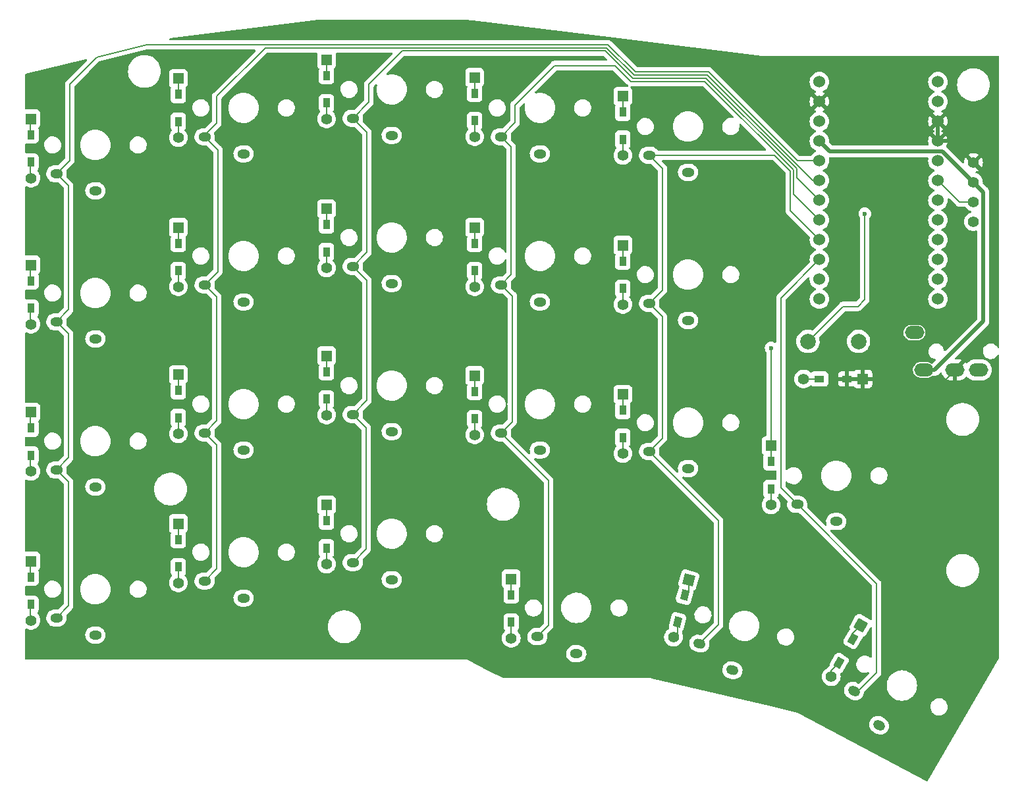
<source format=gbr>
%TF.GenerationSoftware,KiCad,Pcbnew,7.0.10*%
%TF.CreationDate,2024-09-26T01:26:00+09:00*%
%TF.ProjectId,keyboard_denchi_left,6b657962-6f61-4726-945f-64656e636869,rev?*%
%TF.SameCoordinates,Original*%
%TF.FileFunction,Copper,L1,Top*%
%TF.FilePolarity,Positive*%
%FSLAX46Y46*%
G04 Gerber Fmt 4.6, Leading zero omitted, Abs format (unit mm)*
G04 Created by KiCad (PCBNEW 7.0.10) date 2024-09-26 01:26:00*
%MOMM*%
%LPD*%
G01*
G04 APERTURE LIST*
G04 Aperture macros list*
%AMHorizOval*
0 Thick line with rounded ends*
0 $1 width*
0 $2 $3 position (X,Y) of the first rounded end (center of the circle)*
0 $4 $5 position (X,Y) of the second rounded end (center of the circle)*
0 Add line between two ends*
20,1,$1,$2,$3,$4,$5,0*
0 Add two circle primitives to create the rounded ends*
1,1,$1,$2,$3*
1,1,$1,$4,$5*%
%AMRotRect*
0 Rectangle, with rotation*
0 The origin of the aperture is its center*
0 $1 length*
0 $2 width*
0 $3 Rotation angle, in degrees counterclockwise*
0 Add horizontal line*
21,1,$1,$2,0,0,$3*%
G04 Aperture macros list end*
%TA.AperFunction,ComponentPad*%
%ADD10R,1.397000X1.397000*%
%TD*%
%TA.AperFunction,SMDPad,CuDef*%
%ADD11R,0.950000X1.300000*%
%TD*%
%TA.AperFunction,ComponentPad*%
%ADD12C,1.397000*%
%TD*%
%TA.AperFunction,ComponentPad*%
%ADD13O,1.600000X1.200000*%
%TD*%
%TA.AperFunction,ComponentPad*%
%ADD14HorizOval,1.200000X0.173205X-0.100000X-0.173205X0.100000X0*%
%TD*%
%TA.AperFunction,ComponentPad*%
%ADD15C,1.524000*%
%TD*%
%TA.AperFunction,ComponentPad*%
%ADD16RotRect,1.397000X1.397000X255.000000*%
%TD*%
%TA.AperFunction,SMDPad,CuDef*%
%ADD17RotRect,1.300000X0.950000X255.000000*%
%TD*%
%TA.AperFunction,ComponentPad*%
%ADD18RotRect,1.397000X1.397000X240.000000*%
%TD*%
%TA.AperFunction,SMDPad,CuDef*%
%ADD19RotRect,1.300000X0.950000X240.000000*%
%TD*%
%TA.AperFunction,ComponentPad*%
%ADD20O,2.500000X1.700000*%
%TD*%
%TA.AperFunction,SMDPad,CuDef*%
%ADD21R,1.300000X0.950000*%
%TD*%
%TA.AperFunction,ComponentPad*%
%ADD22HorizOval,1.200000X0.193185X-0.051764X-0.193185X0.051764X0*%
%TD*%
%TA.AperFunction,ComponentPad*%
%ADD23C,2.000000*%
%TD*%
%TA.AperFunction,ViaPad*%
%ADD24C,0.600000*%
%TD*%
%TA.AperFunction,Conductor*%
%ADD25C,0.200000*%
%TD*%
%TA.AperFunction,Conductor*%
%ADD26C,0.500000*%
%TD*%
G04 APERTURE END LIST*
D10*
%TO.P,D2,1,K*%
%TO.N,row0*%
X96012000Y-56635000D03*
D11*
X96012000Y-58670000D03*
%TO.P,D2,2,A*%
%TO.N,Net-(D2-A)*%
X96012000Y-62220000D03*
D12*
X96012000Y-64255000D03*
%TD*%
D13*
%TO.P,SW16,1,1*%
%TO.N,col5*%
X175594000Y-111446412D03*
%TO.P,SW16,2,2*%
%TO.N,Net-(D16-A)*%
X180594000Y-113646412D03*
%TD*%
D10*
%TO.P,D20,1,K*%
%TO.N,row3*%
X138811000Y-121024000D03*
D11*
X138811000Y-123059000D03*
%TO.P,D20,2,A*%
%TO.N,Net-(D20-A)*%
X138811000Y-126609000D03*
D12*
X138811000Y-128644000D03*
%TD*%
D10*
%TO.P,D13,1,K*%
%TO.N,row2*%
X115062000Y-92322000D03*
D11*
X115062000Y-94357000D03*
%TO.P,D13,2,A*%
%TO.N,Net-(D13-A)*%
X115062000Y-97907000D03*
D12*
X115062000Y-99942000D03*
%TD*%
D13*
%TO.P,SW19,1,1*%
%TO.N,col2*%
X118444000Y-118909412D03*
%TO.P,SW19,2,2*%
%TO.N,Net-(D19-A)*%
X123444000Y-121109412D03*
%TD*%
D10*
%TO.P,D9,1,K*%
%TO.N,row1*%
X134112000Y-75812000D03*
D11*
X134112000Y-77847000D03*
%TO.P,D9,2,A*%
%TO.N,Net-(D9-A)*%
X134112000Y-81397000D03*
D12*
X134112000Y-83432000D03*
%TD*%
D13*
%TO.P,SW10,1,1*%
%TO.N,col4*%
X156544000Y-85570412D03*
%TO.P,SW10,2,2*%
%TO.N,Net-(D10-A)*%
X161544000Y-87770412D03*
%TD*%
D10*
%TO.P,D10,1,K*%
%TO.N,row1*%
X153162000Y-78098000D03*
D11*
X153162000Y-80133000D03*
%TO.P,D10,2,A*%
%TO.N,Net-(D10-A)*%
X153162000Y-83683000D03*
D12*
X153162000Y-85718000D03*
%TD*%
D10*
%TO.P,D11,1,K*%
%TO.N,row2*%
X77062000Y-99561000D03*
D11*
X77062000Y-101596000D03*
%TO.P,D11,2,A*%
%TO.N,Net-(D11-A)*%
X77062000Y-105146000D03*
D12*
X77062000Y-107181000D03*
%TD*%
D10*
%TO.P,D16,1,K*%
%TO.N,row2*%
X172212000Y-103879000D03*
D11*
X172212000Y-105914000D03*
%TO.P,D16,2,A*%
%TO.N,Net-(D16-A)*%
X172212000Y-109464000D03*
D12*
X172212000Y-111499000D03*
%TD*%
D10*
%TO.P,D15,1,K*%
%TO.N,row2*%
X153162000Y-97275000D03*
D11*
X153162000Y-99310000D03*
%TO.P,D15,2,A*%
%TO.N,Net-(D15-A)*%
X153162000Y-102860000D03*
D12*
X153162000Y-104895000D03*
%TD*%
D13*
%TO.P,SW12,1,1*%
%TO.N,col1*%
X99394000Y-102238412D03*
%TO.P,SW12,2,2*%
%TO.N,Net-(D12-A)*%
X104394000Y-104438412D03*
%TD*%
D10*
%TO.P,D1,1,K*%
%TO.N,row0*%
X77062000Y-61842000D03*
D11*
X77062000Y-63877000D03*
%TO.P,D1,2,A*%
%TO.N,Net-(D1-A)*%
X77062000Y-67427000D03*
D12*
X77062000Y-69462000D03*
%TD*%
D13*
%TO.P,SW4,1,1*%
%TO.N,col3*%
X137494000Y-64138412D03*
%TO.P,SW4,2,2*%
%TO.N,Net-(D4-A)*%
X142494000Y-66338412D03*
%TD*%
%TO.P,SW17,1,1*%
%TO.N,col0*%
X80344000Y-126051412D03*
%TO.P,SW17,2,2*%
%TO.N,Net-(D17-A)*%
X85344000Y-128251412D03*
%TD*%
D14*
%TO.P,SW22,1,1*%
%TO.N,col5*%
X182865481Y-135444314D03*
%TO.P,SW22,2,2*%
%TO.N,Net-(D22-A)*%
X186095608Y-139849570D03*
%TD*%
D10*
%TO.P,D7,1,K*%
%TO.N,row1*%
X96012000Y-75812000D03*
D11*
X96012000Y-77847000D03*
%TO.P,D7,2,A*%
%TO.N,Net-(D7-A)*%
X96012000Y-81397000D03*
D12*
X96012000Y-83432000D03*
%TD*%
D13*
%TO.P,SW5,1,1*%
%TO.N,col4*%
X156544000Y-66520412D03*
%TO.P,SW5,2,2*%
%TO.N,Net-(D5-A)*%
X161544000Y-68720412D03*
%TD*%
%TO.P,SW7,1,1*%
%TO.N,col1*%
X99394000Y-83188412D03*
%TO.P,SW7,2,2*%
%TO.N,Net-(D7-A)*%
X104394000Y-85388412D03*
%TD*%
D10*
%TO.P,D3,1,K*%
%TO.N,row0*%
X115062000Y-54222000D03*
D11*
X115062000Y-56257000D03*
%TO.P,D3,2,A*%
%TO.N,Net-(D3-A)*%
X115062000Y-59807000D03*
D12*
X115062000Y-61842000D03*
%TD*%
D15*
%TO.P,U1,1,TX0/D3*%
%TO.N,unconnected-(U1-TX0{slash}D3-Pad1)*%
X193675000Y-57073412D03*
%TO.P,U1,2,RX1/D2*%
%TO.N,data*%
X193675000Y-59613412D03*
%TO.P,U1,3,GND*%
%TO.N,GND*%
X193675000Y-62153412D03*
%TO.P,U1,4,GND*%
X193675000Y-64693412D03*
%TO.P,U1,5,2/D1/SDA*%
%TO.N,sda*%
X193675000Y-67233412D03*
%TO.P,U1,6,3/D0/SCL*%
%TO.N,scl*%
X193675000Y-69773412D03*
%TO.P,U1,7,4/D4*%
%TO.N,row0*%
X193675000Y-72313412D03*
%TO.P,U1,8,5/C6*%
%TO.N,row1*%
X193675000Y-74853412D03*
%TO.P,U1,9,6/D7*%
%TO.N,row2*%
X193675000Y-77393412D03*
%TO.P,U1,10,7/E6*%
%TO.N,row3*%
X193675000Y-79933412D03*
%TO.P,U1,11,8/B4*%
%TO.N,unconnected-(U1-8{slash}B4-Pad11)*%
X193675000Y-82473412D03*
%TO.P,U1,12,9/B5*%
%TO.N,unconnected-(U1-9{slash}B5-Pad12)*%
X193675000Y-85013412D03*
%TO.P,U1,13,B6/10*%
%TO.N,unconnected-(U1-B6{slash}10-Pad13)*%
X178435000Y-85013412D03*
%TO.P,U1,14,B2/16*%
%TO.N,unconnected-(U1-B2{slash}16-Pad14)*%
X178435000Y-82473412D03*
%TO.P,U1,15,B3/14*%
%TO.N,col5*%
X178435000Y-79933412D03*
%TO.P,U1,16,B1/15*%
%TO.N,col4*%
X178435000Y-77393412D03*
%TO.P,U1,17,F7/A0*%
%TO.N,col3*%
X178435000Y-74853412D03*
%TO.P,U1,18,F6/A1*%
%TO.N,col2*%
X178435000Y-72313412D03*
%TO.P,U1,19,F5/A2*%
%TO.N,col1*%
X178435000Y-69773412D03*
%TO.P,U1,20,F4/A3*%
%TO.N,col0*%
X178435000Y-67233412D03*
%TO.P,U1,21,VCC*%
%TO.N,VCC*%
X178435000Y-64693412D03*
%TO.P,U1,22,RST*%
%TO.N,reset*%
X178435000Y-62153412D03*
%TO.P,U1,23,GND*%
%TO.N,GND*%
X178435000Y-59613412D03*
%TO.P,U1,24,RAW*%
%TO.N,unconnected-(U1-RAW-Pad24)*%
X178435000Y-57073412D03*
%TD*%
D16*
%TO.P,D21,1,K*%
%TO.N,row3*%
X161641101Y-121153823D03*
D17*
X161114404Y-123119482D03*
%TO.P,D21,2,A*%
%TO.N,Net-(D21-A)*%
X160195596Y-126548518D03*
D12*
X159668899Y-128514177D03*
%TD*%
D10*
%TO.P,D14,1,K*%
%TO.N,row2*%
X134112000Y-94862000D03*
D11*
X134112000Y-96897000D03*
%TO.P,D14,2,A*%
%TO.N,Net-(D14-A)*%
X134112000Y-100447000D03*
D12*
X134112000Y-102482000D03*
%TD*%
D13*
%TO.P,SW2,1,1*%
%TO.N,col1*%
X99394000Y-64138412D03*
%TO.P,SW2,2,2*%
%TO.N,Net-(D2-A)*%
X104394000Y-66338412D03*
%TD*%
%TO.P,SW18,1,1*%
%TO.N,col1*%
X99394000Y-121288412D03*
%TO.P,SW18,2,2*%
%TO.N,Net-(D18-A)*%
X104394000Y-123488412D03*
%TD*%
%TO.P,SW9,1,1*%
%TO.N,col3*%
X137494000Y-83188412D03*
%TO.P,SW9,2,2*%
%TO.N,Net-(D9-A)*%
X142494000Y-85388412D03*
%TD*%
%TO.P,SW13,1,1*%
%TO.N,col2*%
X118444000Y-99859412D03*
%TO.P,SW13,2,2*%
%TO.N,Net-(D13-A)*%
X123444000Y-102059412D03*
%TD*%
D10*
%TO.P,D18,1,K*%
%TO.N,row3*%
X96012000Y-113912000D03*
D11*
X96012000Y-115947000D03*
%TO.P,D18,2,A*%
%TO.N,Net-(D18-A)*%
X96012000Y-119497000D03*
D12*
X96012000Y-121532000D03*
%TD*%
D10*
%TO.P,D17,1,K*%
%TO.N,row3*%
X77062000Y-118738000D03*
D11*
X77062000Y-120773000D03*
%TO.P,D17,2,A*%
%TO.N,Net-(D17-A)*%
X77062000Y-124323000D03*
D12*
X77062000Y-126358000D03*
%TD*%
D13*
%TO.P,SW1,1,1*%
%TO.N,col0*%
X80344000Y-68901412D03*
%TO.P,SW1,2,2*%
%TO.N,Net-(D1-A)*%
X85344000Y-71101412D03*
%TD*%
D10*
%TO.P,D19,1,K*%
%TO.N,row3*%
X115062000Y-111499000D03*
D11*
X115062000Y-113534000D03*
%TO.P,D19,2,A*%
%TO.N,Net-(D19-A)*%
X115062000Y-117084000D03*
D12*
X115062000Y-119119000D03*
%TD*%
D18*
%TO.P,D22,1,K*%
%TO.N,row3*%
X183768166Y-126996278D03*
D19*
X182750666Y-128758640D03*
%TO.P,D22,2,A*%
%TO.N,Net-(D22-A)*%
X180975666Y-131833030D03*
D12*
X179958166Y-133595392D03*
%TD*%
D13*
%TO.P,SW15,1,1*%
%TO.N,col4*%
X156544000Y-104620412D03*
%TO.P,SW15,2,2*%
%TO.N,Net-(D15-A)*%
X161544000Y-106820412D03*
%TD*%
D10*
%TO.P,D8,1,K*%
%TO.N,row1*%
X115062000Y-73399000D03*
D11*
X115062000Y-75434000D03*
%TO.P,D8,2,A*%
%TO.N,Net-(D8-A)*%
X115062000Y-78984000D03*
D12*
X115062000Y-81019000D03*
%TD*%
%TO.P,OL1,1,SDA*%
%TO.N,sda*%
X198247000Y-75074412D03*
%TO.P,OL1,2,SCL*%
%TO.N,scl*%
X198247000Y-72534412D03*
%TO.P,OL1,3,VCC*%
%TO.N,VCC*%
X198247000Y-69994412D03*
%TO.P,OL1,4,GND*%
%TO.N,GND*%
X198247000Y-67454412D03*
%TD*%
D20*
%TO.P,J1,A*%
%TO.N,unconnected-(J1-PadA)*%
X190657000Y-89344412D03*
%TO.P,J1,B*%
%TO.N,data*%
X198857000Y-94144412D03*
%TO.P,J1,C*%
%TO.N,GND*%
X195857000Y-94144412D03*
%TO.P,J1,D*%
%TO.N,VCC*%
X191857000Y-94144412D03*
%TD*%
D10*
%TO.P,D12,1,K*%
%TO.N,row2*%
X96012000Y-94735000D03*
D11*
X96012000Y-96770000D03*
%TO.P,D12,2,A*%
%TO.N,Net-(D12-A)*%
X96012000Y-100320000D03*
D12*
X96012000Y-102355000D03*
%TD*%
D10*
%TO.P,D4,1,K*%
%TO.N,row0*%
X134112000Y-56508000D03*
D11*
X134112000Y-58543000D03*
%TO.P,D4,2,A*%
%TO.N,Net-(D4-A)*%
X134112000Y-62093000D03*
D12*
X134112000Y-64128000D03*
%TD*%
D10*
%TO.P,D23,1,K*%
%TO.N,GND*%
X184026000Y-95300412D03*
D21*
X181991000Y-95300412D03*
%TO.P,D23,2,A*%
%TO.N,Net-(D23-A)*%
X178441000Y-95300412D03*
D12*
X176406000Y-95300412D03*
%TD*%
D13*
%TO.P,SW8,1,1*%
%TO.N,col2*%
X118444000Y-80809412D03*
%TO.P,SW8,2,2*%
%TO.N,Net-(D8-A)*%
X123444000Y-83009412D03*
%TD*%
%TO.P,SW3,1,1*%
%TO.N,col2*%
X118444000Y-61759412D03*
%TO.P,SW3,2,2*%
%TO.N,Net-(D3-A)*%
X123444000Y-63959412D03*
%TD*%
%TO.P,SW6,1,1*%
%TO.N,col0*%
X80344000Y-87951412D03*
%TO.P,SW6,2,2*%
%TO.N,Net-(D6-A)*%
X85344000Y-90151412D03*
%TD*%
D22*
%TO.P,SW21,1,1*%
%TO.N,col4*%
X162991548Y-129348547D03*
%TO.P,SW21,2,2*%
%TO.N,Net-(D21-A)*%
X167251776Y-132767679D03*
%TD*%
D13*
%TO.P,SW14,1,1*%
%TO.N,col3*%
X137494000Y-102238412D03*
%TO.P,SW14,2,2*%
%TO.N,Net-(D14-A)*%
X142494000Y-104438412D03*
%TD*%
%TO.P,SW20,1,1*%
%TO.N,col3*%
X142178000Y-128449412D03*
%TO.P,SW20,2,2*%
%TO.N,Net-(D20-A)*%
X147178000Y-130649412D03*
%TD*%
D10*
%TO.P,D6,1,K*%
%TO.N,row1*%
X77062000Y-80638000D03*
D11*
X77062000Y-82673000D03*
%TO.P,D6,2,A*%
%TO.N,Net-(D6-A)*%
X77062000Y-86223000D03*
D12*
X77062000Y-88258000D03*
%TD*%
D23*
%TO.P,SW23,1,1*%
%TO.N,reset*%
X176963000Y-90474412D03*
%TO.P,SW23,2,2*%
%TO.N,Net-(D23-A)*%
X183463000Y-90474412D03*
%TD*%
D10*
%TO.P,D5,1,K*%
%TO.N,row0*%
X153162000Y-58921000D03*
D11*
X153162000Y-60956000D03*
%TO.P,D5,2,A*%
%TO.N,Net-(D5-A)*%
X153162000Y-64506000D03*
D12*
X153162000Y-66541000D03*
%TD*%
D13*
%TO.P,SW11,1,1*%
%TO.N,col0*%
X80344000Y-107001412D03*
%TO.P,SW11,2,2*%
%TO.N,Net-(D11-A)*%
X85344000Y-109201412D03*
%TD*%
D24*
%TO.N,row2*%
X172212000Y-91306000D03*
%TO.N,reset*%
X184277000Y-74034000D03*
%TD*%
D25*
%TO.N,row0*%
X96012000Y-58670000D02*
X96012000Y-56635000D01*
X76962000Y-61842000D02*
X76962000Y-63877000D01*
X134112000Y-58543000D02*
X134112000Y-56508000D01*
X153162000Y-58921000D02*
X153162000Y-60956000D01*
X115062000Y-54222000D02*
X115062000Y-56257000D01*
%TO.N,Net-(D1-A)*%
X76962000Y-67427000D02*
X76962000Y-69462000D01*
%TO.N,Net-(D2-A)*%
X96012000Y-64255000D02*
X96012000Y-62220000D01*
%TO.N,Net-(D3-A)*%
X115062000Y-59807000D02*
X115062000Y-61842000D01*
%TO.N,Net-(D4-A)*%
X134112000Y-64128000D02*
X134112000Y-62093000D01*
%TO.N,Net-(D5-A)*%
X153162000Y-64506000D02*
X153162000Y-66541000D01*
%TO.N,row1*%
X76962000Y-80638000D02*
X76962000Y-82673000D01*
X96012000Y-77847000D02*
X96012000Y-75812000D01*
X134112000Y-77847000D02*
X134112000Y-75812000D01*
X115062000Y-73399000D02*
X115062000Y-75434000D01*
X153162000Y-78098000D02*
X153162000Y-80133000D01*
%TO.N,Net-(D6-A)*%
X76962000Y-86223000D02*
X76962000Y-88258000D01*
%TO.N,Net-(D7-A)*%
X96012000Y-83432000D02*
X96012000Y-81397000D01*
%TO.N,Net-(D8-A)*%
X115062000Y-78984000D02*
X115062000Y-81019000D01*
%TO.N,Net-(D9-A)*%
X134112000Y-83432000D02*
X134112000Y-81397000D01*
%TO.N,Net-(D10-A)*%
X153162000Y-83683000D02*
X153162000Y-85718000D01*
%TO.N,row2*%
X115062000Y-92322000D02*
X115062000Y-94357000D01*
X96012000Y-96770000D02*
X96012000Y-94735000D01*
X172212000Y-105914000D02*
X172212000Y-103879000D01*
X134112000Y-96897000D02*
X134112000Y-94862000D01*
X153162000Y-97275000D02*
X153162000Y-99310000D01*
X172212000Y-91306000D02*
X172212000Y-103879000D01*
X76962000Y-99561000D02*
X76962000Y-101596000D01*
%TO.N,Net-(D11-A)*%
X76962000Y-105146000D02*
X76962000Y-107181000D01*
%TO.N,Net-(D12-A)*%
X96012000Y-102355000D02*
X96012000Y-100320000D01*
%TO.N,Net-(D13-A)*%
X115062000Y-97907000D02*
X115062000Y-99942000D01*
%TO.N,Net-(D14-A)*%
X134112000Y-102482000D02*
X134112000Y-100447000D01*
%TO.N,Net-(D15-A)*%
X153162000Y-102860000D02*
X153162000Y-104895000D01*
%TO.N,Net-(D16-A)*%
X172212000Y-109464000D02*
X172212000Y-111499000D01*
%TO.N,row3*%
X182750666Y-128013778D02*
X182750666Y-128758640D01*
X161641101Y-122592785D02*
X161114404Y-123119482D01*
X161641101Y-121153823D02*
X161641101Y-122592785D01*
X138811000Y-121024000D02*
X138811000Y-123059000D01*
X183768166Y-126996278D02*
X182750666Y-128013778D01*
X76962000Y-118738000D02*
X76962000Y-120773000D01*
X96012000Y-115947000D02*
X96012000Y-113912000D01*
X115062000Y-111499000D02*
X115062000Y-113534000D01*
%TO.N,Net-(D17-A)*%
X76962000Y-124323000D02*
X76962000Y-126358000D01*
%TO.N,Net-(D18-A)*%
X96012000Y-121532000D02*
X96012000Y-119497000D01*
%TO.N,Net-(D19-A)*%
X115062000Y-117084000D02*
X115062000Y-119119000D01*
%TO.N,Net-(D20-A)*%
X138811000Y-126609000D02*
X138811000Y-128644000D01*
%TO.N,Net-(D21-A)*%
X160195596Y-127987480D02*
X159668899Y-128514177D01*
X160195596Y-126548518D02*
X160195596Y-127987480D01*
%TO.N,Net-(D22-A)*%
X179958166Y-132850530D02*
X179958166Y-133595392D01*
X180975666Y-131833030D02*
X179958166Y-132850530D01*
D26*
%TO.N,GND*%
X198271412Y-67454412D02*
X198247000Y-67454412D01*
D25*
X184026000Y-95300412D02*
X184095588Y-95370000D01*
X184095588Y-95370000D02*
X194631412Y-95370000D01*
D26*
X201168000Y-70351000D02*
X198271412Y-67454412D01*
X179774588Y-60953000D02*
X178435000Y-59613412D01*
X192474588Y-60953000D02*
X179774588Y-60953000D01*
D25*
X181991000Y-95300412D02*
X184026000Y-95300412D01*
D26*
X195857000Y-94144412D02*
X201168000Y-88833412D01*
X193675000Y-64693412D02*
X193675000Y-62153412D01*
X195486000Y-64693412D02*
X193675000Y-64693412D01*
X198247000Y-67454412D02*
X195486000Y-64693412D01*
X193675000Y-62153412D02*
X192474588Y-60953000D01*
D25*
X194631412Y-95370000D02*
X195857000Y-94144412D01*
D26*
X201168000Y-88833412D02*
X201168000Y-70351000D01*
D25*
%TO.N,Net-(D23-A)*%
X176406000Y-95300412D02*
X178441000Y-95300412D01*
D26*
%TO.N,VCC*%
X199517000Y-87877000D02*
X199517000Y-71264412D01*
X194274000Y-66021412D02*
X179763000Y-66021412D01*
X193249588Y-94144412D02*
X199517000Y-87877000D01*
X198247000Y-69994412D02*
X194274000Y-66021412D01*
X191857000Y-94144412D02*
X193249588Y-94144412D01*
X199517000Y-71264412D02*
X198247000Y-69994412D01*
X179763000Y-66021412D02*
X178435000Y-64693412D01*
D25*
%TO.N,scl*%
X196436000Y-72534412D02*
X193675000Y-69773412D01*
X198247000Y-72534412D02*
X196436000Y-72534412D01*
%TO.N,col0*%
X81915000Y-124480412D02*
X80344000Y-126051412D01*
X85543253Y-53895747D02*
X82042000Y-57397000D01*
X81915000Y-108572412D02*
X81915000Y-124480412D01*
X81915000Y-105430412D02*
X80344000Y-107001412D01*
X154744372Y-55816000D02*
X151245370Y-52317000D01*
X175629098Y-67233412D02*
X164211683Y-55816000D01*
X81915000Y-86380412D02*
X80344000Y-87951412D01*
X164211683Y-55816000D02*
X154744372Y-55816000D01*
X178435000Y-67233412D02*
X175629098Y-67233412D01*
X81915000Y-89522412D02*
X81915000Y-105430412D01*
X82042000Y-67203412D02*
X80344000Y-68901412D01*
X91943578Y-52317000D02*
X85543253Y-53895747D01*
X81915000Y-70472412D02*
X81915000Y-86380412D01*
X151245370Y-52317000D02*
X91943578Y-52317000D01*
X82042000Y-57397000D02*
X82042000Y-67203412D01*
X80344000Y-107001412D02*
X81915000Y-108572412D01*
X80344000Y-68901412D02*
X81915000Y-70472412D01*
X80344000Y-87951412D02*
X81915000Y-89522412D01*
%TO.N,col1*%
X99394000Y-63921000D02*
X99394000Y-64138412D01*
X100965000Y-62350000D02*
X99394000Y-63921000D01*
X100965000Y-103809412D02*
X100965000Y-119717412D01*
X107169000Y-52717000D02*
X100965000Y-58921000D01*
X100965000Y-58921000D02*
X100965000Y-62350000D01*
X178435000Y-69773412D02*
X177603412Y-69773412D01*
X164045998Y-56216000D02*
X154578686Y-56216000D01*
X100965000Y-119717412D02*
X99394000Y-121288412D01*
X99394000Y-102238412D02*
X100965000Y-103809412D01*
X99394000Y-64138412D02*
X101092000Y-65836412D01*
X177603412Y-69773412D02*
X164045998Y-56216000D01*
X101092000Y-65836412D02*
X101092000Y-81490412D01*
X99394000Y-83188412D02*
X100965000Y-84759412D01*
X100965000Y-84759412D02*
X100965000Y-100667412D01*
X100965000Y-100667412D02*
X99394000Y-102238412D01*
X101092000Y-81490412D02*
X99394000Y-83188412D01*
X151079685Y-52717000D02*
X107169000Y-52717000D01*
X154578686Y-56216000D02*
X151079685Y-52717000D01*
%TO.N,col2*%
X120269000Y-98034412D02*
X118444000Y-99859412D01*
X120269000Y-82634412D02*
X120269000Y-98034412D01*
X178435000Y-72313412D02*
X175514000Y-69392412D01*
X120523000Y-57397000D02*
X120523000Y-59680412D01*
X120142000Y-101557412D02*
X120142000Y-117211412D01*
X118444000Y-80809412D02*
X120269000Y-82634412D01*
X154413000Y-56616000D02*
X150914000Y-53117000D01*
X118444000Y-99859412D02*
X120142000Y-101557412D01*
X120142000Y-117211412D02*
X118444000Y-118909412D01*
X163880313Y-56616000D02*
X154413000Y-56616000D01*
X150914000Y-53117000D02*
X124803000Y-53117000D01*
X120269000Y-63584412D02*
X120269000Y-78984412D01*
X124803000Y-53117000D02*
X120523000Y-57397000D01*
X175514000Y-68249686D02*
X163880313Y-56616000D01*
X120523000Y-59680412D02*
X118444000Y-61759412D01*
X118444000Y-61759412D02*
X120269000Y-63584412D01*
X120269000Y-78984412D02*
X118444000Y-80809412D01*
X175514000Y-69392412D02*
X175514000Y-68249686D01*
%TO.N,col3*%
X138811000Y-81871412D02*
X137494000Y-83188412D01*
X139319000Y-62313412D02*
X137494000Y-64138412D01*
X143637000Y-108381412D02*
X143637000Y-126990412D01*
X143637000Y-126990412D02*
X142178000Y-128449412D01*
X138938000Y-100794412D02*
X137494000Y-102238412D01*
X137494000Y-64138412D02*
X138811000Y-65455412D01*
X137494000Y-102238412D02*
X143637000Y-108381412D01*
X137494000Y-83188412D02*
X138938000Y-84632412D01*
X175114000Y-71532412D02*
X175114000Y-68415372D01*
X139319000Y-60064000D02*
X139319000Y-62313412D01*
X144399000Y-54984000D02*
X139319000Y-60064000D01*
X154178000Y-57016000D02*
X152146000Y-54984000D01*
X178435000Y-74853412D02*
X175114000Y-71532412D01*
X152146000Y-54984000D02*
X144399000Y-54984000D01*
X175114000Y-68415372D02*
X163714628Y-57016000D01*
X163714628Y-57016000D02*
X154178000Y-57016000D01*
X138938000Y-84632412D02*
X138938000Y-100794412D01*
X138811000Y-65455412D02*
X138811000Y-81871412D01*
%TO.N,col4*%
X174714000Y-68581058D02*
X172653354Y-66520412D01*
X158242000Y-83872412D02*
X156544000Y-85570412D01*
X165481000Y-126866000D02*
X162998453Y-129348547D01*
X174714000Y-73672412D02*
X174714000Y-68581058D01*
X158242000Y-68218412D02*
X158242000Y-83872412D01*
X178435000Y-77393412D02*
X174714000Y-73672412D01*
X158242000Y-102922412D02*
X156544000Y-104620412D01*
X156544000Y-85570412D02*
X158242000Y-87268412D01*
X162998453Y-129348547D02*
X162991548Y-129348547D01*
X156544000Y-66520412D02*
X158242000Y-68218412D01*
X156544000Y-104620412D02*
X165481000Y-113557412D01*
X165481000Y-113557412D02*
X165481000Y-126866000D01*
X158242000Y-87268412D02*
X158242000Y-102922412D01*
X172653354Y-66520412D02*
X156544000Y-66520412D01*
%TO.N,col5*%
X173482000Y-109334412D02*
X175594000Y-111446412D01*
X185801000Y-133089000D02*
X183445686Y-135444314D01*
X178435000Y-79933412D02*
X173482000Y-84886412D01*
X183445686Y-135444314D02*
X182865481Y-135444314D01*
X173482000Y-84886412D02*
X173482000Y-109334412D01*
X185801000Y-121653412D02*
X185801000Y-133089000D01*
X175594000Y-111446412D02*
X185801000Y-121653412D01*
%TO.N,reset*%
X183388000Y-85972000D02*
X181465412Y-85972000D01*
X181465412Y-85972000D02*
X176963000Y-90474412D01*
X184277000Y-85083000D02*
X183388000Y-85972000D01*
X184277000Y-74034000D02*
X184277000Y-85083000D01*
%TD*%
%TA.AperFunction,Conductor*%
%TO.N,GND*%
G36*
X132946432Y-49065795D02*
G01*
X133902900Y-49180571D01*
X151957563Y-51347130D01*
X151957907Y-51347172D01*
X171000916Y-53759287D01*
X171002862Y-53759550D01*
X171033201Y-53763912D01*
X171033216Y-53763912D01*
X171037462Y-53764216D01*
X171041605Y-53764442D01*
X171041612Y-53764441D01*
X171041621Y-53764443D01*
X171072216Y-53763928D01*
X171074298Y-53763912D01*
X201432500Y-53763912D01*
X201499539Y-53783597D01*
X201545294Y-53836401D01*
X201556500Y-53887912D01*
X201556500Y-91183603D01*
X201536815Y-91250642D01*
X201484011Y-91296397D01*
X201414853Y-91306341D01*
X201351297Y-91277316D01*
X201327268Y-91249194D01*
X201319629Y-91236939D01*
X201252606Y-91129409D01*
X201252254Y-91128844D01*
X201252250Y-91128839D01*
X201250259Y-91126745D01*
X201112059Y-90981359D01*
X201013587Y-90912821D01*
X200945050Y-90865117D01*
X200758056Y-90784871D01*
X200558741Y-90743912D01*
X200406258Y-90743912D01*
X200406257Y-90743912D01*
X200254560Y-90759337D01*
X200060420Y-90820249D01*
X200060405Y-90820256D01*
X199882500Y-90919001D01*
X199882495Y-90919004D01*
X199728106Y-91051544D01*
X199728104Y-91051546D01*
X199603554Y-91212449D01*
X199603553Y-91212452D01*
X199513940Y-91395140D01*
X199462937Y-91592126D01*
X199452631Y-91795348D01*
X199483442Y-91996475D01*
X199483445Y-91996487D01*
X199554111Y-92187293D01*
X199554113Y-92187296D01*
X199554114Y-92187299D01*
X199566201Y-92206691D01*
X199661745Y-92359979D01*
X199661747Y-92359981D01*
X199661748Y-92359983D01*
X199801941Y-92507465D01*
X199910079Y-92582731D01*
X199968949Y-92623706D01*
X199968950Y-92623706D01*
X199968951Y-92623707D01*
X200155942Y-92703952D01*
X200355259Y-92744912D01*
X200507743Y-92744912D01*
X200659439Y-92729486D01*
X200853579Y-92668574D01*
X200853580Y-92668573D01*
X200853588Y-92668571D01*
X201031502Y-92569821D01*
X201185895Y-92437278D01*
X201310448Y-92276370D01*
X201321172Y-92254506D01*
X201368368Y-92202987D01*
X201435926Y-92185162D01*
X201502396Y-92206691D01*
X201546674Y-92260739D01*
X201556500Y-92309115D01*
X201556500Y-131200062D01*
X201539699Y-131262387D01*
X192401075Y-146980820D01*
X192350362Y-147028882D01*
X192281715Y-147041897D01*
X192235820Y-147028065D01*
X178498941Y-139749570D01*
X184816897Y-139749570D01*
X184836875Y-139958788D01*
X184896087Y-140160445D01*
X184982564Y-140328189D01*
X184992394Y-140347256D01*
X185122308Y-140512453D01*
X185122311Y-140512456D01*
X185281149Y-140650090D01*
X185627558Y-140850089D01*
X185763964Y-140928843D01*
X185907237Y-140994274D01*
X186111483Y-141043823D01*
X186321415Y-141053824D01*
X186529446Y-141023913D01*
X186728057Y-140955174D01*
X186910070Y-140850089D01*
X187068906Y-140712457D01*
X187198824Y-140547252D01*
X187295130Y-140360446D01*
X187354341Y-140158788D01*
X187374319Y-139949570D01*
X187354341Y-139740352D01*
X187295129Y-139538695D01*
X187198824Y-139351888D01*
X187198822Y-139351886D01*
X187198821Y-139351883D01*
X187068907Y-139186686D01*
X187068905Y-139186685D01*
X187068905Y-139186684D01*
X186910070Y-139049052D01*
X186910071Y-139049052D01*
X186910067Y-139049049D01*
X186427260Y-138770301D01*
X186427244Y-138770293D01*
X186283982Y-138704867D01*
X186283980Y-138704866D01*
X186283979Y-138704866D01*
X186079733Y-138655317D01*
X185889805Y-138646268D01*
X185869803Y-138645316D01*
X185869802Y-138645316D01*
X185869801Y-138645316D01*
X185661771Y-138675227D01*
X185661770Y-138675227D01*
X185661765Y-138675228D01*
X185463157Y-138743966D01*
X185281151Y-138849048D01*
X185281148Y-138849050D01*
X185281147Y-138849051D01*
X185225601Y-138897181D01*
X185122309Y-138986683D01*
X184992392Y-139151887D01*
X184896084Y-139338698D01*
X184836876Y-139540345D01*
X184836875Y-139540352D01*
X184816897Y-139749570D01*
X178498941Y-139749570D01*
X175796287Y-138317567D01*
X175778258Y-138305911D01*
X175764285Y-138295053D01*
X175729961Y-138281541D01*
X175717343Y-138275738D01*
X175716709Y-138275402D01*
X175716699Y-138275397D01*
X175716696Y-138275396D01*
X175712434Y-138273867D01*
X175691987Y-138266531D01*
X175688443Y-138265198D01*
X175664024Y-138255585D01*
X175664025Y-138255585D01*
X175663450Y-138255449D01*
X175663308Y-138255416D01*
X175649995Y-138251467D01*
X175615271Y-138239010D01*
X175615268Y-138239009D01*
X175615262Y-138239008D01*
X175597614Y-138237969D01*
X175576371Y-138234856D01*
X172204359Y-137437421D01*
X192704494Y-137437421D01*
X192714493Y-137647347D01*
X192764044Y-137851598D01*
X192764046Y-137851602D01*
X192851346Y-138042763D01*
X192851349Y-138042768D01*
X192851350Y-138042770D01*
X192851352Y-138042773D01*
X192914375Y-138131276D01*
X192973263Y-138213973D01*
X192973268Y-138213979D01*
X193125368Y-138359005D01*
X193220326Y-138420031D01*
X193302176Y-138472633D01*
X193497291Y-138550745D01*
X193600477Y-138570632D01*
X193703662Y-138590520D01*
X193703663Y-138590520D01*
X193861167Y-138590520D01*
X193861173Y-138590520D01*
X194017966Y-138575548D01*
X194219623Y-138516336D01*
X194406430Y-138420031D01*
X194571634Y-138290112D01*
X194709267Y-138131276D01*
X194814352Y-137949264D01*
X194883092Y-137750653D01*
X194913002Y-137542622D01*
X194903002Y-137332690D01*
X194853452Y-137128444D01*
X194853449Y-137128437D01*
X194766149Y-136937276D01*
X194766146Y-136937271D01*
X194766145Y-136937270D01*
X194766144Y-136937267D01*
X194644234Y-136766068D01*
X194644232Y-136766066D01*
X194644227Y-136766060D01*
X194492127Y-136621034D01*
X194315322Y-136507408D01*
X194120203Y-136429294D01*
X193913834Y-136389520D01*
X193913833Y-136389520D01*
X193756323Y-136389520D01*
X193599530Y-136404492D01*
X193599526Y-136404493D01*
X193397875Y-136463703D01*
X193211061Y-136560011D01*
X193045864Y-136689925D01*
X193045860Y-136689929D01*
X192908226Y-136848766D01*
X192803146Y-137030770D01*
X192734404Y-137229385D01*
X192734404Y-137229387D01*
X192719552Y-137332690D01*
X192704494Y-137437421D01*
X172204359Y-137437421D01*
X156892991Y-133816490D01*
X156870016Y-133808612D01*
X156860458Y-133804247D01*
X156816869Y-133797979D01*
X156805996Y-133795916D01*
X156798356Y-133794110D01*
X156798350Y-133794108D01*
X156798346Y-133794108D01*
X156798342Y-133794107D01*
X156798333Y-133794106D01*
X156779294Y-133792399D01*
X156772726Y-133791633D01*
X156753802Y-133788912D01*
X156753799Y-133788912D01*
X156745949Y-133788912D01*
X156734875Y-133788417D01*
X156713874Y-133786534D01*
X156691022Y-133784485D01*
X156691021Y-133784485D01*
X156680711Y-133786534D01*
X156656543Y-133788912D01*
X137818973Y-133788912D01*
X137762329Y-133775218D01*
X135853057Y-132794781D01*
X165955902Y-132794781D01*
X165955903Y-132794789D01*
X165990752Y-133002032D01*
X165990754Y-133002041D01*
X166064198Y-133198954D01*
X166064201Y-133198961D01*
X166173586Y-133378418D01*
X166173587Y-133378419D01*
X166314954Y-133533929D01*
X166314956Y-133533930D01*
X166314960Y-133533935D01*
X166483210Y-133659885D01*
X166672255Y-133751718D01*
X167210768Y-133896013D01*
X167366094Y-133922132D01*
X167576205Y-133917131D01*
X167781572Y-133872457D01*
X167974772Y-133789723D01*
X168148826Y-133671921D01*
X168225355Y-133595392D01*
X178754029Y-133595392D01*
X178774531Y-133816651D01*
X178774532Y-133816653D01*
X178835340Y-134030371D01*
X178835346Y-134030386D01*
X178934388Y-134229288D01*
X179068299Y-134406616D01*
X179232510Y-134556313D01*
X179232512Y-134556315D01*
X179421432Y-134673289D01*
X179421438Y-134673292D01*
X179450372Y-134684501D01*
X179628638Y-134753562D01*
X179847062Y-134794392D01*
X179847065Y-134794392D01*
X180069267Y-134794392D01*
X180069270Y-134794392D01*
X180287694Y-134753562D01*
X180494896Y-134673291D01*
X180683821Y-134556314D01*
X180848034Y-134406614D01*
X180981944Y-134229288D01*
X181080990Y-134030376D01*
X181141800Y-133816652D01*
X181162303Y-133595392D01*
X181141800Y-133374132D01*
X181113188Y-133273571D01*
X181113774Y-133203705D01*
X181152041Y-133145247D01*
X181185701Y-133127583D01*
X181184747Y-133125355D01*
X181301061Y-133075546D01*
X181325201Y-133065209D01*
X181436182Y-132973575D01*
X181471537Y-132925156D01*
X182169409Y-131716405D01*
X182193665Y-131661576D01*
X182217532Y-131519647D01*
X182200445Y-131376743D01*
X182143791Y-131244440D01*
X182134750Y-131233490D01*
X182052158Y-131133460D01*
X182052156Y-131133459D01*
X182003730Y-131098099D01*
X181385031Y-130740895D01*
X181098095Y-130575233D01*
X181043266Y-130550977D01*
X181043263Y-130550976D01*
X181043262Y-130550976D01*
X180901338Y-130527109D01*
X180901337Y-130527108D01*
X180758435Y-130544196D01*
X180626131Y-130600851D01*
X180515147Y-130692487D01*
X180479800Y-130740895D01*
X180479790Y-130740910D01*
X179781923Y-131949655D01*
X179757666Y-132004486D01*
X179733800Y-132146411D01*
X179733799Y-132146413D01*
X179735112Y-132157387D01*
X179723526Y-132226289D01*
X179699670Y-132259789D01*
X179567131Y-132392328D01*
X179554941Y-132403019D01*
X179529885Y-132422246D01*
X179492922Y-132470417D01*
X179439346Y-132510554D01*
X179421434Y-132517493D01*
X179232509Y-132634471D01*
X179068299Y-132784167D01*
X178934388Y-132961495D01*
X178835346Y-133160397D01*
X178835340Y-133160412D01*
X178774532Y-133374130D01*
X178774531Y-133374132D01*
X178754029Y-133595391D01*
X178754029Y-133595392D01*
X168225355Y-133595392D01*
X168297438Y-133523309D01*
X168415240Y-133349257D01*
X168497974Y-133156056D01*
X168542649Y-132950689D01*
X168547651Y-132740578D01*
X168512798Y-132533318D01*
X168439352Y-132336400D01*
X168439351Y-132336399D01*
X168439350Y-132336395D01*
X168329965Y-132156939D01*
X168329965Y-132156938D01*
X168188598Y-132001428D01*
X168188593Y-132001424D01*
X168188592Y-132001423D01*
X168020342Y-131875473D01*
X167831297Y-131783640D01*
X167831294Y-131783639D01*
X167428566Y-131675728D01*
X167292784Y-131639345D01*
X167292782Y-131639344D01*
X167292776Y-131639343D01*
X167137468Y-131613227D01*
X167137460Y-131613226D01*
X167137459Y-131613226D01*
X167032403Y-131615726D01*
X166927347Y-131618227D01*
X166927337Y-131618228D01*
X166721991Y-131662897D01*
X166721978Y-131662901D01*
X166528785Y-131745632D01*
X166528781Y-131745634D01*
X166528780Y-131745635D01*
X166441879Y-131804451D01*
X166354727Y-131863437D01*
X166206113Y-132012049D01*
X166088309Y-132186105D01*
X166005578Y-132379300D01*
X166005575Y-132379311D01*
X165960904Y-132584661D01*
X165960903Y-132584668D01*
X165955902Y-132794781D01*
X135853057Y-132794781D01*
X133264505Y-131465525D01*
X133249932Y-131455678D01*
X133249835Y-131455831D01*
X133242370Y-131451033D01*
X133189969Y-131427101D01*
X133184844Y-131424617D01*
X133165787Y-131414832D01*
X133165786Y-131414831D01*
X133165785Y-131414831D01*
X133160536Y-131413023D01*
X133149402Y-131408576D01*
X133111458Y-131391247D01*
X133111454Y-131391246D01*
X133098752Y-131389420D01*
X133076032Y-131383927D01*
X133063901Y-131379750D01*
X133022231Y-131377832D01*
X133010289Y-131376701D01*
X133004804Y-131375912D01*
X133004799Y-131375912D01*
X132983366Y-131375912D01*
X132977665Y-131375781D01*
X132975869Y-131375698D01*
X132920132Y-131373132D01*
X132911310Y-131373990D01*
X132911292Y-131373810D01*
X132893830Y-131375912D01*
X76443500Y-131375912D01*
X76376461Y-131356227D01*
X76330706Y-131303423D01*
X76319500Y-131251912D01*
X76319500Y-130596813D01*
X145873746Y-130596813D01*
X145883745Y-130806739D01*
X145933296Y-131010990D01*
X145933298Y-131010994D01*
X146020598Y-131202155D01*
X146020601Y-131202160D01*
X146020602Y-131202162D01*
X146020604Y-131202165D01*
X146124998Y-131348766D01*
X146142515Y-131373365D01*
X146142520Y-131373371D01*
X146294620Y-131518397D01*
X146389578Y-131579423D01*
X146471428Y-131632025D01*
X146666543Y-131710137D01*
X146766411Y-131729385D01*
X146872914Y-131749912D01*
X146872915Y-131749912D01*
X147430419Y-131749912D01*
X147430425Y-131749912D01*
X147587218Y-131734940D01*
X147788875Y-131675728D01*
X147975682Y-131579423D01*
X148140886Y-131449504D01*
X148278519Y-131290668D01*
X148336682Y-131189928D01*
X148375757Y-131122247D01*
X148383604Y-131108656D01*
X148452344Y-130910045D01*
X148482254Y-130702014D01*
X148472254Y-130492082D01*
X148422704Y-130287836D01*
X148422701Y-130287829D01*
X148335401Y-130096668D01*
X148335398Y-130096663D01*
X148335397Y-130096662D01*
X148335396Y-130096659D01*
X148213486Y-129925460D01*
X148213484Y-129925458D01*
X148213479Y-129925452D01*
X148061379Y-129780426D01*
X147884574Y-129666800D01*
X147689455Y-129588686D01*
X147483086Y-129548912D01*
X147483085Y-129548912D01*
X146925575Y-129548912D01*
X146768782Y-129563884D01*
X146768778Y-129563885D01*
X146567127Y-129623095D01*
X146380313Y-129719403D01*
X146215116Y-129849317D01*
X146215112Y-129849321D01*
X146077478Y-130008158D01*
X145972398Y-130190162D01*
X145903656Y-130388777D01*
X145903656Y-130388779D01*
X145876849Y-130575233D01*
X145873746Y-130596813D01*
X76319500Y-130596813D01*
X76319500Y-128198813D01*
X84039746Y-128198813D01*
X84049745Y-128408739D01*
X84099296Y-128612990D01*
X84099298Y-128612994D01*
X84186598Y-128804155D01*
X84186601Y-128804160D01*
X84186602Y-128804162D01*
X84186604Y-128804165D01*
X84297701Y-128960179D01*
X84308515Y-128975365D01*
X84308520Y-128975371D01*
X84460620Y-129120397D01*
X84555578Y-129181423D01*
X84637428Y-129234025D01*
X84832543Y-129312137D01*
X84880843Y-129321446D01*
X85038914Y-129351912D01*
X85038915Y-129351912D01*
X85596419Y-129351912D01*
X85596425Y-129351912D01*
X85753218Y-129336940D01*
X85954875Y-129277728D01*
X86141682Y-129181423D01*
X86151929Y-129173365D01*
X86219282Y-129120397D01*
X86306886Y-129051504D01*
X86444519Y-128892668D01*
X86460343Y-128865261D01*
X86547804Y-128713773D01*
X86549604Y-128710656D01*
X86618344Y-128512045D01*
X86648254Y-128304014D01*
X86638254Y-128094082D01*
X86588704Y-127889836D01*
X86584694Y-127881055D01*
X86501401Y-127698668D01*
X86501398Y-127698663D01*
X86501397Y-127698662D01*
X86501396Y-127698659D01*
X86379486Y-127527460D01*
X86379484Y-127527458D01*
X86379479Y-127527452D01*
X86227379Y-127382426D01*
X86050574Y-127268800D01*
X85978420Y-127239914D01*
X85855457Y-127190687D01*
X85855455Y-127190686D01*
X85786582Y-127177412D01*
X115236140Y-127177412D01*
X115255809Y-127464971D01*
X115255809Y-127464975D01*
X115255810Y-127464977D01*
X115263365Y-127501335D01*
X115314453Y-127747187D01*
X115314454Y-127747190D01*
X115410976Y-128018775D01*
X115410975Y-128018775D01*
X115526727Y-128242164D01*
X115543586Y-128274701D01*
X115709806Y-128510181D01*
X115709810Y-128510185D01*
X115709810Y-128510186D01*
X115743798Y-128546578D01*
X115906543Y-128720835D01*
X116130132Y-128902738D01*
X116130134Y-128902739D01*
X116130135Y-128902740D01*
X116376408Y-129052502D01*
X116532719Y-129120397D01*
X116640781Y-129167335D01*
X116918329Y-129245101D01*
X117156933Y-129277896D01*
X117203881Y-129284349D01*
X117203882Y-129284349D01*
X117492119Y-129284349D01*
X117539067Y-129277896D01*
X117777671Y-129245101D01*
X118055219Y-129167335D01*
X118319593Y-129052501D01*
X118565868Y-128902738D01*
X118789457Y-128720835D01*
X118861216Y-128644000D01*
X137606863Y-128644000D01*
X137627365Y-128865259D01*
X137627366Y-128865261D01*
X137688174Y-129078979D01*
X137688180Y-129078994D01*
X137787222Y-129277896D01*
X137921133Y-129455224D01*
X138085344Y-129604921D01*
X138085346Y-129604923D01*
X138274266Y-129721897D01*
X138274272Y-129721900D01*
X138303206Y-129733109D01*
X138481472Y-129802170D01*
X138699896Y-129843000D01*
X138699899Y-129843000D01*
X138922101Y-129843000D01*
X138922104Y-129843000D01*
X139140528Y-129802170D01*
X139347730Y-129721899D01*
X139536655Y-129604922D01*
X139697590Y-129458210D01*
X139700866Y-129455224D01*
X139700868Y-129455222D01*
X139834778Y-129277896D01*
X139933824Y-129078984D01*
X139994634Y-128865260D01*
X140015137Y-128644000D01*
X140012263Y-128612990D01*
X139994634Y-128422740D01*
X139994633Y-128422738D01*
X139969639Y-128334894D01*
X139933824Y-128209016D01*
X139928884Y-128199096D01*
X139869180Y-128079193D01*
X139834778Y-128010104D01*
X139737324Y-127881054D01*
X139700866Y-127832775D01*
X139653739Y-127789814D01*
X139617457Y-127730103D01*
X139619218Y-127660256D01*
X139640558Y-127625388D01*
X139638231Y-127623646D01*
X139648328Y-127610158D01*
X139729796Y-127501331D01*
X139780091Y-127366483D01*
X139786500Y-127306873D01*
X139786499Y-125911128D01*
X139780091Y-125851517D01*
X139779492Y-125849912D01*
X139729797Y-125716671D01*
X139729793Y-125716664D01*
X139643547Y-125601455D01*
X139643544Y-125601452D01*
X139528335Y-125515206D01*
X139528328Y-125515202D01*
X139393482Y-125464908D01*
X139393483Y-125464908D01*
X139333883Y-125458501D01*
X139333881Y-125458500D01*
X139333873Y-125458500D01*
X139333864Y-125458500D01*
X138288129Y-125458500D01*
X138288123Y-125458501D01*
X138228516Y-125464908D01*
X138093671Y-125515202D01*
X138093664Y-125515206D01*
X137978455Y-125601452D01*
X137978452Y-125601455D01*
X137892206Y-125716664D01*
X137892202Y-125716671D01*
X137841908Y-125851517D01*
X137836068Y-125905843D01*
X137835501Y-125911123D01*
X137835500Y-125911135D01*
X137835500Y-127306870D01*
X137835501Y-127306876D01*
X137841908Y-127366483D01*
X137892202Y-127501328D01*
X137892206Y-127501335D01*
X137983768Y-127623645D01*
X137980797Y-127625868D01*
X138005888Y-127671818D01*
X138000904Y-127741510D01*
X137968262Y-127789812D01*
X137921134Y-127832775D01*
X137787222Y-128010103D01*
X137688180Y-128209005D01*
X137688174Y-128209020D01*
X137627366Y-128422738D01*
X137627365Y-128422740D01*
X137606863Y-128643999D01*
X137606863Y-128644000D01*
X118861216Y-128644000D01*
X118986194Y-128510181D01*
X119152414Y-128274701D01*
X119285022Y-128018779D01*
X119381547Y-127747185D01*
X119440190Y-127464977D01*
X119459860Y-127177412D01*
X119440190Y-126889847D01*
X119381547Y-126607639D01*
X119371461Y-126579261D01*
X119285023Y-126336048D01*
X119285024Y-126336048D01*
X119208010Y-126187418D01*
X119152414Y-126080123D01*
X118986194Y-125844643D01*
X118986189Y-125844637D01*
X118881014Y-125732023D01*
X118789457Y-125633989D01*
X118565868Y-125452086D01*
X118565866Y-125452085D01*
X118565864Y-125452083D01*
X118319591Y-125302321D01*
X118055222Y-125187490D01*
X118055220Y-125187489D01*
X118055219Y-125187489D01*
X117976258Y-125165365D01*
X117777676Y-125109724D01*
X117777672Y-125109723D01*
X117777671Y-125109723D01*
X117634894Y-125090099D01*
X117492119Y-125070475D01*
X117492118Y-125070475D01*
X117203882Y-125070475D01*
X117203881Y-125070475D01*
X116918329Y-125109723D01*
X116918323Y-125109724D01*
X116640777Y-125187490D01*
X116376408Y-125302321D01*
X116130135Y-125452083D01*
X115906546Y-125633986D01*
X115709810Y-125844637D01*
X115709810Y-125844638D01*
X115709807Y-125844640D01*
X115709806Y-125844643D01*
X115653513Y-125924392D01*
X115543586Y-126080122D01*
X115410976Y-126336048D01*
X115314454Y-126607633D01*
X115314453Y-126607636D01*
X115255809Y-126889852D01*
X115236140Y-127177412D01*
X85786582Y-127177412D01*
X85649086Y-127150912D01*
X85649085Y-127150912D01*
X85091575Y-127150912D01*
X84934782Y-127165884D01*
X84934778Y-127165885D01*
X84733127Y-127225095D01*
X84546313Y-127321403D01*
X84381116Y-127451317D01*
X84381112Y-127451321D01*
X84243478Y-127610158D01*
X84138398Y-127792162D01*
X84069656Y-127990777D01*
X84069656Y-127990779D01*
X84041189Y-128188779D01*
X84039746Y-128198813D01*
X76319500Y-128198813D01*
X76319500Y-127531114D01*
X76339185Y-127464075D01*
X76391989Y-127418320D01*
X76461147Y-127408376D01*
X76508775Y-127425686D01*
X76525270Y-127435899D01*
X76525272Y-127435899D01*
X76525272Y-127435900D01*
X76526248Y-127436278D01*
X76732472Y-127516170D01*
X76950896Y-127557000D01*
X76950899Y-127557000D01*
X77173101Y-127557000D01*
X77173104Y-127557000D01*
X77391528Y-127516170D01*
X77598730Y-127435899D01*
X77787655Y-127318922D01*
X77942884Y-127177412D01*
X77951866Y-127169224D01*
X77951868Y-127169222D01*
X78085778Y-126991896D01*
X78184824Y-126792984D01*
X78245634Y-126579260D01*
X78266137Y-126358000D01*
X78245634Y-126136740D01*
X78184824Y-125923016D01*
X78176274Y-125905846D01*
X78124834Y-125802539D01*
X78085778Y-125724104D01*
X77986140Y-125592162D01*
X77951866Y-125546775D01*
X77904739Y-125503814D01*
X77868457Y-125444103D01*
X77870218Y-125374256D01*
X77891558Y-125339388D01*
X77889231Y-125337646D01*
X77894546Y-125330546D01*
X77980796Y-125215331D01*
X78031091Y-125080483D01*
X78037500Y-125020873D01*
X78037499Y-123625128D01*
X78031091Y-123565517D01*
X78021949Y-123541007D01*
X77980797Y-123430671D01*
X77980793Y-123430664D01*
X77894547Y-123315455D01*
X77894544Y-123315452D01*
X77779335Y-123229206D01*
X77779328Y-123229202D01*
X77644482Y-123178908D01*
X77644483Y-123178908D01*
X77584883Y-123172501D01*
X77584881Y-123172500D01*
X77584873Y-123172500D01*
X77584864Y-123172500D01*
X76539129Y-123172500D01*
X76539123Y-123172501D01*
X76479516Y-123178908D01*
X76472012Y-123180682D01*
X76402242Y-123176939D01*
X76345572Y-123136070D01*
X76319993Y-123071051D01*
X76319500Y-123060004D01*
X76319500Y-122298813D01*
X78739746Y-122298813D01*
X78749745Y-122508739D01*
X78799296Y-122712990D01*
X78799298Y-122712994D01*
X78886598Y-122904155D01*
X78886601Y-122904160D01*
X78886602Y-122904162D01*
X78886604Y-122904165D01*
X79005443Y-123071051D01*
X79008515Y-123075365D01*
X79008520Y-123075371D01*
X79160620Y-123220397D01*
X79255578Y-123281423D01*
X79337428Y-123334025D01*
X79532543Y-123412137D01*
X79628670Y-123430664D01*
X79738914Y-123451912D01*
X79738915Y-123451912D01*
X79896419Y-123451912D01*
X79896425Y-123451912D01*
X80053218Y-123436940D01*
X80254875Y-123377728D01*
X80441682Y-123281423D01*
X80454237Y-123271550D01*
X80580186Y-123172501D01*
X80606886Y-123151504D01*
X80744519Y-122992668D01*
X80849604Y-122810656D01*
X80918344Y-122612045D01*
X80948254Y-122404014D01*
X80938254Y-122194082D01*
X80888704Y-121989836D01*
X80888701Y-121989829D01*
X80801401Y-121798668D01*
X80801398Y-121798663D01*
X80801397Y-121798662D01*
X80801396Y-121798659D01*
X80679486Y-121627460D01*
X80679484Y-121627458D01*
X80679479Y-121627452D01*
X80527379Y-121482426D01*
X80350574Y-121368800D01*
X80305040Y-121350571D01*
X80205542Y-121310738D01*
X80155455Y-121290686D01*
X79949086Y-121250912D01*
X79949085Y-121250912D01*
X79791575Y-121250912D01*
X79634782Y-121265884D01*
X79634778Y-121265885D01*
X79433127Y-121325095D01*
X79246313Y-121421403D01*
X79081116Y-121551317D01*
X79081112Y-121551321D01*
X78943478Y-121710158D01*
X78838398Y-121892162D01*
X78769656Y-122090777D01*
X78769656Y-122090779D01*
X78743742Y-122271023D01*
X78739746Y-122298813D01*
X76319500Y-122298813D01*
X76319500Y-122035995D01*
X76339185Y-121968956D01*
X76391989Y-121923201D01*
X76461147Y-121913257D01*
X76472015Y-121915318D01*
X76479510Y-121917088D01*
X76479517Y-121917091D01*
X76539127Y-121923500D01*
X77584872Y-121923499D01*
X77644483Y-121917091D01*
X77779331Y-121866796D01*
X77894546Y-121780546D01*
X77980796Y-121665331D01*
X78031091Y-121530483D01*
X78037500Y-121470873D01*
X78037499Y-120075128D01*
X78031091Y-120015517D01*
X78029000Y-120009912D01*
X78017935Y-119980245D01*
X78012949Y-119910554D01*
X78046434Y-119849230D01*
X78059784Y-119837660D01*
X78118046Y-119794046D01*
X78204296Y-119678831D01*
X78254591Y-119543983D01*
X78261000Y-119484373D01*
X78260999Y-117991628D01*
X78254591Y-117932017D01*
X78236344Y-117883095D01*
X78204297Y-117797171D01*
X78204293Y-117797164D01*
X78118047Y-117681955D01*
X78118044Y-117681952D01*
X78002835Y-117595706D01*
X78002828Y-117595702D01*
X77867982Y-117545408D01*
X77867983Y-117545408D01*
X77808383Y-117539001D01*
X77808381Y-117539000D01*
X77808373Y-117539000D01*
X77808365Y-117539000D01*
X76443500Y-117539000D01*
X76376461Y-117519315D01*
X76330706Y-117466511D01*
X76319500Y-117415000D01*
X76319500Y-108354114D01*
X76339185Y-108287075D01*
X76391989Y-108241320D01*
X76461147Y-108231376D01*
X76508775Y-108248686D01*
X76525270Y-108258899D01*
X76525272Y-108258899D01*
X76525272Y-108258900D01*
X76552815Y-108269570D01*
X76732472Y-108339170D01*
X76950896Y-108380000D01*
X76950899Y-108380000D01*
X77173101Y-108380000D01*
X77173104Y-108380000D01*
X77391528Y-108339170D01*
X77598730Y-108258899D01*
X77787655Y-108141922D01*
X77951868Y-107992222D01*
X78085778Y-107814896D01*
X78184824Y-107615984D01*
X78245634Y-107402260D01*
X78266137Y-107181000D01*
X78264074Y-107158742D01*
X78245634Y-106959740D01*
X78245633Y-106959738D01*
X78241815Y-106946320D01*
X78184824Y-106746016D01*
X78182216Y-106740779D01*
X78118028Y-106611872D01*
X78085778Y-106547104D01*
X77951868Y-106369778D01*
X77951866Y-106369775D01*
X77904739Y-106326814D01*
X77868457Y-106267103D01*
X77870218Y-106197256D01*
X77891558Y-106162388D01*
X77889231Y-106160646D01*
X77894546Y-106153546D01*
X77980796Y-106038331D01*
X78031091Y-105903483D01*
X78037500Y-105843873D01*
X78037499Y-104448128D01*
X78031091Y-104388517D01*
X78030502Y-104386939D01*
X77980797Y-104253671D01*
X77980793Y-104253664D01*
X77894547Y-104138455D01*
X77894544Y-104138452D01*
X77779335Y-104052206D01*
X77779328Y-104052202D01*
X77644482Y-104001908D01*
X77644483Y-104001908D01*
X77584883Y-103995501D01*
X77584881Y-103995500D01*
X77584873Y-103995500D01*
X77584864Y-103995500D01*
X76539129Y-103995500D01*
X76539123Y-103995501D01*
X76479516Y-104001908D01*
X76472012Y-104003682D01*
X76402242Y-103999939D01*
X76345572Y-103959070D01*
X76319993Y-103894051D01*
X76319500Y-103883004D01*
X76319500Y-103248813D01*
X78739746Y-103248813D01*
X78749745Y-103458739D01*
X78799296Y-103662990D01*
X78799298Y-103662994D01*
X78886598Y-103854155D01*
X78886601Y-103854160D01*
X78886602Y-103854162D01*
X78886604Y-103854165D01*
X79005996Y-104021828D01*
X79008515Y-104025365D01*
X79008520Y-104025371D01*
X79160620Y-104170397D01*
X79255578Y-104231423D01*
X79337428Y-104284025D01*
X79532543Y-104362137D01*
X79635729Y-104382024D01*
X79738914Y-104401912D01*
X79738915Y-104401912D01*
X79896419Y-104401912D01*
X79896425Y-104401912D01*
X80053218Y-104386940D01*
X80254875Y-104327728D01*
X80441682Y-104231423D01*
X80606886Y-104101504D01*
X80744519Y-103942668D01*
X80755980Y-103922818D01*
X80849601Y-103760661D01*
X80849600Y-103760661D01*
X80849604Y-103760656D01*
X80918344Y-103562045D01*
X80948254Y-103354014D01*
X80938254Y-103144082D01*
X80888704Y-102939836D01*
X80887943Y-102938169D01*
X80801401Y-102748668D01*
X80801398Y-102748663D01*
X80801397Y-102748662D01*
X80801396Y-102748659D01*
X80679486Y-102577460D01*
X80679484Y-102577458D01*
X80679479Y-102577452D01*
X80527379Y-102432426D01*
X80350574Y-102318800D01*
X80288334Y-102293883D01*
X80205542Y-102260738D01*
X80155455Y-102240686D01*
X79949086Y-102200912D01*
X79949085Y-102200912D01*
X79791575Y-102200912D01*
X79634782Y-102215884D01*
X79634778Y-102215885D01*
X79433127Y-102275095D01*
X79246313Y-102371403D01*
X79081116Y-102501317D01*
X79081112Y-102501321D01*
X78943478Y-102660158D01*
X78838398Y-102842162D01*
X78769656Y-103040777D01*
X78769656Y-103040779D01*
X78743742Y-103221023D01*
X78739746Y-103248813D01*
X76319500Y-103248813D01*
X76319500Y-102858995D01*
X76339185Y-102791956D01*
X76391989Y-102746201D01*
X76461147Y-102736257D01*
X76472015Y-102738318D01*
X76479510Y-102740088D01*
X76479517Y-102740091D01*
X76539127Y-102746500D01*
X77584872Y-102746499D01*
X77644483Y-102740091D01*
X77779331Y-102689796D01*
X77894546Y-102603546D01*
X77980796Y-102488331D01*
X78031091Y-102353483D01*
X78037500Y-102293873D01*
X78037499Y-100898128D01*
X78031091Y-100838517D01*
X78017934Y-100803244D01*
X78012949Y-100733554D01*
X78046434Y-100672230D01*
X78059784Y-100660660D01*
X78118046Y-100617046D01*
X78204296Y-100501831D01*
X78254591Y-100366983D01*
X78261000Y-100307373D01*
X78260999Y-98814628D01*
X78254591Y-98755017D01*
X78219437Y-98660765D01*
X78204297Y-98620171D01*
X78204293Y-98620164D01*
X78118047Y-98504955D01*
X78118044Y-98504952D01*
X78002835Y-98418706D01*
X78002828Y-98418702D01*
X77867982Y-98368408D01*
X77867983Y-98368408D01*
X77808383Y-98362001D01*
X77808381Y-98362000D01*
X77808373Y-98362000D01*
X77808365Y-98362000D01*
X76443500Y-98362000D01*
X76376461Y-98342315D01*
X76330706Y-98289511D01*
X76319500Y-98238000D01*
X76319500Y-89431114D01*
X76339185Y-89364075D01*
X76391989Y-89318320D01*
X76461147Y-89308376D01*
X76508775Y-89325686D01*
X76525270Y-89335899D01*
X76525272Y-89335899D01*
X76525272Y-89335900D01*
X76554206Y-89347109D01*
X76732472Y-89416170D01*
X76950896Y-89457000D01*
X76950899Y-89457000D01*
X77173101Y-89457000D01*
X77173104Y-89457000D01*
X77391528Y-89416170D01*
X77598730Y-89335899D01*
X77787655Y-89218922D01*
X77949263Y-89071597D01*
X77951866Y-89069224D01*
X77951868Y-89069222D01*
X78085778Y-88891896D01*
X78184824Y-88692984D01*
X78245634Y-88479260D01*
X78266137Y-88258000D01*
X78245634Y-88036740D01*
X78184824Y-87823016D01*
X78085778Y-87624104D01*
X77951868Y-87446778D01*
X77951866Y-87446775D01*
X77904739Y-87403814D01*
X77868457Y-87344103D01*
X77870218Y-87274256D01*
X77891558Y-87239388D01*
X77889231Y-87237646D01*
X77904193Y-87217659D01*
X77980796Y-87115331D01*
X78031091Y-86980483D01*
X78037500Y-86920873D01*
X78037499Y-85525128D01*
X78031091Y-85465517D01*
X78024357Y-85447463D01*
X77980797Y-85330671D01*
X77980793Y-85330664D01*
X77894547Y-85215455D01*
X77894544Y-85215452D01*
X77779335Y-85129206D01*
X77779328Y-85129202D01*
X77644482Y-85078908D01*
X77644483Y-85078908D01*
X77584883Y-85072501D01*
X77584881Y-85072500D01*
X77584873Y-85072500D01*
X77584864Y-85072500D01*
X76539129Y-85072500D01*
X76539123Y-85072501D01*
X76479516Y-85078908D01*
X76472012Y-85080682D01*
X76402242Y-85076939D01*
X76345572Y-85036070D01*
X76319993Y-84971051D01*
X76319500Y-84960004D01*
X76319500Y-84198813D01*
X78739746Y-84198813D01*
X78749745Y-84408739D01*
X78799296Y-84612990D01*
X78799298Y-84612994D01*
X78886598Y-84804155D01*
X78886601Y-84804160D01*
X78886602Y-84804162D01*
X78886604Y-84804165D01*
X79005443Y-84971051D01*
X79008515Y-84975365D01*
X79008520Y-84975371D01*
X79160620Y-85120397D01*
X79298233Y-85208836D01*
X79337428Y-85234025D01*
X79532543Y-85312137D01*
X79628670Y-85330664D01*
X79738914Y-85351912D01*
X79738915Y-85351912D01*
X79896419Y-85351912D01*
X79896425Y-85351912D01*
X80053218Y-85336940D01*
X80254875Y-85277728D01*
X80441682Y-85181423D01*
X80606886Y-85051504D01*
X80744519Y-84892668D01*
X80748132Y-84886411D01*
X80849601Y-84710661D01*
X80849600Y-84710661D01*
X80849604Y-84710656D01*
X80918344Y-84512045D01*
X80948254Y-84304014D01*
X80938254Y-84094082D01*
X80888704Y-83889836D01*
X80888701Y-83889829D01*
X80801401Y-83698668D01*
X80801398Y-83698663D01*
X80801397Y-83698662D01*
X80801396Y-83698659D01*
X80679486Y-83527460D01*
X80679484Y-83527458D01*
X80679479Y-83527452D01*
X80527379Y-83382426D01*
X80350574Y-83268800D01*
X80155455Y-83190686D01*
X79949086Y-83150912D01*
X79949085Y-83150912D01*
X79791575Y-83150912D01*
X79634782Y-83165884D01*
X79634778Y-83165885D01*
X79433127Y-83225095D01*
X79246313Y-83321403D01*
X79081116Y-83451317D01*
X79081112Y-83451321D01*
X78943478Y-83610158D01*
X78838398Y-83792162D01*
X78769656Y-83990777D01*
X78769656Y-83990779D01*
X78739749Y-84198793D01*
X78739746Y-84198813D01*
X76319500Y-84198813D01*
X76319500Y-83935995D01*
X76339185Y-83868956D01*
X76391989Y-83823201D01*
X76461147Y-83813257D01*
X76472015Y-83815318D01*
X76479510Y-83817088D01*
X76479517Y-83817091D01*
X76539127Y-83823500D01*
X77584872Y-83823499D01*
X77644483Y-83817091D01*
X77779331Y-83766796D01*
X77894546Y-83680546D01*
X77980796Y-83565331D01*
X78031091Y-83430483D01*
X78037500Y-83370873D01*
X78037499Y-81975128D01*
X78031897Y-81923014D01*
X78031091Y-81915516D01*
X78017935Y-81880245D01*
X78012949Y-81810554D01*
X78046434Y-81749230D01*
X78059784Y-81737660D01*
X78118046Y-81694046D01*
X78204296Y-81578831D01*
X78254591Y-81443983D01*
X78261000Y-81384373D01*
X78260999Y-79891628D01*
X78254591Y-79832017D01*
X78236344Y-79783095D01*
X78204297Y-79697171D01*
X78204293Y-79697164D01*
X78118047Y-79581955D01*
X78118044Y-79581952D01*
X78002835Y-79495706D01*
X78002828Y-79495702D01*
X77867982Y-79445408D01*
X77867983Y-79445408D01*
X77808383Y-79439001D01*
X77808381Y-79439000D01*
X77808373Y-79439000D01*
X77808365Y-79439000D01*
X76443500Y-79439000D01*
X76376461Y-79419315D01*
X76330706Y-79366511D01*
X76319500Y-79315000D01*
X76319500Y-70635114D01*
X76339185Y-70568075D01*
X76391989Y-70522320D01*
X76461147Y-70512376D01*
X76508775Y-70529686D01*
X76525270Y-70539899D01*
X76525272Y-70539899D01*
X76525272Y-70539900D01*
X76547882Y-70548659D01*
X76732472Y-70620170D01*
X76950896Y-70661000D01*
X76950899Y-70661000D01*
X77173101Y-70661000D01*
X77173104Y-70661000D01*
X77391528Y-70620170D01*
X77598730Y-70539899D01*
X77787655Y-70422922D01*
X77951868Y-70273222D01*
X78085778Y-70095896D01*
X78184824Y-69896984D01*
X78245634Y-69683260D01*
X78266137Y-69462000D01*
X78256839Y-69361665D01*
X78245634Y-69240740D01*
X78245633Y-69240738D01*
X78229259Y-69183190D01*
X78184824Y-69027016D01*
X78161933Y-68981045D01*
X78112194Y-68881155D01*
X78085778Y-68828104D01*
X77951868Y-68650778D01*
X77951866Y-68650775D01*
X77904739Y-68607814D01*
X77868457Y-68548103D01*
X77870218Y-68478256D01*
X77891558Y-68443388D01*
X77889231Y-68441646D01*
X77897329Y-68430828D01*
X77980796Y-68319331D01*
X78031091Y-68184483D01*
X78037500Y-68124873D01*
X78037499Y-66729128D01*
X78031091Y-66669517D01*
X78017438Y-66632912D01*
X77980797Y-66534671D01*
X77980793Y-66534664D01*
X77894547Y-66419455D01*
X77894544Y-66419452D01*
X77779335Y-66333206D01*
X77779328Y-66333202D01*
X77644482Y-66282908D01*
X77644483Y-66282908D01*
X77584883Y-66276501D01*
X77584881Y-66276500D01*
X77584873Y-66276500D01*
X77584864Y-66276500D01*
X76539129Y-66276500D01*
X76539123Y-66276501D01*
X76479516Y-66282908D01*
X76472012Y-66284682D01*
X76402242Y-66280939D01*
X76345572Y-66240070D01*
X76319993Y-66175051D01*
X76319500Y-66164004D01*
X76319500Y-65148813D01*
X78739746Y-65148813D01*
X78749745Y-65358739D01*
X78799296Y-65562990D01*
X78799298Y-65562994D01*
X78886598Y-65754155D01*
X78886601Y-65754160D01*
X78886602Y-65754162D01*
X78886604Y-65754165D01*
X78995511Y-65907104D01*
X79008515Y-65925365D01*
X79008520Y-65925371D01*
X79160620Y-66070397D01*
X79255578Y-66131423D01*
X79337428Y-66184025D01*
X79532543Y-66262137D01*
X79630097Y-66280939D01*
X79738914Y-66301912D01*
X79738915Y-66301912D01*
X79896419Y-66301912D01*
X79896425Y-66301912D01*
X80053218Y-66286940D01*
X80254875Y-66227728D01*
X80441682Y-66131423D01*
X80606886Y-66001504D01*
X80744519Y-65842668D01*
X80748132Y-65836411D01*
X80849601Y-65660661D01*
X80849600Y-65660661D01*
X80849604Y-65660656D01*
X80918344Y-65462045D01*
X80948254Y-65254014D01*
X80938254Y-65044082D01*
X80888704Y-64839836D01*
X80888701Y-64839829D01*
X80801401Y-64648668D01*
X80801398Y-64648663D01*
X80801397Y-64648662D01*
X80801396Y-64648659D01*
X80679486Y-64477460D01*
X80679484Y-64477458D01*
X80679479Y-64477452D01*
X80527379Y-64332426D01*
X80350574Y-64218800D01*
X80155455Y-64140686D01*
X79949086Y-64100912D01*
X79949085Y-64100912D01*
X79791575Y-64100912D01*
X79634782Y-64115884D01*
X79634778Y-64115885D01*
X79433127Y-64175095D01*
X79246313Y-64271403D01*
X79081116Y-64401317D01*
X79081112Y-64401321D01*
X78943478Y-64560158D01*
X78838398Y-64742162D01*
X78769656Y-64940777D01*
X78769656Y-64940779D01*
X78741014Y-65139995D01*
X78739746Y-65148813D01*
X76319500Y-65148813D01*
X76319500Y-65139995D01*
X76339185Y-65072956D01*
X76391989Y-65027201D01*
X76461147Y-65017257D01*
X76472015Y-65019318D01*
X76479510Y-65021088D01*
X76479517Y-65021091D01*
X76539127Y-65027500D01*
X77584872Y-65027499D01*
X77644483Y-65021091D01*
X77779331Y-64970796D01*
X77894546Y-64884546D01*
X77980796Y-64769331D01*
X78031091Y-64634483D01*
X78037500Y-64574873D01*
X78037499Y-63179128D01*
X78031599Y-63124241D01*
X78031091Y-63119516D01*
X78022818Y-63097336D01*
X78017934Y-63084244D01*
X78012949Y-63014554D01*
X78046434Y-62953230D01*
X78059784Y-62941660D01*
X78118046Y-62898046D01*
X78204296Y-62782831D01*
X78254591Y-62647983D01*
X78261000Y-62588373D01*
X78260999Y-61095628D01*
X78254591Y-61036017D01*
X78240861Y-60999206D01*
X78204297Y-60901171D01*
X78204293Y-60901164D01*
X78118047Y-60785955D01*
X78118044Y-60785952D01*
X78002835Y-60699706D01*
X78002828Y-60699702D01*
X77867982Y-60649408D01*
X77867983Y-60649408D01*
X77808383Y-60643001D01*
X77808381Y-60643000D01*
X77808373Y-60643000D01*
X77808365Y-60643000D01*
X76443500Y-60643000D01*
X76376461Y-60623315D01*
X76330706Y-60570511D01*
X76319500Y-60519000D01*
X76319500Y-56165587D01*
X76339185Y-56098548D01*
X76391989Y-56052793D01*
X76413797Y-56045197D01*
X84119973Y-54144340D01*
X84189774Y-54147397D01*
X84246844Y-54187707D01*
X84273060Y-54252471D01*
X84260101Y-54321128D01*
X84237349Y-54352413D01*
X81650965Y-56938798D01*
X81638775Y-56949489D01*
X81613720Y-56968715D01*
X81613718Y-56968718D01*
X81564319Y-57033096D01*
X81564318Y-57033096D01*
X81517464Y-57094157D01*
X81456956Y-57240237D01*
X81456955Y-57240239D01*
X81438375Y-57381372D01*
X81436318Y-57397000D01*
X81440418Y-57428145D01*
X81440439Y-57428301D01*
X81441500Y-57444487D01*
X81441500Y-66903315D01*
X81421815Y-66970354D01*
X81405181Y-66990996D01*
X80631584Y-67764593D01*
X80570261Y-67798078D01*
X80543903Y-67800912D01*
X80091575Y-67800912D01*
X79934782Y-67815884D01*
X79934778Y-67815885D01*
X79733127Y-67875095D01*
X79546313Y-67971403D01*
X79381116Y-68101317D01*
X79381112Y-68101321D01*
X79243478Y-68260158D01*
X79138398Y-68442162D01*
X79069656Y-68640777D01*
X79069656Y-68640779D01*
X79042481Y-68829793D01*
X79039746Y-68848813D01*
X79049745Y-69058739D01*
X79099296Y-69262990D01*
X79099298Y-69262994D01*
X79186598Y-69454155D01*
X79186601Y-69454160D01*
X79186602Y-69454162D01*
X79186604Y-69454165D01*
X79282902Y-69589397D01*
X79308515Y-69625365D01*
X79308520Y-69625371D01*
X79460620Y-69770397D01*
X79515926Y-69805940D01*
X79637428Y-69884025D01*
X79832543Y-69962137D01*
X79935729Y-69982024D01*
X80038914Y-70001912D01*
X80038915Y-70001912D01*
X80543903Y-70001912D01*
X80610942Y-70021597D01*
X80631584Y-70038231D01*
X81278181Y-70684828D01*
X81311666Y-70746151D01*
X81314500Y-70772509D01*
X81314500Y-86080315D01*
X81294815Y-86147354D01*
X81278181Y-86167996D01*
X80631584Y-86814593D01*
X80570261Y-86848078D01*
X80543903Y-86850912D01*
X80091575Y-86850912D01*
X79934782Y-86865884D01*
X79934778Y-86865885D01*
X79733127Y-86925095D01*
X79546313Y-87021403D01*
X79381116Y-87151317D01*
X79381112Y-87151321D01*
X79243478Y-87310158D01*
X79138398Y-87492162D01*
X79069656Y-87690777D01*
X79069656Y-87690779D01*
X79044195Y-87867870D01*
X79039746Y-87898813D01*
X79049745Y-88108739D01*
X79099296Y-88312990D01*
X79099298Y-88312994D01*
X79186598Y-88504155D01*
X79186601Y-88504160D01*
X79186602Y-88504162D01*
X79186604Y-88504165D01*
X79308514Y-88675364D01*
X79308515Y-88675365D01*
X79308520Y-88675371D01*
X79460620Y-88820397D01*
X79515926Y-88855940D01*
X79637428Y-88934025D01*
X79832543Y-89012137D01*
X79881782Y-89021627D01*
X80038914Y-89051912D01*
X80038915Y-89051912D01*
X80543903Y-89051912D01*
X80610942Y-89071597D01*
X80631584Y-89088231D01*
X81278181Y-89734828D01*
X81311666Y-89796151D01*
X81314500Y-89822509D01*
X81314500Y-105130315D01*
X81294815Y-105197354D01*
X81278181Y-105217996D01*
X80631584Y-105864593D01*
X80570261Y-105898078D01*
X80543903Y-105900912D01*
X80091575Y-105900912D01*
X79934782Y-105915884D01*
X79934778Y-105915885D01*
X79733127Y-105975095D01*
X79546313Y-106071403D01*
X79381116Y-106201317D01*
X79381112Y-106201321D01*
X79243478Y-106360158D01*
X79138398Y-106542162D01*
X79069656Y-106740777D01*
X79069656Y-106740779D01*
X79040104Y-106946326D01*
X79039746Y-106948813D01*
X79049745Y-107158739D01*
X79099296Y-107362990D01*
X79099298Y-107362994D01*
X79186598Y-107554155D01*
X79186601Y-107554160D01*
X79186602Y-107554162D01*
X79186604Y-107554165D01*
X79282903Y-107689398D01*
X79308515Y-107725365D01*
X79308520Y-107725371D01*
X79460620Y-107870397D01*
X79545380Y-107924869D01*
X79637428Y-107984025D01*
X79832543Y-108062137D01*
X79917811Y-108078571D01*
X80038914Y-108101912D01*
X80038915Y-108101912D01*
X80543903Y-108101912D01*
X80610942Y-108121597D01*
X80631584Y-108138231D01*
X81278181Y-108784828D01*
X81311666Y-108846151D01*
X81314500Y-108872509D01*
X81314500Y-124180315D01*
X81294815Y-124247354D01*
X81278181Y-124267996D01*
X80631584Y-124914593D01*
X80570261Y-124948078D01*
X80543903Y-124950912D01*
X80091575Y-124950912D01*
X79934782Y-124965884D01*
X79934778Y-124965885D01*
X79733127Y-125025095D01*
X79546313Y-125121403D01*
X79381116Y-125251317D01*
X79381112Y-125251321D01*
X79243478Y-125410158D01*
X79138398Y-125592162D01*
X79069656Y-125790777D01*
X79069656Y-125790779D01*
X79050446Y-125924394D01*
X79039746Y-125998813D01*
X79049745Y-126208739D01*
X79099296Y-126412990D01*
X79099298Y-126412994D01*
X79186598Y-126604155D01*
X79186601Y-126604160D01*
X79186602Y-126604162D01*
X79186604Y-126604165D01*
X79284526Y-126741677D01*
X79308515Y-126775365D01*
X79308520Y-126775371D01*
X79460620Y-126920397D01*
X79555578Y-126981423D01*
X79637428Y-127034025D01*
X79832543Y-127112137D01*
X79935729Y-127132024D01*
X80038914Y-127151912D01*
X80038915Y-127151912D01*
X80596419Y-127151912D01*
X80596425Y-127151912D01*
X80753218Y-127136940D01*
X80954875Y-127077728D01*
X81141682Y-126981423D01*
X81170067Y-126959101D01*
X81219282Y-126920397D01*
X81306886Y-126851504D01*
X81444519Y-126692668D01*
X81448953Y-126684989D01*
X81547559Y-126514198D01*
X81549604Y-126510656D01*
X81618344Y-126312045D01*
X81648254Y-126104014D01*
X81638254Y-125894082D01*
X81598504Y-125730232D01*
X81601828Y-125660443D01*
X81631325Y-125613320D01*
X82306043Y-124938602D01*
X82318223Y-124927921D01*
X82343282Y-124908694D01*
X82439536Y-124783253D01*
X82475341Y-124696813D01*
X140573746Y-124696813D01*
X140583745Y-124906739D01*
X140633296Y-125110990D01*
X140633298Y-125110994D01*
X140720598Y-125302155D01*
X140720601Y-125302160D01*
X140720602Y-125302162D01*
X140720604Y-125302165D01*
X140842514Y-125473364D01*
X140842515Y-125473365D01*
X140842520Y-125473371D01*
X140994620Y-125618397D01*
X141089578Y-125679423D01*
X141171428Y-125732025D01*
X141366543Y-125810137D01*
X141469729Y-125830024D01*
X141572914Y-125849912D01*
X141572915Y-125849912D01*
X141730419Y-125849912D01*
X141730425Y-125849912D01*
X141887218Y-125834940D01*
X142088875Y-125775728D01*
X142275682Y-125679423D01*
X142277932Y-125677654D01*
X142323344Y-125641940D01*
X142440886Y-125549504D01*
X142578519Y-125390668D01*
X142582035Y-125384579D01*
X142683601Y-125208661D01*
X142683600Y-125208661D01*
X142683604Y-125208656D01*
X142752344Y-125010045D01*
X142782254Y-124802014D01*
X142772254Y-124592082D01*
X142722704Y-124387836D01*
X142722701Y-124387829D01*
X142635401Y-124196668D01*
X142635398Y-124196663D01*
X142635397Y-124196662D01*
X142635396Y-124196659D01*
X142513486Y-124025460D01*
X142513484Y-124025458D01*
X142513479Y-124025452D01*
X142361379Y-123880426D01*
X142184574Y-123766800D01*
X142140224Y-123749045D01*
X142075404Y-123723095D01*
X141989455Y-123688686D01*
X141783086Y-123648912D01*
X141783085Y-123648912D01*
X141625575Y-123648912D01*
X141468782Y-123663884D01*
X141468778Y-123663885D01*
X141267127Y-123723095D01*
X141080313Y-123819403D01*
X140915116Y-123949317D01*
X140915112Y-123949321D01*
X140777478Y-124108158D01*
X140672398Y-124290162D01*
X140603656Y-124488777D01*
X140603656Y-124488779D01*
X140582321Y-124637174D01*
X140573746Y-124696813D01*
X82475341Y-124696813D01*
X82500044Y-124637174D01*
X82502450Y-124618896D01*
X82520683Y-124480412D01*
X82519459Y-124471118D01*
X82516561Y-124449101D01*
X82515500Y-124432916D01*
X82515500Y-122351413D01*
X83388518Y-122351413D01*
X83408422Y-122629711D01*
X83461378Y-122873141D01*
X83467729Y-122902335D01*
X83515033Y-123029162D01*
X83565231Y-123163750D01*
X83565233Y-123163754D01*
X83698940Y-123408619D01*
X83698945Y-123408627D01*
X83866138Y-123631972D01*
X83866154Y-123631990D01*
X84063421Y-123829257D01*
X84063439Y-123829273D01*
X84286784Y-123996466D01*
X84286792Y-123996471D01*
X84531657Y-124130178D01*
X84531661Y-124130180D01*
X84531663Y-124130181D01*
X84793077Y-124227683D01*
X84883503Y-124247354D01*
X85065700Y-124286989D01*
X85065702Y-124286989D01*
X85065706Y-124286990D01*
X85274343Y-124301912D01*
X85413657Y-124301912D01*
X85622294Y-124286990D01*
X85894923Y-124227683D01*
X86156337Y-124130181D01*
X86401213Y-123996468D01*
X86624568Y-123829267D01*
X86821855Y-123631980D01*
X86989056Y-123408625D01*
X87122769Y-123163749D01*
X87220271Y-122902335D01*
X87279578Y-122629706D01*
X87298787Y-122361127D01*
X87299482Y-122351413D01*
X87299482Y-122351410D01*
X87295720Y-122298813D01*
X89739746Y-122298813D01*
X89749745Y-122508739D01*
X89799296Y-122712990D01*
X89799298Y-122712994D01*
X89886598Y-122904155D01*
X89886601Y-122904160D01*
X89886602Y-122904162D01*
X89886604Y-122904165D01*
X90005443Y-123071051D01*
X90008515Y-123075365D01*
X90008520Y-123075371D01*
X90160620Y-123220397D01*
X90255578Y-123281423D01*
X90337428Y-123334025D01*
X90532543Y-123412137D01*
X90628670Y-123430664D01*
X90738914Y-123451912D01*
X90738915Y-123451912D01*
X90896419Y-123451912D01*
X90896425Y-123451912D01*
X91053218Y-123436940D01*
X91057056Y-123435813D01*
X103089746Y-123435813D01*
X103099745Y-123645739D01*
X103149296Y-123849990D01*
X103149298Y-123849994D01*
X103236598Y-124041155D01*
X103236601Y-124041160D01*
X103236602Y-124041162D01*
X103236604Y-124041165D01*
X103347337Y-124196668D01*
X103358515Y-124212365D01*
X103358520Y-124212371D01*
X103510620Y-124357397D01*
X103605578Y-124418423D01*
X103687428Y-124471025D01*
X103882543Y-124549137D01*
X103985729Y-124569024D01*
X104088914Y-124588912D01*
X104088915Y-124588912D01*
X104646419Y-124588912D01*
X104646425Y-124588912D01*
X104803218Y-124573940D01*
X105004875Y-124514728D01*
X105191682Y-124418423D01*
X105356886Y-124288504D01*
X105494519Y-124129668D01*
X105510511Y-124101970D01*
X105599601Y-123947661D01*
X105599600Y-123947661D01*
X105599604Y-123947656D01*
X105668344Y-123749045D01*
X105698254Y-123541014D01*
X105693296Y-123436940D01*
X105688254Y-123331084D01*
X105684462Y-123315455D01*
X105638704Y-123126836D01*
X105615198Y-123075365D01*
X105551401Y-122935668D01*
X105551398Y-122935663D01*
X105551397Y-122935662D01*
X105551396Y-122935659D01*
X105429486Y-122764460D01*
X105429484Y-122764458D01*
X105429479Y-122764452D01*
X105277379Y-122619426D01*
X105100574Y-122505800D01*
X105090847Y-122501906D01*
X104991404Y-122462095D01*
X104905455Y-122427686D01*
X104699086Y-122387912D01*
X104699085Y-122387912D01*
X104141575Y-122387912D01*
X103984782Y-122402884D01*
X103984778Y-122402885D01*
X103783127Y-122462095D01*
X103596313Y-122558403D01*
X103431116Y-122688317D01*
X103431112Y-122688321D01*
X103293478Y-122847158D01*
X103188398Y-123029162D01*
X103119656Y-123227777D01*
X103119656Y-123227779D01*
X103090486Y-123430669D01*
X103089746Y-123435813D01*
X91057056Y-123435813D01*
X91254875Y-123377728D01*
X91441682Y-123281423D01*
X91454237Y-123271550D01*
X91580186Y-123172501D01*
X91606886Y-123151504D01*
X91744519Y-122992668D01*
X91849604Y-122810656D01*
X91918344Y-122612045D01*
X91948254Y-122404014D01*
X91938254Y-122194082D01*
X91888704Y-121989836D01*
X91888701Y-121989829D01*
X91801401Y-121798668D01*
X91801398Y-121798663D01*
X91801397Y-121798662D01*
X91801396Y-121798659D01*
X91679486Y-121627460D01*
X91679484Y-121627458D01*
X91679479Y-121627452D01*
X91579371Y-121532000D01*
X94807863Y-121532000D01*
X94828365Y-121753259D01*
X94828366Y-121753261D01*
X94889174Y-121966979D01*
X94889180Y-121966994D01*
X94988222Y-122165896D01*
X95122133Y-122343224D01*
X95286344Y-122492921D01*
X95286346Y-122492923D01*
X95475266Y-122609897D01*
X95475272Y-122609900D01*
X95480804Y-122612043D01*
X95682472Y-122690170D01*
X95900896Y-122731000D01*
X95900899Y-122731000D01*
X96123101Y-122731000D01*
X96123104Y-122731000D01*
X96341528Y-122690170D01*
X96548730Y-122609899D01*
X96737655Y-122492922D01*
X96885386Y-122358247D01*
X96901866Y-122343224D01*
X96901868Y-122343222D01*
X97035778Y-122165896D01*
X97134824Y-121966984D01*
X97195634Y-121753260D01*
X97216137Y-121532000D01*
X97215996Y-121530483D01*
X97195634Y-121310740D01*
X97195633Y-121310738D01*
X97190927Y-121294199D01*
X97134824Y-121097016D01*
X97121795Y-121070851D01*
X97086548Y-121000065D01*
X97035778Y-120898104D01*
X96922296Y-120747829D01*
X96901866Y-120720775D01*
X96854739Y-120677814D01*
X96818457Y-120618103D01*
X96820218Y-120548256D01*
X96841558Y-120513388D01*
X96839231Y-120511646D01*
X96856695Y-120488317D01*
X96930796Y-120389331D01*
X96981091Y-120254483D01*
X96987500Y-120194873D01*
X96987499Y-118799128D01*
X96981091Y-118739517D01*
X96960390Y-118684016D01*
X96930797Y-118604671D01*
X96930793Y-118604664D01*
X96844547Y-118489455D01*
X96844544Y-118489452D01*
X96729335Y-118403206D01*
X96729328Y-118403202D01*
X96594482Y-118352908D01*
X96594483Y-118352908D01*
X96534883Y-118346501D01*
X96534881Y-118346500D01*
X96534873Y-118346500D01*
X96534864Y-118346500D01*
X95489129Y-118346500D01*
X95489123Y-118346501D01*
X95429516Y-118352908D01*
X95294671Y-118403202D01*
X95294664Y-118403206D01*
X95179455Y-118489452D01*
X95179452Y-118489455D01*
X95093206Y-118604664D01*
X95093202Y-118604671D01*
X95042908Y-118739517D01*
X95036501Y-118799116D01*
X95036501Y-118799123D01*
X95036500Y-118799135D01*
X95036500Y-120194870D01*
X95036501Y-120194876D01*
X95042908Y-120254483D01*
X95093202Y-120389328D01*
X95093206Y-120389335D01*
X95184768Y-120511645D01*
X95181797Y-120513868D01*
X95206888Y-120559818D01*
X95201904Y-120629510D01*
X95169262Y-120677812D01*
X95122134Y-120720775D01*
X94988222Y-120898103D01*
X94889180Y-121097005D01*
X94889174Y-121097020D01*
X94828366Y-121310738D01*
X94828365Y-121310740D01*
X94807863Y-121531999D01*
X94807863Y-121532000D01*
X91579371Y-121532000D01*
X91527379Y-121482426D01*
X91350574Y-121368800D01*
X91305040Y-121350571D01*
X91205542Y-121310738D01*
X91155455Y-121290686D01*
X90949086Y-121250912D01*
X90949085Y-121250912D01*
X90791575Y-121250912D01*
X90634782Y-121265884D01*
X90634778Y-121265885D01*
X90433127Y-121325095D01*
X90246313Y-121421403D01*
X90081116Y-121551317D01*
X90081112Y-121551321D01*
X89943478Y-121710158D01*
X89838398Y-121892162D01*
X89769656Y-122090777D01*
X89769656Y-122090779D01*
X89743742Y-122271023D01*
X89739746Y-122298813D01*
X87295720Y-122298813D01*
X87293390Y-122266240D01*
X87279578Y-122073118D01*
X87272247Y-122039420D01*
X87234695Y-121866796D01*
X87220271Y-121800489D01*
X87122769Y-121539075D01*
X87118077Y-121530483D01*
X86989059Y-121294204D01*
X86989054Y-121294196D01*
X86821861Y-121070851D01*
X86821845Y-121070833D01*
X86624578Y-120873566D01*
X86624560Y-120873550D01*
X86401215Y-120706357D01*
X86401207Y-120706352D01*
X86156342Y-120572645D01*
X86156338Y-120572643D01*
X86057230Y-120535678D01*
X85894923Y-120475141D01*
X85894919Y-120475140D01*
X85894916Y-120475139D01*
X85622299Y-120415834D01*
X85413659Y-120400912D01*
X85413657Y-120400912D01*
X85274343Y-120400912D01*
X85274340Y-120400912D01*
X85065700Y-120415834D01*
X84793083Y-120475139D01*
X84793078Y-120475140D01*
X84793077Y-120475141D01*
X84757751Y-120488317D01*
X84531661Y-120572643D01*
X84531657Y-120572645D01*
X84286792Y-120706352D01*
X84286784Y-120706357D01*
X84063439Y-120873550D01*
X84063421Y-120873566D01*
X83866154Y-121070833D01*
X83866138Y-121070851D01*
X83698945Y-121294196D01*
X83698940Y-121294204D01*
X83565233Y-121539069D01*
X83565231Y-121539073D01*
X83467727Y-121800495D01*
X83408422Y-122073112D01*
X83388518Y-122351410D01*
X83388518Y-122351413D01*
X82515500Y-122351413D01*
X82515500Y-117535813D01*
X97789746Y-117535813D01*
X97799745Y-117745739D01*
X97849296Y-117949990D01*
X97849298Y-117949994D01*
X97936598Y-118141155D01*
X97936601Y-118141160D01*
X97936602Y-118141162D01*
X97936604Y-118141165D01*
X98058514Y-118312364D01*
X98058515Y-118312365D01*
X98058520Y-118312371D01*
X98210620Y-118457397D01*
X98305578Y-118518423D01*
X98387428Y-118571025D01*
X98582543Y-118649137D01*
X98685729Y-118669024D01*
X98788914Y-118688912D01*
X98788915Y-118688912D01*
X98946419Y-118688912D01*
X98946425Y-118688912D01*
X99103218Y-118673940D01*
X99304875Y-118614728D01*
X99491682Y-118518423D01*
X99528518Y-118489455D01*
X99569282Y-118457397D01*
X99656886Y-118388504D01*
X99794519Y-118229668D01*
X99804095Y-118213083D01*
X99899601Y-118047661D01*
X99899600Y-118047661D01*
X99899604Y-118047656D01*
X99968344Y-117849045D01*
X99998254Y-117641014D01*
X99988254Y-117431082D01*
X99938704Y-117226836D01*
X99931659Y-117211410D01*
X99851401Y-117035668D01*
X99851398Y-117035663D01*
X99851397Y-117035662D01*
X99851396Y-117035659D01*
X99729486Y-116864460D01*
X99729484Y-116864458D01*
X99729479Y-116864452D01*
X99577379Y-116719426D01*
X99400574Y-116605800D01*
X99205455Y-116527686D01*
X98999086Y-116487912D01*
X98999085Y-116487912D01*
X98841575Y-116487912D01*
X98684782Y-116502884D01*
X98684778Y-116502885D01*
X98483127Y-116562095D01*
X98296313Y-116658403D01*
X98131116Y-116788317D01*
X98131112Y-116788321D01*
X97993478Y-116947158D01*
X97888398Y-117129162D01*
X97819656Y-117327777D01*
X97819656Y-117327779D01*
X97792846Y-117514254D01*
X97789746Y-117535813D01*
X82515500Y-117535813D01*
X82515500Y-114658370D01*
X94813000Y-114658370D01*
X94813001Y-114658376D01*
X94819408Y-114717983D01*
X94869702Y-114852828D01*
X94869706Y-114852835D01*
X94928305Y-114931112D01*
X94955954Y-114968046D01*
X95014194Y-115011644D01*
X95056064Y-115067577D01*
X95061048Y-115137269D01*
X95056065Y-115154240D01*
X95042909Y-115189515D01*
X95042908Y-115189516D01*
X95036501Y-115249116D01*
X95036501Y-115249123D01*
X95036500Y-115249135D01*
X95036500Y-116644870D01*
X95036501Y-116644876D01*
X95042908Y-116704483D01*
X95093202Y-116839328D01*
X95093206Y-116839335D01*
X95179452Y-116954544D01*
X95179455Y-116954547D01*
X95294664Y-117040793D01*
X95294671Y-117040797D01*
X95429517Y-117091091D01*
X95429516Y-117091091D01*
X95436444Y-117091835D01*
X95489127Y-117097500D01*
X96534872Y-117097499D01*
X96594483Y-117091091D01*
X96729331Y-117040796D01*
X96844546Y-116954546D01*
X96930796Y-116839331D01*
X96981091Y-116704483D01*
X96987500Y-116644873D01*
X96987499Y-115249128D01*
X96981091Y-115189517D01*
X96981090Y-115189515D01*
X96967935Y-115154245D01*
X96962949Y-115084554D01*
X96996434Y-115023230D01*
X97009784Y-115011660D01*
X97068046Y-114968046D01*
X97154296Y-114852831D01*
X97204591Y-114717983D01*
X97211000Y-114658373D01*
X97210999Y-113165628D01*
X97204591Y-113106017D01*
X97199983Y-113093663D01*
X97154297Y-112971171D01*
X97154293Y-112971164D01*
X97068047Y-112855955D01*
X97068044Y-112855952D01*
X96952835Y-112769706D01*
X96952828Y-112769702D01*
X96817982Y-112719408D01*
X96817983Y-112719408D01*
X96758383Y-112713001D01*
X96758381Y-112713000D01*
X96758373Y-112713000D01*
X96758364Y-112713000D01*
X95265629Y-112713000D01*
X95265623Y-112713001D01*
X95206016Y-112719408D01*
X95071171Y-112769702D01*
X95071164Y-112769706D01*
X94955955Y-112855952D01*
X94955952Y-112855955D01*
X94869706Y-112971164D01*
X94869702Y-112971171D01*
X94819408Y-113106017D01*
X94813001Y-113165616D01*
X94813001Y-113165623D01*
X94813000Y-113165635D01*
X94813000Y-114658370D01*
X82515500Y-114658370D01*
X82515500Y-109148813D01*
X84039746Y-109148813D01*
X84049745Y-109358739D01*
X84099296Y-109562990D01*
X84099298Y-109562994D01*
X84186598Y-109754155D01*
X84186601Y-109754160D01*
X84186602Y-109754162D01*
X84186604Y-109754165D01*
X84308514Y-109925364D01*
X84308515Y-109925365D01*
X84308520Y-109925371D01*
X84460620Y-110070397D01*
X84555578Y-110131423D01*
X84637428Y-110184025D01*
X84832543Y-110262137D01*
X84935729Y-110282024D01*
X85038914Y-110301912D01*
X85038915Y-110301912D01*
X85596419Y-110301912D01*
X85596425Y-110301912D01*
X85753218Y-110286940D01*
X85954875Y-110227728D01*
X86141682Y-110131423D01*
X86306886Y-110001504D01*
X86444519Y-109842668D01*
X86495386Y-109754565D01*
X86524531Y-109704083D01*
X86549604Y-109660656D01*
X86616629Y-109467000D01*
X92884140Y-109467000D01*
X92903809Y-109754559D01*
X92962453Y-110036775D01*
X92962454Y-110036778D01*
X93058976Y-110308363D01*
X93058975Y-110308363D01*
X93182552Y-110546855D01*
X93191586Y-110564289D01*
X93357806Y-110799769D01*
X93357810Y-110799773D01*
X93357810Y-110799774D01*
X93430930Y-110878066D01*
X93554543Y-111010423D01*
X93778132Y-111192326D01*
X93778134Y-111192327D01*
X93778135Y-111192328D01*
X94024408Y-111342090D01*
X94143487Y-111393813D01*
X94288781Y-111456923D01*
X94566329Y-111534689D01*
X94817375Y-111569194D01*
X94851881Y-111573937D01*
X94851882Y-111573937D01*
X95140119Y-111573937D01*
X95170904Y-111569705D01*
X95425671Y-111534689D01*
X95703219Y-111456923D01*
X95967593Y-111342089D01*
X96213868Y-111192326D01*
X96437457Y-111010423D01*
X96634194Y-110799769D01*
X96800414Y-110564289D01*
X96933022Y-110308367D01*
X97029547Y-110036773D01*
X97088190Y-109754565D01*
X97107860Y-109467000D01*
X97088190Y-109179435D01*
X97029547Y-108897227D01*
X97011394Y-108846151D01*
X96933023Y-108625636D01*
X96933024Y-108625636D01*
X96867090Y-108498389D01*
X96800414Y-108369711D01*
X96634194Y-108134231D01*
X96634189Y-108134225D01*
X96561023Y-108055884D01*
X96437457Y-107923577D01*
X96213868Y-107741674D01*
X96213866Y-107741673D01*
X96213864Y-107741671D01*
X95967591Y-107591909D01*
X95703222Y-107477078D01*
X95703220Y-107477077D01*
X95703219Y-107477077D01*
X95624258Y-107454953D01*
X95425676Y-107399312D01*
X95425672Y-107399311D01*
X95425671Y-107399311D01*
X95235443Y-107373165D01*
X95140119Y-107360063D01*
X95140118Y-107360063D01*
X94851882Y-107360063D01*
X94851881Y-107360063D01*
X94566329Y-107399311D01*
X94566323Y-107399312D01*
X94288777Y-107477078D01*
X94024408Y-107591909D01*
X93778135Y-107741671D01*
X93554546Y-107923574D01*
X93554543Y-107923576D01*
X93554543Y-107923577D01*
X93549516Y-107928960D01*
X93357810Y-108134225D01*
X93357810Y-108134226D01*
X93357807Y-108134228D01*
X93357806Y-108134231D01*
X93328588Y-108175624D01*
X93191586Y-108369710D01*
X93058976Y-108625636D01*
X92962454Y-108897221D01*
X92962453Y-108897224D01*
X92903809Y-109179440D01*
X92884140Y-109467000D01*
X86616629Y-109467000D01*
X86618344Y-109462045D01*
X86648254Y-109254014D01*
X86638254Y-109044082D01*
X86588704Y-108839836D01*
X86572167Y-108803625D01*
X86501401Y-108648668D01*
X86501398Y-108648663D01*
X86501397Y-108648662D01*
X86501396Y-108648659D01*
X86379486Y-108477460D01*
X86379484Y-108477458D01*
X86379479Y-108477452D01*
X86227379Y-108332426D01*
X86050574Y-108218800D01*
X86017754Y-108205661D01*
X85941404Y-108175095D01*
X85855455Y-108140686D01*
X85649086Y-108100912D01*
X85649085Y-108100912D01*
X85091575Y-108100912D01*
X84934782Y-108115884D01*
X84934778Y-108115885D01*
X84733127Y-108175095D01*
X84546313Y-108271403D01*
X84381116Y-108401317D01*
X84381112Y-108401321D01*
X84243478Y-108560158D01*
X84138398Y-108742162D01*
X84069656Y-108940777D01*
X84069656Y-108940779D01*
X84043602Y-109121996D01*
X84039746Y-109148813D01*
X82515500Y-109148813D01*
X82515500Y-108619906D01*
X82516561Y-108603720D01*
X82520683Y-108572412D01*
X82520683Y-108572411D01*
X82508425Y-108479308D01*
X82500044Y-108415650D01*
X82451036Y-108297335D01*
X82439538Y-108269575D01*
X82439535Y-108269570D01*
X82431345Y-108258897D01*
X82390492Y-108205656D01*
X82367451Y-108175628D01*
X82367450Y-108175627D01*
X82353761Y-108157787D01*
X82343281Y-108144128D01*
X82318229Y-108124906D01*
X82306034Y-108114211D01*
X81630940Y-107439117D01*
X81597455Y-107377794D01*
X81601441Y-107310879D01*
X81618344Y-107262045D01*
X81648254Y-107054014D01*
X81638254Y-106844082D01*
X81598504Y-106680232D01*
X81601828Y-106610443D01*
X81631325Y-106563320D01*
X82306043Y-105888602D01*
X82318223Y-105877921D01*
X82343282Y-105858694D01*
X82439536Y-105733253D01*
X82500044Y-105587174D01*
X82520683Y-105430412D01*
X82516561Y-105399101D01*
X82515500Y-105382916D01*
X82515500Y-103301413D01*
X83388518Y-103301413D01*
X83408422Y-103579711D01*
X83465202Y-103840720D01*
X83467729Y-103852335D01*
X83507539Y-103959070D01*
X83565231Y-104113750D01*
X83565233Y-104113754D01*
X83698940Y-104358619D01*
X83698945Y-104358627D01*
X83866138Y-104581972D01*
X83866154Y-104581990D01*
X84063421Y-104779257D01*
X84063439Y-104779273D01*
X84286784Y-104946466D01*
X84286792Y-104946471D01*
X84531657Y-105080178D01*
X84531661Y-105080180D01*
X84531663Y-105080181D01*
X84793077Y-105177683D01*
X84883503Y-105197354D01*
X85065700Y-105236989D01*
X85065702Y-105236989D01*
X85065706Y-105236990D01*
X85274343Y-105251912D01*
X85413657Y-105251912D01*
X85622294Y-105236990D01*
X85894923Y-105177683D01*
X86156337Y-105080181D01*
X86401213Y-104946468D01*
X86624568Y-104779267D01*
X86821855Y-104581980D01*
X86989056Y-104358625D01*
X87122769Y-104113749D01*
X87220271Y-103852335D01*
X87279578Y-103579706D01*
X87299482Y-103301412D01*
X87298896Y-103293224D01*
X87295720Y-103248813D01*
X89739746Y-103248813D01*
X89749745Y-103458739D01*
X89799296Y-103662990D01*
X89799298Y-103662994D01*
X89886598Y-103854155D01*
X89886601Y-103854160D01*
X89886602Y-103854162D01*
X89886604Y-103854165D01*
X90005996Y-104021828D01*
X90008515Y-104025365D01*
X90008520Y-104025371D01*
X90160620Y-104170397D01*
X90255578Y-104231423D01*
X90337428Y-104284025D01*
X90532543Y-104362137D01*
X90635729Y-104382024D01*
X90738914Y-104401912D01*
X90738915Y-104401912D01*
X90896419Y-104401912D01*
X90896425Y-104401912D01*
X91053218Y-104386940D01*
X91254875Y-104327728D01*
X91441682Y-104231423D01*
X91606886Y-104101504D01*
X91744519Y-103942668D01*
X91755980Y-103922818D01*
X91849601Y-103760661D01*
X91849600Y-103760661D01*
X91849604Y-103760656D01*
X91918344Y-103562045D01*
X91948254Y-103354014D01*
X91938254Y-103144082D01*
X91888704Y-102939836D01*
X91887943Y-102938169D01*
X91801401Y-102748668D01*
X91801398Y-102748663D01*
X91801397Y-102748662D01*
X91801396Y-102748659D01*
X91679486Y-102577460D01*
X91679484Y-102577458D01*
X91679479Y-102577452D01*
X91527379Y-102432426D01*
X91406902Y-102355000D01*
X94807863Y-102355000D01*
X94828365Y-102576259D01*
X94828366Y-102576261D01*
X94889174Y-102789979D01*
X94889180Y-102789994D01*
X94988222Y-102988896D01*
X95122133Y-103166224D01*
X95286344Y-103315921D01*
X95286346Y-103315923D01*
X95475266Y-103432897D01*
X95475272Y-103432900D01*
X95501140Y-103442921D01*
X95682472Y-103513170D01*
X95900896Y-103554000D01*
X95900899Y-103554000D01*
X96123101Y-103554000D01*
X96123104Y-103554000D01*
X96341528Y-103513170D01*
X96548730Y-103432899D01*
X96737655Y-103315922D01*
X96901868Y-103166222D01*
X97035778Y-102988896D01*
X97134824Y-102789984D01*
X97195634Y-102576260D01*
X97216137Y-102355000D01*
X97215996Y-102353483D01*
X97195634Y-102133740D01*
X97195633Y-102133738D01*
X97180650Y-102081079D01*
X97134824Y-101920016D01*
X97103699Y-101857509D01*
X97064687Y-101779162D01*
X97035778Y-101721104D01*
X96935801Y-101588713D01*
X96901866Y-101543775D01*
X96854739Y-101500814D01*
X96818457Y-101441103D01*
X96820218Y-101371256D01*
X96841558Y-101336388D01*
X96839231Y-101334646D01*
X96878649Y-101281990D01*
X96930796Y-101212331D01*
X96981091Y-101077483D01*
X96987500Y-101017873D01*
X96987499Y-99622128D01*
X96981091Y-99562517D01*
X96964270Y-99517418D01*
X96930797Y-99427671D01*
X96930793Y-99427664D01*
X96844547Y-99312455D01*
X96844544Y-99312452D01*
X96729335Y-99226206D01*
X96729328Y-99226202D01*
X96594482Y-99175908D01*
X96594483Y-99175908D01*
X96534883Y-99169501D01*
X96534881Y-99169500D01*
X96534873Y-99169500D01*
X96534864Y-99169500D01*
X95489129Y-99169500D01*
X95489123Y-99169501D01*
X95429516Y-99175908D01*
X95294671Y-99226202D01*
X95294664Y-99226206D01*
X95179455Y-99312452D01*
X95179452Y-99312455D01*
X95093206Y-99427664D01*
X95093202Y-99427671D01*
X95042908Y-99562517D01*
X95036501Y-99622116D01*
X95036501Y-99622123D01*
X95036500Y-99622135D01*
X95036500Y-101017870D01*
X95036501Y-101017876D01*
X95042908Y-101077483D01*
X95093202Y-101212328D01*
X95093206Y-101212335D01*
X95184768Y-101334645D01*
X95181797Y-101336868D01*
X95206888Y-101382818D01*
X95201904Y-101452510D01*
X95169262Y-101500812D01*
X95122134Y-101543775D01*
X94988222Y-101721103D01*
X94889180Y-101920005D01*
X94889174Y-101920020D01*
X94828366Y-102133738D01*
X94828365Y-102133740D01*
X94807863Y-102354999D01*
X94807863Y-102355000D01*
X91406902Y-102355000D01*
X91350574Y-102318800D01*
X91288334Y-102293883D01*
X91205542Y-102260738D01*
X91155455Y-102240686D01*
X90949086Y-102200912D01*
X90949085Y-102200912D01*
X90791575Y-102200912D01*
X90634782Y-102215884D01*
X90634778Y-102215885D01*
X90433127Y-102275095D01*
X90246313Y-102371403D01*
X90081116Y-102501317D01*
X90081112Y-102501321D01*
X89943478Y-102660158D01*
X89838398Y-102842162D01*
X89769656Y-103040777D01*
X89769656Y-103040779D01*
X89743742Y-103221023D01*
X89739746Y-103248813D01*
X87295720Y-103248813D01*
X87289813Y-103166222D01*
X87279578Y-103023118D01*
X87272247Y-102989420D01*
X87247340Y-102874924D01*
X87220271Y-102750489D01*
X87122769Y-102489075D01*
X87073178Y-102398257D01*
X86989059Y-102244204D01*
X86989054Y-102244196D01*
X86821861Y-102020851D01*
X86821845Y-102020833D01*
X86624578Y-101823566D01*
X86624560Y-101823550D01*
X86401215Y-101656357D01*
X86401207Y-101656352D01*
X86156342Y-101522645D01*
X86156338Y-101522643D01*
X86057230Y-101485678D01*
X85894923Y-101425141D01*
X85894919Y-101425140D01*
X85894916Y-101425139D01*
X85622299Y-101365834D01*
X85413659Y-101350912D01*
X85413657Y-101350912D01*
X85274343Y-101350912D01*
X85274340Y-101350912D01*
X85065700Y-101365834D01*
X84793083Y-101425139D01*
X84793078Y-101425140D01*
X84793077Y-101425141D01*
X84757751Y-101438317D01*
X84531661Y-101522643D01*
X84531657Y-101522645D01*
X84286792Y-101656352D01*
X84286784Y-101656357D01*
X84063439Y-101823550D01*
X84063421Y-101823566D01*
X83866154Y-102020833D01*
X83866138Y-102020851D01*
X83698945Y-102244196D01*
X83698940Y-102244204D01*
X83565233Y-102489069D01*
X83565231Y-102489073D01*
X83497394Y-102670954D01*
X83469329Y-102746201D01*
X83467727Y-102750495D01*
X83408422Y-103023112D01*
X83388518Y-103301410D01*
X83388518Y-103301413D01*
X82515500Y-103301413D01*
X82515500Y-98485813D01*
X97789746Y-98485813D01*
X97799745Y-98695739D01*
X97849296Y-98899990D01*
X97849298Y-98899994D01*
X97936598Y-99091155D01*
X97936601Y-99091160D01*
X97936602Y-99091162D01*
X97936604Y-99091165D01*
X98032765Y-99226204D01*
X98058515Y-99262365D01*
X98058520Y-99262371D01*
X98210620Y-99407397D01*
X98305578Y-99468423D01*
X98387428Y-99521025D01*
X98582543Y-99599137D01*
X98685729Y-99619024D01*
X98788914Y-99638912D01*
X98788915Y-99638912D01*
X98946419Y-99638912D01*
X98946425Y-99638912D01*
X99103218Y-99623940D01*
X99304875Y-99564728D01*
X99491682Y-99468423D01*
X99523129Y-99443693D01*
X99570813Y-99406193D01*
X99656886Y-99338504D01*
X99794519Y-99179668D01*
X99796690Y-99175909D01*
X99872767Y-99044139D01*
X99899604Y-98997656D01*
X99968344Y-98799045D01*
X99998254Y-98591014D01*
X99988254Y-98381082D01*
X99938704Y-98176836D01*
X99908141Y-98109912D01*
X99851401Y-97985668D01*
X99851398Y-97985663D01*
X99851397Y-97985662D01*
X99851396Y-97985659D01*
X99729486Y-97814460D01*
X99729484Y-97814458D01*
X99729479Y-97814452D01*
X99577379Y-97669426D01*
X99400574Y-97555800D01*
X99205455Y-97477686D01*
X98999086Y-97437912D01*
X98999085Y-97437912D01*
X98841575Y-97437912D01*
X98684782Y-97452884D01*
X98684778Y-97452885D01*
X98483127Y-97512095D01*
X98296313Y-97608403D01*
X98131116Y-97738317D01*
X98131112Y-97738321D01*
X97993478Y-97897158D01*
X97888398Y-98079162D01*
X97819656Y-98277777D01*
X97819656Y-98277779D01*
X97790307Y-98481912D01*
X97789746Y-98485813D01*
X82515500Y-98485813D01*
X82515500Y-95481370D01*
X94813000Y-95481370D01*
X94813001Y-95481376D01*
X94819408Y-95540983D01*
X94869702Y-95675828D01*
X94869706Y-95675835D01*
X94914294Y-95735396D01*
X94955954Y-95791046D01*
X95014194Y-95834644D01*
X95056064Y-95890577D01*
X95061048Y-95960269D01*
X95056065Y-95977240D01*
X95042909Y-96012515D01*
X95042908Y-96012516D01*
X95036501Y-96072116D01*
X95036501Y-96072123D01*
X95036500Y-96072135D01*
X95036500Y-97467870D01*
X95036501Y-97467876D01*
X95042908Y-97527483D01*
X95093202Y-97662328D01*
X95093206Y-97662335D01*
X95179452Y-97777544D01*
X95179455Y-97777547D01*
X95294664Y-97863793D01*
X95294671Y-97863797D01*
X95429517Y-97914091D01*
X95429516Y-97914091D01*
X95436444Y-97914835D01*
X95489127Y-97920500D01*
X96534872Y-97920499D01*
X96594483Y-97914091D01*
X96729331Y-97863796D01*
X96844546Y-97777546D01*
X96930796Y-97662331D01*
X96981091Y-97527483D01*
X96987500Y-97467873D01*
X96987499Y-96072128D01*
X96981653Y-96017743D01*
X96981091Y-96012516D01*
X96967935Y-95977245D01*
X96962949Y-95907554D01*
X96996434Y-95846230D01*
X97009784Y-95834660D01*
X97068046Y-95791046D01*
X97154296Y-95675831D01*
X97204591Y-95540983D01*
X97211000Y-95481373D01*
X97210999Y-93988628D01*
X97204591Y-93929017D01*
X97199026Y-93914097D01*
X97154297Y-93794171D01*
X97154293Y-93794164D01*
X97068047Y-93678955D01*
X97068044Y-93678952D01*
X96952835Y-93592706D01*
X96952828Y-93592702D01*
X96817982Y-93542408D01*
X96817983Y-93542408D01*
X96758383Y-93536001D01*
X96758381Y-93536000D01*
X96758373Y-93536000D01*
X96758364Y-93536000D01*
X95265629Y-93536000D01*
X95265623Y-93536001D01*
X95206016Y-93542408D01*
X95071171Y-93592702D01*
X95071164Y-93592706D01*
X94955955Y-93678952D01*
X94955952Y-93678955D01*
X94869706Y-93794164D01*
X94869702Y-93794171D01*
X94819408Y-93929017D01*
X94813001Y-93988616D01*
X94813001Y-93988623D01*
X94813000Y-93988635D01*
X94813000Y-95481370D01*
X82515500Y-95481370D01*
X82515500Y-90098813D01*
X84039746Y-90098813D01*
X84049745Y-90308739D01*
X84099296Y-90512990D01*
X84099298Y-90512994D01*
X84186598Y-90704155D01*
X84186601Y-90704160D01*
X84186602Y-90704162D01*
X84186604Y-90704165D01*
X84269267Y-90820249D01*
X84308515Y-90875365D01*
X84308520Y-90875371D01*
X84460620Y-91020397D01*
X84555578Y-91081423D01*
X84637428Y-91134025D01*
X84832543Y-91212137D01*
X84935729Y-91232024D01*
X85038914Y-91251912D01*
X85038915Y-91251912D01*
X85596419Y-91251912D01*
X85596425Y-91251912D01*
X85753218Y-91236940D01*
X85954875Y-91177728D01*
X86141682Y-91081423D01*
X86306886Y-90951504D01*
X86444519Y-90792668D01*
X86472669Y-90743912D01*
X86549601Y-90610661D01*
X86549600Y-90610661D01*
X86549604Y-90610656D01*
X86618344Y-90412045D01*
X86648254Y-90204014D01*
X86638254Y-89994082D01*
X86588704Y-89789836D01*
X86587546Y-89787300D01*
X86501401Y-89598668D01*
X86501398Y-89598663D01*
X86501397Y-89598662D01*
X86501396Y-89598659D01*
X86379486Y-89427460D01*
X86379484Y-89427458D01*
X86379479Y-89427452D01*
X86227379Y-89282426D01*
X86050574Y-89168800D01*
X85855455Y-89090686D01*
X85649086Y-89050912D01*
X85649085Y-89050912D01*
X85091575Y-89050912D01*
X84934782Y-89065884D01*
X84934778Y-89065885D01*
X84733127Y-89125095D01*
X84546313Y-89221403D01*
X84381116Y-89351317D01*
X84381112Y-89351321D01*
X84243478Y-89510158D01*
X84138398Y-89692162D01*
X84069656Y-89890777D01*
X84069656Y-89890779D01*
X84054804Y-89994082D01*
X84039746Y-90098813D01*
X82515500Y-90098813D01*
X82515500Y-89569906D01*
X82516561Y-89553720D01*
X82520683Y-89522412D01*
X82520683Y-89522411D01*
X82500044Y-89365650D01*
X82476320Y-89308376D01*
X82439536Y-89219571D01*
X82439535Y-89219570D01*
X82439535Y-89219569D01*
X82434650Y-89213203D01*
X82434649Y-89213202D01*
X82367042Y-89125095D01*
X82343282Y-89094130D01*
X82338794Y-89090686D01*
X82318228Y-89074905D01*
X82306034Y-89064211D01*
X81630940Y-88389117D01*
X81597455Y-88327794D01*
X81601441Y-88260879D01*
X81618344Y-88212045D01*
X81648254Y-88004014D01*
X81638254Y-87794082D01*
X81598504Y-87630232D01*
X81601828Y-87560443D01*
X81631325Y-87513320D01*
X82306043Y-86838602D01*
X82318223Y-86827921D01*
X82343282Y-86808694D01*
X82439536Y-86683253D01*
X82500044Y-86537174D01*
X82501091Y-86529222D01*
X82520683Y-86380412D01*
X82520001Y-86375234D01*
X82516561Y-86349101D01*
X82515500Y-86332916D01*
X82515500Y-84251413D01*
X83388518Y-84251413D01*
X83408422Y-84529711D01*
X83465202Y-84790720D01*
X83467729Y-84802335D01*
X83506450Y-84906151D01*
X83565231Y-85063750D01*
X83565233Y-85063754D01*
X83698940Y-85308619D01*
X83698945Y-85308627D01*
X83866138Y-85531972D01*
X83866154Y-85531990D01*
X84063421Y-85729257D01*
X84063439Y-85729273D01*
X84286784Y-85896466D01*
X84286792Y-85896471D01*
X84531657Y-86030178D01*
X84531661Y-86030180D01*
X84531663Y-86030181D01*
X84793077Y-86127683D01*
X84929391Y-86157336D01*
X85065700Y-86186989D01*
X85065702Y-86186989D01*
X85065706Y-86186990D01*
X85274343Y-86201912D01*
X85413657Y-86201912D01*
X85622294Y-86186990D01*
X85894923Y-86127683D01*
X86156337Y-86030181D01*
X86401213Y-85896468D01*
X86624568Y-85729267D01*
X86821855Y-85531980D01*
X86989056Y-85308625D01*
X87122769Y-85063749D01*
X87220271Y-84802335D01*
X87279578Y-84529706D01*
X87299482Y-84251412D01*
X87298896Y-84243224D01*
X87295720Y-84198813D01*
X89739746Y-84198813D01*
X89749745Y-84408739D01*
X89799296Y-84612990D01*
X89799298Y-84612994D01*
X89886598Y-84804155D01*
X89886601Y-84804160D01*
X89886602Y-84804162D01*
X89886604Y-84804165D01*
X90005443Y-84971051D01*
X90008515Y-84975365D01*
X90008520Y-84975371D01*
X90160620Y-85120397D01*
X90298233Y-85208836D01*
X90337428Y-85234025D01*
X90532543Y-85312137D01*
X90628670Y-85330664D01*
X90738914Y-85351912D01*
X90738915Y-85351912D01*
X90896419Y-85351912D01*
X90896425Y-85351912D01*
X91053218Y-85336940D01*
X91254875Y-85277728D01*
X91441682Y-85181423D01*
X91606886Y-85051504D01*
X91744519Y-84892668D01*
X91748132Y-84886411D01*
X91849601Y-84710661D01*
X91849600Y-84710661D01*
X91849604Y-84710656D01*
X91918344Y-84512045D01*
X91948254Y-84304014D01*
X91938254Y-84094082D01*
X91888704Y-83889836D01*
X91888701Y-83889829D01*
X91801401Y-83698668D01*
X91801398Y-83698663D01*
X91801397Y-83698662D01*
X91801396Y-83698659D01*
X91679486Y-83527460D01*
X91679484Y-83527458D01*
X91679479Y-83527452D01*
X91579371Y-83432000D01*
X94807863Y-83432000D01*
X94828365Y-83653259D01*
X94828366Y-83653261D01*
X94889174Y-83866979D01*
X94889180Y-83866994D01*
X94988222Y-84065896D01*
X95122133Y-84243224D01*
X95286344Y-84392921D01*
X95286346Y-84392923D01*
X95475266Y-84509897D01*
X95475272Y-84509900D01*
X95480809Y-84512045D01*
X95682472Y-84590170D01*
X95900896Y-84631000D01*
X95900899Y-84631000D01*
X96123101Y-84631000D01*
X96123104Y-84631000D01*
X96341528Y-84590170D01*
X96548730Y-84509899D01*
X96737655Y-84392922D01*
X96901868Y-84243222D01*
X97035778Y-84065896D01*
X97134824Y-83866984D01*
X97195634Y-83653260D01*
X97216137Y-83432000D01*
X97215996Y-83430483D01*
X97195634Y-83210740D01*
X97195633Y-83210738D01*
X97190927Y-83194199D01*
X97134824Y-82997016D01*
X97121795Y-82970851D01*
X97078124Y-82883147D01*
X97035778Y-82798104D01*
X96948666Y-82682749D01*
X96901866Y-82620775D01*
X96854739Y-82577814D01*
X96818457Y-82518103D01*
X96820218Y-82448256D01*
X96841558Y-82413388D01*
X96839231Y-82411646D01*
X96856695Y-82388317D01*
X96930796Y-82289331D01*
X96981091Y-82154483D01*
X96987500Y-82094873D01*
X96987499Y-80699128D01*
X96981091Y-80639517D01*
X96962564Y-80589844D01*
X96930797Y-80504671D01*
X96930793Y-80504664D01*
X96844547Y-80389455D01*
X96844544Y-80389452D01*
X96729335Y-80303206D01*
X96729328Y-80303202D01*
X96594482Y-80252908D01*
X96594483Y-80252908D01*
X96534883Y-80246501D01*
X96534881Y-80246500D01*
X96534873Y-80246500D01*
X96534864Y-80246500D01*
X95489129Y-80246500D01*
X95489123Y-80246501D01*
X95429516Y-80252908D01*
X95294671Y-80303202D01*
X95294664Y-80303206D01*
X95179455Y-80389452D01*
X95179452Y-80389455D01*
X95093206Y-80504664D01*
X95093202Y-80504671D01*
X95042908Y-80639517D01*
X95036501Y-80699116D01*
X95036501Y-80699123D01*
X95036500Y-80699135D01*
X95036500Y-82094870D01*
X95036501Y-82094876D01*
X95042908Y-82154483D01*
X95093202Y-82289328D01*
X95093206Y-82289335D01*
X95184768Y-82411645D01*
X95181797Y-82413868D01*
X95206888Y-82459818D01*
X95201904Y-82529510D01*
X95169262Y-82577812D01*
X95122134Y-82620775D01*
X94988222Y-82798103D01*
X94889180Y-82997005D01*
X94889174Y-82997020D01*
X94828366Y-83210738D01*
X94828365Y-83210740D01*
X94807863Y-83431999D01*
X94807863Y-83432000D01*
X91579371Y-83432000D01*
X91527379Y-83382426D01*
X91350574Y-83268800D01*
X91155455Y-83190686D01*
X90949086Y-83150912D01*
X90949085Y-83150912D01*
X90791575Y-83150912D01*
X90634782Y-83165884D01*
X90634778Y-83165885D01*
X90433127Y-83225095D01*
X90246313Y-83321403D01*
X90081116Y-83451317D01*
X90081112Y-83451321D01*
X89943478Y-83610158D01*
X89838398Y-83792162D01*
X89769656Y-83990777D01*
X89769656Y-83990779D01*
X89739749Y-84198793D01*
X89739746Y-84198813D01*
X87295720Y-84198813D01*
X87293732Y-84171023D01*
X87279578Y-83973118D01*
X87272247Y-83939420D01*
X87246817Y-83822518D01*
X87220271Y-83700489D01*
X87122769Y-83439075D01*
X87118077Y-83430483D01*
X86989059Y-83194204D01*
X86989054Y-83194196D01*
X86821861Y-82970851D01*
X86821845Y-82970833D01*
X86624578Y-82773566D01*
X86624560Y-82773550D01*
X86401215Y-82606357D01*
X86401207Y-82606352D01*
X86156342Y-82472645D01*
X86156338Y-82472643D01*
X86057230Y-82435678D01*
X85894923Y-82375141D01*
X85894919Y-82375140D01*
X85894916Y-82375139D01*
X85622299Y-82315834D01*
X85413659Y-82300912D01*
X85413657Y-82300912D01*
X85274343Y-82300912D01*
X85274340Y-82300912D01*
X85065700Y-82315834D01*
X84793083Y-82375139D01*
X84793078Y-82375140D01*
X84793077Y-82375141D01*
X84757751Y-82388317D01*
X84531661Y-82472643D01*
X84531657Y-82472645D01*
X84286792Y-82606352D01*
X84286784Y-82606357D01*
X84063439Y-82773550D01*
X84063421Y-82773566D01*
X83866154Y-82970833D01*
X83866138Y-82970851D01*
X83698945Y-83194196D01*
X83698940Y-83194204D01*
X83565233Y-83439069D01*
X83565231Y-83439073D01*
X83467727Y-83700495D01*
X83408422Y-83973112D01*
X83388518Y-84251410D01*
X83388518Y-84251413D01*
X82515500Y-84251413D01*
X82515500Y-79435813D01*
X97789746Y-79435813D01*
X97799745Y-79645739D01*
X97849296Y-79849990D01*
X97849298Y-79849994D01*
X97936598Y-80041155D01*
X97936601Y-80041160D01*
X97936602Y-80041162D01*
X97936604Y-80041165D01*
X98058514Y-80212364D01*
X98058515Y-80212365D01*
X98058520Y-80212371D01*
X98210620Y-80357397D01*
X98305578Y-80418423D01*
X98387428Y-80471025D01*
X98582543Y-80549137D01*
X98675609Y-80567074D01*
X98788914Y-80588912D01*
X98788915Y-80588912D01*
X98946419Y-80588912D01*
X98946425Y-80588912D01*
X99103218Y-80573940D01*
X99304875Y-80514728D01*
X99491682Y-80418423D01*
X99528518Y-80389455D01*
X99569282Y-80357397D01*
X99656886Y-80288504D01*
X99794519Y-80129668D01*
X99899604Y-79947656D01*
X99968344Y-79749045D01*
X99998254Y-79541014D01*
X99988254Y-79331082D01*
X99938704Y-79126836D01*
X99935031Y-79118793D01*
X99851401Y-78935668D01*
X99851398Y-78935663D01*
X99851397Y-78935662D01*
X99851396Y-78935659D01*
X99729486Y-78764460D01*
X99729484Y-78764458D01*
X99729479Y-78764452D01*
X99577379Y-78619426D01*
X99400574Y-78505800D01*
X99205455Y-78427686D01*
X98999086Y-78387912D01*
X98999085Y-78387912D01*
X98841575Y-78387912D01*
X98684782Y-78402884D01*
X98684778Y-78402885D01*
X98483127Y-78462095D01*
X98296313Y-78558403D01*
X98131116Y-78688317D01*
X98131112Y-78688321D01*
X97993478Y-78847158D01*
X97888398Y-79029162D01*
X97819656Y-79227777D01*
X97819656Y-79227779D01*
X97789845Y-79435127D01*
X97789746Y-79435813D01*
X82515500Y-79435813D01*
X82515500Y-76558370D01*
X94813000Y-76558370D01*
X94813001Y-76558376D01*
X94819408Y-76617983D01*
X94869702Y-76752828D01*
X94869706Y-76752835D01*
X94928305Y-76831112D01*
X94955954Y-76868046D01*
X95014194Y-76911644D01*
X95056064Y-76967577D01*
X95061048Y-77037269D01*
X95056065Y-77054240D01*
X95042909Y-77089515D01*
X95042908Y-77089516D01*
X95036501Y-77149116D01*
X95036501Y-77149123D01*
X95036500Y-77149135D01*
X95036500Y-78544870D01*
X95036501Y-78544876D01*
X95042908Y-78604483D01*
X95093202Y-78739328D01*
X95093206Y-78739335D01*
X95179452Y-78854544D01*
X95179455Y-78854547D01*
X95294664Y-78940793D01*
X95294671Y-78940797D01*
X95429517Y-78991091D01*
X95429516Y-78991091D01*
X95436444Y-78991835D01*
X95489127Y-78997500D01*
X96534872Y-78997499D01*
X96594483Y-78991091D01*
X96729331Y-78940796D01*
X96844546Y-78854546D01*
X96930796Y-78739331D01*
X96981091Y-78604483D01*
X96987500Y-78544873D01*
X96987499Y-77149128D01*
X96981091Y-77089517D01*
X96981090Y-77089515D01*
X96967935Y-77054245D01*
X96962949Y-76984554D01*
X96996434Y-76923230D01*
X97009784Y-76911660D01*
X97068046Y-76868046D01*
X97154296Y-76752831D01*
X97204591Y-76617983D01*
X97211000Y-76558373D01*
X97210999Y-75065628D01*
X97204591Y-75006017D01*
X97194164Y-74978062D01*
X97154297Y-74871171D01*
X97154293Y-74871164D01*
X97068047Y-74755955D01*
X97068044Y-74755952D01*
X96952835Y-74669706D01*
X96952828Y-74669702D01*
X96817982Y-74619408D01*
X96817983Y-74619408D01*
X96758383Y-74613001D01*
X96758381Y-74613000D01*
X96758373Y-74613000D01*
X96758364Y-74613000D01*
X95265629Y-74613000D01*
X95265623Y-74613001D01*
X95206016Y-74619408D01*
X95071171Y-74669702D01*
X95071164Y-74669706D01*
X94955955Y-74755952D01*
X94955952Y-74755955D01*
X94869706Y-74871164D01*
X94869702Y-74871171D01*
X94819408Y-75006017D01*
X94813001Y-75065616D01*
X94813001Y-75065623D01*
X94813000Y-75065635D01*
X94813000Y-76558370D01*
X82515500Y-76558370D01*
X82515500Y-71048813D01*
X84039746Y-71048813D01*
X84049745Y-71258739D01*
X84099296Y-71462990D01*
X84099298Y-71462994D01*
X84186598Y-71654155D01*
X84186601Y-71654160D01*
X84186602Y-71654162D01*
X84186604Y-71654165D01*
X84308514Y-71825364D01*
X84308515Y-71825365D01*
X84308520Y-71825371D01*
X84460620Y-71970397D01*
X84555578Y-72031423D01*
X84637428Y-72084025D01*
X84832543Y-72162137D01*
X84935729Y-72182024D01*
X85038914Y-72201912D01*
X85038915Y-72201912D01*
X85596419Y-72201912D01*
X85596425Y-72201912D01*
X85753218Y-72186940D01*
X85954875Y-72127728D01*
X86141682Y-72031423D01*
X86306886Y-71901504D01*
X86444519Y-71742668D01*
X86455767Y-71723187D01*
X86549601Y-71560661D01*
X86549600Y-71560661D01*
X86549604Y-71560656D01*
X86618344Y-71362045D01*
X86648254Y-71154014D01*
X86638254Y-70944082D01*
X86588704Y-70739836D01*
X86563583Y-70684828D01*
X86501401Y-70548668D01*
X86501398Y-70548663D01*
X86501397Y-70548662D01*
X86501396Y-70548659D01*
X86379486Y-70377460D01*
X86379484Y-70377458D01*
X86379479Y-70377452D01*
X86227379Y-70232426D01*
X86050574Y-70118800D01*
X85855455Y-70040686D01*
X85649086Y-70000912D01*
X85649085Y-70000912D01*
X85091575Y-70000912D01*
X84934782Y-70015884D01*
X84934778Y-70015885D01*
X84733127Y-70075095D01*
X84546313Y-70171403D01*
X84381116Y-70301317D01*
X84381112Y-70301321D01*
X84243478Y-70460158D01*
X84138398Y-70642162D01*
X84069656Y-70840777D01*
X84069656Y-70840779D01*
X84040138Y-71046089D01*
X84039746Y-71048813D01*
X82515500Y-71048813D01*
X82515500Y-70519906D01*
X82516561Y-70503720D01*
X82520683Y-70472412D01*
X82520683Y-70472411D01*
X82515021Y-70429406D01*
X82500044Y-70315650D01*
X82454983Y-70206863D01*
X82439538Y-70169575D01*
X82439535Y-70169570D01*
X82383005Y-70095897D01*
X82383001Y-70095894D01*
X82343282Y-70044130D01*
X82318228Y-70024905D01*
X82306034Y-70014211D01*
X81630940Y-69339117D01*
X81597455Y-69277794D01*
X81601441Y-69210879D01*
X81618344Y-69162045D01*
X81648254Y-68954014D01*
X81638254Y-68744082D01*
X81598504Y-68580232D01*
X81601828Y-68510443D01*
X81631325Y-68463320D01*
X82433043Y-67661602D01*
X82445223Y-67650921D01*
X82470282Y-67631694D01*
X82566536Y-67506253D01*
X82627044Y-67360174D01*
X82642500Y-67242773D01*
X82647682Y-67203412D01*
X82643561Y-67172109D01*
X82642500Y-67155924D01*
X82642500Y-65201413D01*
X83388518Y-65201413D01*
X83408422Y-65479711D01*
X83467727Y-65752328D01*
X83467729Y-65752335D01*
X83521007Y-65895179D01*
X83565231Y-66013750D01*
X83565233Y-66013754D01*
X83698940Y-66258619D01*
X83698945Y-66258627D01*
X83866138Y-66481972D01*
X83866154Y-66481990D01*
X84063421Y-66679257D01*
X84063439Y-66679273D01*
X84286784Y-66846466D01*
X84286792Y-66846471D01*
X84531657Y-66980178D01*
X84531661Y-66980180D01*
X84531663Y-66980181D01*
X84793077Y-67077683D01*
X84929391Y-67107336D01*
X85065700Y-67136989D01*
X85065702Y-67136989D01*
X85065706Y-67136990D01*
X85274343Y-67151912D01*
X85413657Y-67151912D01*
X85622294Y-67136990D01*
X85894923Y-67077683D01*
X86156337Y-66980181D01*
X86401213Y-66846468D01*
X86624568Y-66679267D01*
X86821855Y-66481980D01*
X86989056Y-66258625D01*
X87122769Y-66013749D01*
X87220271Y-65752335D01*
X87279578Y-65479706D01*
X87299482Y-65201412D01*
X87298284Y-65184668D01*
X87295720Y-65148813D01*
X89739746Y-65148813D01*
X89749745Y-65358739D01*
X89799296Y-65562990D01*
X89799298Y-65562994D01*
X89886598Y-65754155D01*
X89886601Y-65754160D01*
X89886602Y-65754162D01*
X89886604Y-65754165D01*
X89995511Y-65907104D01*
X90008515Y-65925365D01*
X90008520Y-65925371D01*
X90160620Y-66070397D01*
X90255578Y-66131423D01*
X90337428Y-66184025D01*
X90532543Y-66262137D01*
X90630097Y-66280939D01*
X90738914Y-66301912D01*
X90738915Y-66301912D01*
X90896419Y-66301912D01*
X90896425Y-66301912D01*
X91053218Y-66286940D01*
X91254875Y-66227728D01*
X91441682Y-66131423D01*
X91606886Y-66001504D01*
X91744519Y-65842668D01*
X91748132Y-65836411D01*
X91849601Y-65660661D01*
X91849600Y-65660661D01*
X91849604Y-65660656D01*
X91918344Y-65462045D01*
X91948254Y-65254014D01*
X91938254Y-65044082D01*
X91888704Y-64839836D01*
X91888701Y-64839829D01*
X91801401Y-64648668D01*
X91801398Y-64648663D01*
X91801397Y-64648662D01*
X91801396Y-64648659D01*
X91679486Y-64477460D01*
X91679484Y-64477458D01*
X91679479Y-64477452D01*
X91527379Y-64332426D01*
X91406902Y-64255000D01*
X94807863Y-64255000D01*
X94828365Y-64476259D01*
X94828366Y-64476261D01*
X94889174Y-64689979D01*
X94889180Y-64689994D01*
X94988222Y-64888896D01*
X95122133Y-65066224D01*
X95286344Y-65215921D01*
X95286346Y-65215923D01*
X95475266Y-65332897D01*
X95475272Y-65332900D01*
X95504206Y-65344109D01*
X95682472Y-65413170D01*
X95900896Y-65454000D01*
X95900899Y-65454000D01*
X96123101Y-65454000D01*
X96123104Y-65454000D01*
X96341528Y-65413170D01*
X96548730Y-65332899D01*
X96737655Y-65215922D01*
X96901868Y-65066222D01*
X97035778Y-64888896D01*
X97134824Y-64689984D01*
X97195634Y-64476260D01*
X97216137Y-64255000D01*
X97212782Y-64218799D01*
X97195634Y-64033740D01*
X97195633Y-64033738D01*
X97184674Y-63995222D01*
X97134824Y-63820016D01*
X97100169Y-63750420D01*
X97069784Y-63689397D01*
X97035778Y-63621104D01*
X96939872Y-63494103D01*
X96901866Y-63443775D01*
X96854739Y-63400814D01*
X96818457Y-63341103D01*
X96820218Y-63271256D01*
X96841558Y-63236388D01*
X96839231Y-63234646D01*
X96878649Y-63181990D01*
X96930796Y-63112331D01*
X96981091Y-62977483D01*
X96987500Y-62917873D01*
X96987499Y-61522128D01*
X96981091Y-61462517D01*
X96978370Y-61455222D01*
X96930797Y-61327671D01*
X96930793Y-61327664D01*
X96844547Y-61212455D01*
X96844544Y-61212452D01*
X96729335Y-61126206D01*
X96729328Y-61126202D01*
X96594482Y-61075908D01*
X96594483Y-61075908D01*
X96534883Y-61069501D01*
X96534881Y-61069500D01*
X96534873Y-61069500D01*
X96534864Y-61069500D01*
X95489129Y-61069500D01*
X95489123Y-61069501D01*
X95429516Y-61075908D01*
X95294671Y-61126202D01*
X95294664Y-61126206D01*
X95179455Y-61212452D01*
X95179452Y-61212455D01*
X95093206Y-61327664D01*
X95093202Y-61327671D01*
X95042908Y-61462517D01*
X95036755Y-61519751D01*
X95036501Y-61522123D01*
X95036500Y-61522135D01*
X95036500Y-62917870D01*
X95036501Y-62917876D01*
X95042908Y-62977483D01*
X95093202Y-63112328D01*
X95093206Y-63112335D01*
X95184768Y-63234645D01*
X95181797Y-63236868D01*
X95206888Y-63282818D01*
X95201904Y-63352510D01*
X95169262Y-63400812D01*
X95122134Y-63443775D01*
X94988222Y-63621103D01*
X94889180Y-63820005D01*
X94889174Y-63820020D01*
X94828366Y-64033738D01*
X94828365Y-64033740D01*
X94807863Y-64254999D01*
X94807863Y-64255000D01*
X91406902Y-64255000D01*
X91350574Y-64218800D01*
X91155455Y-64140686D01*
X90949086Y-64100912D01*
X90949085Y-64100912D01*
X90791575Y-64100912D01*
X90634782Y-64115884D01*
X90634778Y-64115885D01*
X90433127Y-64175095D01*
X90246313Y-64271403D01*
X90081116Y-64401317D01*
X90081112Y-64401321D01*
X89943478Y-64560158D01*
X89838398Y-64742162D01*
X89769656Y-64940777D01*
X89769656Y-64940779D01*
X89741014Y-65139995D01*
X89739746Y-65148813D01*
X87295720Y-65148813D01*
X87292418Y-65102650D01*
X87279578Y-64923118D01*
X87277481Y-64913480D01*
X87249924Y-64786803D01*
X87220271Y-64650489D01*
X87122769Y-64389075D01*
X87101028Y-64349260D01*
X86989059Y-64144204D01*
X86989054Y-64144196D01*
X86821861Y-63920851D01*
X86821845Y-63920833D01*
X86624578Y-63723566D01*
X86624560Y-63723550D01*
X86401215Y-63556357D01*
X86401207Y-63556352D01*
X86156342Y-63422645D01*
X86156338Y-63422643D01*
X86057230Y-63385678D01*
X85894923Y-63325141D01*
X85894919Y-63325140D01*
X85894916Y-63325139D01*
X85622299Y-63265834D01*
X85413659Y-63250912D01*
X85413657Y-63250912D01*
X85274343Y-63250912D01*
X85274340Y-63250912D01*
X85065700Y-63265834D01*
X84793083Y-63325139D01*
X84793078Y-63325140D01*
X84793077Y-63325141D01*
X84729875Y-63348713D01*
X84531661Y-63422643D01*
X84531657Y-63422645D01*
X84286792Y-63556352D01*
X84286784Y-63556357D01*
X84063439Y-63723550D01*
X84063421Y-63723566D01*
X83866154Y-63920833D01*
X83866138Y-63920851D01*
X83698945Y-64144196D01*
X83698940Y-64144204D01*
X83565233Y-64389069D01*
X83565231Y-64389073D01*
X83467727Y-64650495D01*
X83408422Y-64923112D01*
X83388518Y-65201410D01*
X83388518Y-65201413D01*
X82642500Y-65201413D01*
X82642500Y-60385813D01*
X97789746Y-60385813D01*
X97799745Y-60595739D01*
X97849296Y-60799990D01*
X97849298Y-60799994D01*
X97936598Y-60991155D01*
X97936601Y-60991160D01*
X97936602Y-60991162D01*
X97936604Y-60991165D01*
X98032765Y-61126204D01*
X98058515Y-61162365D01*
X98058520Y-61162371D01*
X98210620Y-61307397D01*
X98305578Y-61368423D01*
X98387428Y-61421025D01*
X98582543Y-61499137D01*
X98685729Y-61519024D01*
X98788914Y-61538912D01*
X98788915Y-61538912D01*
X98946419Y-61538912D01*
X98946425Y-61538912D01*
X99103218Y-61523940D01*
X99304875Y-61464728D01*
X99491682Y-61368423D01*
X99656886Y-61238504D01*
X99794519Y-61079668D01*
X99796690Y-61075909D01*
X99873713Y-60942500D01*
X99899604Y-60897656D01*
X99968344Y-60699045D01*
X99998254Y-60491014D01*
X99988254Y-60281082D01*
X99938704Y-60076836D01*
X99932841Y-60063998D01*
X99851401Y-59885668D01*
X99851398Y-59885663D01*
X99851397Y-59885662D01*
X99851396Y-59885659D01*
X99729486Y-59714460D01*
X99729484Y-59714458D01*
X99729479Y-59714452D01*
X99577379Y-59569426D01*
X99400574Y-59455800D01*
X99205455Y-59377686D01*
X98999086Y-59337912D01*
X98999085Y-59337912D01*
X98841575Y-59337912D01*
X98684782Y-59352884D01*
X98684778Y-59352885D01*
X98483127Y-59412095D01*
X98296313Y-59508403D01*
X98131116Y-59638317D01*
X98131112Y-59638321D01*
X97993478Y-59797158D01*
X97888398Y-59979162D01*
X97819656Y-60177777D01*
X97819656Y-60177779D01*
X97800253Y-60312735D01*
X97789746Y-60385813D01*
X82642500Y-60385813D01*
X82642500Y-57697097D01*
X82662185Y-57630058D01*
X82678819Y-57609416D01*
X84243040Y-56045195D01*
X84542235Y-55746000D01*
X89537577Y-55746000D01*
X89557246Y-56033559D01*
X89615890Y-56315775D01*
X89615891Y-56315778D01*
X89712413Y-56587363D01*
X89712412Y-56587363D01*
X89811630Y-56778844D01*
X89845023Y-56843289D01*
X90011243Y-57078769D01*
X90011247Y-57078773D01*
X90011247Y-57078774D01*
X90025614Y-57094157D01*
X90207980Y-57289423D01*
X90431569Y-57471326D01*
X90431571Y-57471327D01*
X90431572Y-57471328D01*
X90677845Y-57621090D01*
X90814746Y-57680554D01*
X90942218Y-57735923D01*
X91219766Y-57813689D01*
X91448555Y-57845135D01*
X91505318Y-57852937D01*
X91505319Y-57852937D01*
X91793556Y-57852937D01*
X91824341Y-57848705D01*
X92079108Y-57813689D01*
X92356656Y-57735923D01*
X92621030Y-57621089D01*
X92867305Y-57471326D01*
X92977876Y-57381370D01*
X94813000Y-57381370D01*
X94813001Y-57381376D01*
X94819408Y-57440983D01*
X94869702Y-57575828D01*
X94869706Y-57575835D01*
X94935391Y-57663577D01*
X94955954Y-57691046D01*
X95014194Y-57734644D01*
X95056064Y-57790577D01*
X95061048Y-57860269D01*
X95056065Y-57877240D01*
X95042909Y-57912515D01*
X95042908Y-57912516D01*
X95036501Y-57972116D01*
X95036501Y-57972123D01*
X95036500Y-57972135D01*
X95036500Y-59367870D01*
X95036501Y-59367876D01*
X95042908Y-59427483D01*
X95093202Y-59562328D01*
X95093206Y-59562335D01*
X95179452Y-59677544D01*
X95179455Y-59677547D01*
X95294664Y-59763793D01*
X95294671Y-59763797D01*
X95429517Y-59814091D01*
X95429516Y-59814091D01*
X95436444Y-59814835D01*
X95489127Y-59820500D01*
X96534872Y-59820499D01*
X96594483Y-59814091D01*
X96729331Y-59763796D01*
X96844546Y-59677546D01*
X96930796Y-59562331D01*
X96981091Y-59427483D01*
X96987500Y-59367873D01*
X96987499Y-57972128D01*
X96981091Y-57912517D01*
X96981090Y-57912515D01*
X96967935Y-57877245D01*
X96962949Y-57807554D01*
X96996434Y-57746230D01*
X97009784Y-57734660D01*
X97068046Y-57691046D01*
X97154296Y-57575831D01*
X97204591Y-57440983D01*
X97211000Y-57381373D01*
X97210999Y-55888628D01*
X97204591Y-55829017D01*
X97203220Y-55825342D01*
X97154297Y-55694171D01*
X97154293Y-55694164D01*
X97068047Y-55578955D01*
X97068044Y-55578952D01*
X96952835Y-55492706D01*
X96952828Y-55492702D01*
X96817982Y-55442408D01*
X96817983Y-55442408D01*
X96758383Y-55436001D01*
X96758381Y-55436000D01*
X96758373Y-55436000D01*
X96758364Y-55436000D01*
X95265629Y-55436000D01*
X95265623Y-55436001D01*
X95206016Y-55442408D01*
X95071171Y-55492702D01*
X95071164Y-55492706D01*
X94955955Y-55578952D01*
X94955952Y-55578955D01*
X94869706Y-55694164D01*
X94869702Y-55694171D01*
X94819408Y-55829017D01*
X94813001Y-55888616D01*
X94813001Y-55888623D01*
X94813000Y-55888635D01*
X94813000Y-57381370D01*
X92977876Y-57381370D01*
X93090894Y-57289423D01*
X93287631Y-57078769D01*
X93453851Y-56843289D01*
X93586459Y-56587367D01*
X93682984Y-56315773D01*
X93741627Y-56033565D01*
X93761297Y-55746000D01*
X93741627Y-55458435D01*
X93682984Y-55176227D01*
X93678224Y-55162835D01*
X93586460Y-54904636D01*
X93586461Y-54904636D01*
X93509447Y-54756006D01*
X93453851Y-54648711D01*
X93287631Y-54413231D01*
X93287626Y-54413225D01*
X93184527Y-54302834D01*
X93090894Y-54202577D01*
X92867305Y-54020674D01*
X92867303Y-54020673D01*
X92867301Y-54020671D01*
X92621028Y-53870909D01*
X92356659Y-53756078D01*
X92356657Y-53756077D01*
X92356656Y-53756077D01*
X92229089Y-53720334D01*
X92079113Y-53678312D01*
X92079109Y-53678311D01*
X92079108Y-53678311D01*
X91936331Y-53658687D01*
X91793556Y-53639063D01*
X91793555Y-53639063D01*
X91505319Y-53639063D01*
X91505318Y-53639063D01*
X91219766Y-53678311D01*
X91219760Y-53678312D01*
X90942214Y-53756078D01*
X90677845Y-53870909D01*
X90431572Y-54020671D01*
X90207983Y-54202574D01*
X90011247Y-54413225D01*
X90011247Y-54413226D01*
X90011244Y-54413228D01*
X90011243Y-54413231D01*
X89978608Y-54459464D01*
X89845023Y-54648710D01*
X89712413Y-54904636D01*
X89615891Y-55176221D01*
X89615890Y-55176224D01*
X89557246Y-55458440D01*
X89537577Y-55746000D01*
X84542235Y-55746000D01*
X85825107Y-54463127D01*
X85883086Y-54430419D01*
X92001921Y-52921108D01*
X92031618Y-52917500D01*
X105819903Y-52917500D01*
X105886942Y-52937185D01*
X105932697Y-52989989D01*
X105942641Y-53059147D01*
X105913616Y-53122703D01*
X105907584Y-53129181D01*
X100573965Y-58462798D01*
X100561775Y-58473489D01*
X100536716Y-58492718D01*
X100491459Y-58551701D01*
X100483448Y-58562141D01*
X100450464Y-58605126D01*
X100440463Y-58618160D01*
X100379956Y-58764237D01*
X100379955Y-58764239D01*
X100359318Y-58920998D01*
X100359318Y-58921000D01*
X100363439Y-58952301D01*
X100364500Y-58968487D01*
X100364500Y-62049903D01*
X100344815Y-62116942D01*
X100328181Y-62137584D01*
X99464172Y-63001593D01*
X99402849Y-63035078D01*
X99376491Y-63037912D01*
X99141575Y-63037912D01*
X98984782Y-63052884D01*
X98984778Y-63052885D01*
X98783127Y-63112095D01*
X98596313Y-63208403D01*
X98431116Y-63338317D01*
X98431112Y-63338321D01*
X98293478Y-63497158D01*
X98188398Y-63679162D01*
X98119656Y-63877777D01*
X98119656Y-63877779D01*
X98093458Y-64059998D01*
X98089746Y-64085813D01*
X98099745Y-64295739D01*
X98149296Y-64499990D01*
X98149298Y-64499994D01*
X98236598Y-64691155D01*
X98236601Y-64691160D01*
X98236602Y-64691162D01*
X98236604Y-64691165D01*
X98332046Y-64825195D01*
X98358512Y-64862361D01*
X98358520Y-64862371D01*
X98510620Y-65007397D01*
X98637475Y-65088922D01*
X98687428Y-65121025D01*
X98882543Y-65199137D01*
X98917628Y-65205899D01*
X99088914Y-65238912D01*
X99088915Y-65238912D01*
X99593903Y-65238912D01*
X99660942Y-65258597D01*
X99681584Y-65275231D01*
X100455181Y-66048828D01*
X100488666Y-66110151D01*
X100491500Y-66136509D01*
X100491500Y-81190315D01*
X100471815Y-81257354D01*
X100455181Y-81277996D01*
X99681584Y-82051593D01*
X99620261Y-82085078D01*
X99593903Y-82087912D01*
X99141575Y-82087912D01*
X98984782Y-82102884D01*
X98984778Y-82102885D01*
X98783127Y-82162095D01*
X98596313Y-82258403D01*
X98431116Y-82388317D01*
X98431112Y-82388321D01*
X98293478Y-82547158D01*
X98188398Y-82729162D01*
X98119656Y-82927777D01*
X98119656Y-82927779D01*
X98104804Y-83031082D01*
X98089746Y-83135813D01*
X98099745Y-83345739D01*
X98149296Y-83549990D01*
X98149298Y-83549994D01*
X98236598Y-83741155D01*
X98236601Y-83741160D01*
X98236602Y-83741162D01*
X98236604Y-83741165D01*
X98334327Y-83878398D01*
X98358515Y-83912365D01*
X98358520Y-83912371D01*
X98510620Y-84057397D01*
X98569038Y-84094940D01*
X98687428Y-84171025D01*
X98882543Y-84249137D01*
X98985729Y-84269024D01*
X99088914Y-84288912D01*
X99088915Y-84288912D01*
X99593903Y-84288912D01*
X99660942Y-84308597D01*
X99681584Y-84325231D01*
X100328181Y-84971828D01*
X100361666Y-85033151D01*
X100364500Y-85059509D01*
X100364500Y-100367315D01*
X100344815Y-100434354D01*
X100328181Y-100454996D01*
X99681584Y-101101593D01*
X99620261Y-101135078D01*
X99593903Y-101137912D01*
X99141575Y-101137912D01*
X98984782Y-101152884D01*
X98984778Y-101152885D01*
X98783127Y-101212095D01*
X98596313Y-101308403D01*
X98431116Y-101438317D01*
X98431112Y-101438321D01*
X98293478Y-101597158D01*
X98188398Y-101779162D01*
X98119656Y-101977777D01*
X98119656Y-101977779D01*
X98097233Y-102133740D01*
X98089746Y-102185813D01*
X98099745Y-102395739D01*
X98149296Y-102599990D01*
X98149298Y-102599994D01*
X98236598Y-102791155D01*
X98236601Y-102791160D01*
X98236602Y-102791162D01*
X98236604Y-102791165D01*
X98342467Y-102939829D01*
X98358515Y-102962365D01*
X98358520Y-102962371D01*
X98510620Y-103107397D01*
X98569038Y-103144940D01*
X98687428Y-103221025D01*
X98882543Y-103299137D01*
X98969627Y-103315921D01*
X99088914Y-103338912D01*
X99088915Y-103338912D01*
X99593903Y-103338912D01*
X99660942Y-103358597D01*
X99681584Y-103375231D01*
X100328181Y-104021828D01*
X100361666Y-104083151D01*
X100364500Y-104109509D01*
X100364500Y-119417315D01*
X100344815Y-119484354D01*
X100328181Y-119504996D01*
X99681584Y-120151593D01*
X99620261Y-120185078D01*
X99593903Y-120187912D01*
X99141575Y-120187912D01*
X98984782Y-120202884D01*
X98984778Y-120202885D01*
X98783127Y-120262095D01*
X98596313Y-120358403D01*
X98431116Y-120488317D01*
X98431112Y-120488321D01*
X98293478Y-120647158D01*
X98188398Y-120829162D01*
X98119656Y-121027777D01*
X98119656Y-121027779D01*
X98095584Y-121195211D01*
X98089746Y-121235813D01*
X98099745Y-121445739D01*
X98149296Y-121649990D01*
X98149298Y-121649994D01*
X98236598Y-121841155D01*
X98236601Y-121841160D01*
X98236602Y-121841162D01*
X98236604Y-121841165D01*
X98354054Y-122006101D01*
X98358515Y-122012365D01*
X98358520Y-122012371D01*
X98510620Y-122157397D01*
X98605578Y-122218423D01*
X98687428Y-122271025D01*
X98882543Y-122349137D01*
X98985729Y-122369024D01*
X99088914Y-122388912D01*
X99088915Y-122388912D01*
X99646419Y-122388912D01*
X99646425Y-122388912D01*
X99803218Y-122373940D01*
X100004875Y-122314728D01*
X100191682Y-122218423D01*
X100219491Y-122196554D01*
X100241078Y-122179577D01*
X100356886Y-122088504D01*
X100494519Y-121929668D01*
X100498082Y-121923498D01*
X100580616Y-121780544D01*
X100599604Y-121747656D01*
X100668344Y-121549045D01*
X100698254Y-121341014D01*
X100688254Y-121131082D01*
X100670236Y-121056813D01*
X122139746Y-121056813D01*
X122149745Y-121266739D01*
X122199296Y-121470990D01*
X122199298Y-121470994D01*
X122286598Y-121662155D01*
X122286601Y-121662160D01*
X122286602Y-121662162D01*
X122286604Y-121662165D01*
X122408514Y-121833364D01*
X122408515Y-121833365D01*
X122408520Y-121833371D01*
X122560620Y-121978397D01*
X122655578Y-122039423D01*
X122737428Y-122092025D01*
X122932543Y-122170137D01*
X123010116Y-122185088D01*
X123138914Y-122209912D01*
X123138915Y-122209912D01*
X123696419Y-122209912D01*
X123696425Y-122209912D01*
X123853218Y-122194940D01*
X124054875Y-122135728D01*
X124241682Y-122039423D01*
X124406886Y-121909504D01*
X124527447Y-121770370D01*
X137612000Y-121770370D01*
X137612001Y-121770376D01*
X137618408Y-121829983D01*
X137668702Y-121964828D01*
X137668706Y-121964835D01*
X137728980Y-122045349D01*
X137754954Y-122080046D01*
X137813194Y-122123644D01*
X137855064Y-122179577D01*
X137860048Y-122249269D01*
X137855065Y-122266240D01*
X137841909Y-122301515D01*
X137841908Y-122301516D01*
X137835501Y-122361116D01*
X137835501Y-122361123D01*
X137835500Y-122361135D01*
X137835500Y-123756870D01*
X137835501Y-123756876D01*
X137841908Y-123816483D01*
X137892202Y-123951328D01*
X137892206Y-123951335D01*
X137978452Y-124066544D01*
X137978455Y-124066547D01*
X138093664Y-124152793D01*
X138093671Y-124152797D01*
X138228517Y-124203091D01*
X138228516Y-124203091D01*
X138235444Y-124203835D01*
X138288127Y-124209500D01*
X139333872Y-124209499D01*
X139393483Y-124203091D01*
X139528331Y-124152796D01*
X139643546Y-124066546D01*
X139729796Y-123951331D01*
X139780091Y-123816483D01*
X139786500Y-123756873D01*
X139786499Y-122361128D01*
X139780091Y-122301517D01*
X139780090Y-122301515D01*
X139766935Y-122266245D01*
X139761949Y-122196554D01*
X139795434Y-122135230D01*
X139808784Y-122123660D01*
X139867046Y-122080046D01*
X139953296Y-121964831D01*
X140003591Y-121829983D01*
X140010000Y-121770373D01*
X140009999Y-120277628D01*
X140003591Y-120218017D01*
X140000776Y-120210470D01*
X139953297Y-120083171D01*
X139953293Y-120083164D01*
X139867047Y-119967955D01*
X139867044Y-119967952D01*
X139751835Y-119881706D01*
X139751828Y-119881702D01*
X139616982Y-119831408D01*
X139616983Y-119831408D01*
X139557383Y-119825001D01*
X139557381Y-119825000D01*
X139557373Y-119825000D01*
X139557364Y-119825000D01*
X138064629Y-119825000D01*
X138064623Y-119825001D01*
X138005016Y-119831408D01*
X137870171Y-119881702D01*
X137870164Y-119881706D01*
X137754955Y-119967952D01*
X137754952Y-119967955D01*
X137668706Y-120083164D01*
X137668702Y-120083171D01*
X137618408Y-120218017D01*
X137612049Y-120277169D01*
X137612001Y-120277623D01*
X137612000Y-120277635D01*
X137612000Y-121770370D01*
X124527447Y-121770370D01*
X124544519Y-121750668D01*
X124593789Y-121665331D01*
X124649601Y-121568661D01*
X124649600Y-121568661D01*
X124649604Y-121568656D01*
X124718344Y-121370045D01*
X124748254Y-121162014D01*
X124738254Y-120952082D01*
X124688704Y-120747836D01*
X124669759Y-120706352D01*
X124601401Y-120556668D01*
X124601398Y-120556663D01*
X124601397Y-120556662D01*
X124601396Y-120556659D01*
X124479486Y-120385460D01*
X124479484Y-120385458D01*
X124479479Y-120385452D01*
X124327379Y-120240426D01*
X124150574Y-120126800D01*
X123955455Y-120048686D01*
X123749086Y-120008912D01*
X123749085Y-120008912D01*
X123191575Y-120008912D01*
X123034782Y-120023884D01*
X123034778Y-120023885D01*
X122833127Y-120083095D01*
X122646313Y-120179403D01*
X122481116Y-120309317D01*
X122481112Y-120309321D01*
X122343478Y-120468158D01*
X122238398Y-120650162D01*
X122169656Y-120848777D01*
X122169656Y-120848779D01*
X122143921Y-121027777D01*
X122139746Y-121056813D01*
X100670236Y-121056813D01*
X100648504Y-120967232D01*
X100651828Y-120897443D01*
X100681325Y-120850320D01*
X101356043Y-120175602D01*
X101368223Y-120164921D01*
X101393282Y-120145694D01*
X101489536Y-120020253D01*
X101550044Y-119874174D01*
X101556518Y-119825000D01*
X101570683Y-119717412D01*
X101566561Y-119686101D01*
X101565500Y-119669916D01*
X101565500Y-117588413D01*
X102438518Y-117588413D01*
X102458422Y-117866711D01*
X102517727Y-118139328D01*
X102517729Y-118139335D01*
X102564529Y-118264812D01*
X102615231Y-118400750D01*
X102615233Y-118400754D01*
X102748940Y-118645619D01*
X102748945Y-118645627D01*
X102916138Y-118868972D01*
X102916154Y-118868990D01*
X103113421Y-119066257D01*
X103113439Y-119066273D01*
X103336784Y-119233466D01*
X103336792Y-119233471D01*
X103581657Y-119367178D01*
X103581661Y-119367180D01*
X103581663Y-119367181D01*
X103843077Y-119464683D01*
X103979391Y-119494336D01*
X104115700Y-119523989D01*
X104115702Y-119523989D01*
X104115706Y-119523990D01*
X104324343Y-119538912D01*
X104463657Y-119538912D01*
X104672294Y-119523990D01*
X104944923Y-119464683D01*
X105206337Y-119367181D01*
X105451213Y-119233468D01*
X105604125Y-119119000D01*
X113857863Y-119119000D01*
X113878365Y-119340259D01*
X113878366Y-119340261D01*
X113939174Y-119553979D01*
X113939180Y-119553994D01*
X114038222Y-119752896D01*
X114172133Y-119930224D01*
X114336344Y-120079921D01*
X114336346Y-120079923D01*
X114525266Y-120196897D01*
X114525272Y-120196900D01*
X114554206Y-120208109D01*
X114732472Y-120277170D01*
X114950896Y-120318000D01*
X114950899Y-120318000D01*
X115173101Y-120318000D01*
X115173104Y-120318000D01*
X115391528Y-120277170D01*
X115598730Y-120196899D01*
X115787655Y-120079922D01*
X115951868Y-119930222D01*
X116085778Y-119752896D01*
X116184824Y-119553984D01*
X116245634Y-119340260D01*
X116266137Y-119119000D01*
X116245634Y-118897740D01*
X116184824Y-118684016D01*
X116179806Y-118673939D01*
X116117015Y-118547836D01*
X116085778Y-118485104D01*
X115985949Y-118352909D01*
X115951866Y-118307775D01*
X115904739Y-118264814D01*
X115868457Y-118205103D01*
X115870218Y-118135256D01*
X115891558Y-118100388D01*
X115889231Y-118098646D01*
X115894546Y-118091546D01*
X115980796Y-117976331D01*
X116031091Y-117841483D01*
X116037500Y-117781873D01*
X116037499Y-116386128D01*
X116031091Y-116326517D01*
X116024126Y-116307844D01*
X115980797Y-116191671D01*
X115980793Y-116191664D01*
X115894547Y-116076455D01*
X115894544Y-116076452D01*
X115779335Y-115990206D01*
X115779328Y-115990202D01*
X115644482Y-115939908D01*
X115644483Y-115939908D01*
X115584883Y-115933501D01*
X115584881Y-115933500D01*
X115584873Y-115933500D01*
X115584864Y-115933500D01*
X114539129Y-115933500D01*
X114539123Y-115933501D01*
X114479516Y-115939908D01*
X114344671Y-115990202D01*
X114344664Y-115990206D01*
X114229455Y-116076452D01*
X114229452Y-116076455D01*
X114143206Y-116191664D01*
X114143202Y-116191671D01*
X114092908Y-116326517D01*
X114086501Y-116386116D01*
X114086501Y-116386123D01*
X114086500Y-116386135D01*
X114086500Y-117781870D01*
X114086501Y-117781876D01*
X114092908Y-117841483D01*
X114143202Y-117976328D01*
X114143206Y-117976335D01*
X114234768Y-118098645D01*
X114231797Y-118100868D01*
X114256888Y-118146818D01*
X114251904Y-118216510D01*
X114219262Y-118264812D01*
X114172134Y-118307775D01*
X114038222Y-118485103D01*
X113939180Y-118684005D01*
X113939174Y-118684020D01*
X113878366Y-118897738D01*
X113878365Y-118897740D01*
X113857863Y-119118999D01*
X113857863Y-119119000D01*
X105604125Y-119119000D01*
X105674568Y-119066267D01*
X105871855Y-118868980D01*
X106039056Y-118645625D01*
X106172769Y-118400749D01*
X106270271Y-118139335D01*
X106329578Y-117866706D01*
X106348960Y-117595706D01*
X106349482Y-117588413D01*
X106349482Y-117588410D01*
X106345720Y-117535813D01*
X108789746Y-117535813D01*
X108799745Y-117745739D01*
X108849296Y-117949990D01*
X108849298Y-117949994D01*
X108936598Y-118141155D01*
X108936601Y-118141160D01*
X108936602Y-118141162D01*
X108936604Y-118141165D01*
X109058514Y-118312364D01*
X109058515Y-118312365D01*
X109058520Y-118312371D01*
X109210620Y-118457397D01*
X109305578Y-118518423D01*
X109387428Y-118571025D01*
X109582543Y-118649137D01*
X109685729Y-118669024D01*
X109788914Y-118688912D01*
X109788915Y-118688912D01*
X109946419Y-118688912D01*
X109946425Y-118688912D01*
X110103218Y-118673940D01*
X110304875Y-118614728D01*
X110491682Y-118518423D01*
X110528518Y-118489455D01*
X110569282Y-118457397D01*
X110656886Y-118388504D01*
X110794519Y-118229668D01*
X110804095Y-118213083D01*
X110899601Y-118047661D01*
X110899600Y-118047661D01*
X110899604Y-118047656D01*
X110968344Y-117849045D01*
X110998254Y-117641014D01*
X110988254Y-117431082D01*
X110938704Y-117226836D01*
X110931659Y-117211410D01*
X110851401Y-117035668D01*
X110851398Y-117035663D01*
X110851397Y-117035662D01*
X110851396Y-117035659D01*
X110729486Y-116864460D01*
X110729484Y-116864458D01*
X110729479Y-116864452D01*
X110577379Y-116719426D01*
X110400574Y-116605800D01*
X110205455Y-116527686D01*
X109999086Y-116487912D01*
X109999085Y-116487912D01*
X109841575Y-116487912D01*
X109684782Y-116502884D01*
X109684778Y-116502885D01*
X109483127Y-116562095D01*
X109296313Y-116658403D01*
X109131116Y-116788317D01*
X109131112Y-116788321D01*
X108993478Y-116947158D01*
X108888398Y-117129162D01*
X108819656Y-117327777D01*
X108819656Y-117327779D01*
X108792846Y-117514254D01*
X108789746Y-117535813D01*
X106345720Y-117535813D01*
X106340763Y-117466511D01*
X106329578Y-117310118D01*
X106311460Y-117226833D01*
X106290213Y-117129162D01*
X106270271Y-117037489D01*
X106172769Y-116776075D01*
X106124279Y-116687273D01*
X106039059Y-116531204D01*
X106039054Y-116531196D01*
X105871861Y-116307851D01*
X105871845Y-116307833D01*
X105674578Y-116110566D01*
X105674560Y-116110550D01*
X105451215Y-115943357D01*
X105451207Y-115943352D01*
X105206342Y-115809645D01*
X105206338Y-115809643D01*
X105079043Y-115762165D01*
X104944923Y-115712141D01*
X104944919Y-115712140D01*
X104944916Y-115712139D01*
X104672299Y-115652834D01*
X104463659Y-115637912D01*
X104463657Y-115637912D01*
X104324343Y-115637912D01*
X104324340Y-115637912D01*
X104115700Y-115652834D01*
X103843083Y-115712139D01*
X103843078Y-115712140D01*
X103843077Y-115712141D01*
X103779875Y-115735713D01*
X103581661Y-115809643D01*
X103581657Y-115809645D01*
X103336792Y-115943352D01*
X103336784Y-115943357D01*
X103113439Y-116110550D01*
X103113421Y-116110566D01*
X102916154Y-116307833D01*
X102916138Y-116307851D01*
X102748945Y-116531196D01*
X102748940Y-116531204D01*
X102615233Y-116776069D01*
X102615231Y-116776073D01*
X102517727Y-117037495D01*
X102458422Y-117310112D01*
X102438518Y-117588410D01*
X102438518Y-117588413D01*
X101565500Y-117588413D01*
X101565500Y-115156813D01*
X116839746Y-115156813D01*
X116849745Y-115366739D01*
X116899296Y-115570990D01*
X116899298Y-115570994D01*
X116986598Y-115762155D01*
X116986601Y-115762160D01*
X116986602Y-115762162D01*
X116986604Y-115762165D01*
X117049627Y-115850668D01*
X117108515Y-115933365D01*
X117108520Y-115933371D01*
X117260620Y-116078397D01*
X117355578Y-116139423D01*
X117437428Y-116192025D01*
X117632543Y-116270137D01*
X117735729Y-116290024D01*
X117838914Y-116309912D01*
X117838915Y-116309912D01*
X117996419Y-116309912D01*
X117996425Y-116309912D01*
X118153218Y-116294940D01*
X118354875Y-116235728D01*
X118541682Y-116139423D01*
X118706886Y-116009504D01*
X118844519Y-115850668D01*
X118949604Y-115668656D01*
X119018344Y-115470045D01*
X119048254Y-115262014D01*
X119038254Y-115052082D01*
X118988704Y-114847836D01*
X118976248Y-114820561D01*
X118901401Y-114656668D01*
X118901398Y-114656663D01*
X118901397Y-114656662D01*
X118901396Y-114656659D01*
X118779486Y-114485460D01*
X118779484Y-114485458D01*
X118779479Y-114485452D01*
X118627379Y-114340426D01*
X118450574Y-114226800D01*
X118255455Y-114148686D01*
X118049086Y-114108912D01*
X118049085Y-114108912D01*
X117891575Y-114108912D01*
X117734782Y-114123884D01*
X117734778Y-114123885D01*
X117533127Y-114183095D01*
X117346313Y-114279403D01*
X117181116Y-114409317D01*
X117181112Y-114409321D01*
X117043478Y-114568158D01*
X116938398Y-114750162D01*
X116869656Y-114948777D01*
X116869656Y-114948779D01*
X116853442Y-115061556D01*
X116839746Y-115156813D01*
X101565500Y-115156813D01*
X101565500Y-112245370D01*
X113863000Y-112245370D01*
X113863001Y-112245376D01*
X113869408Y-112304983D01*
X113919702Y-112439828D01*
X113919706Y-112439835D01*
X113959604Y-112493131D01*
X114005954Y-112555046D01*
X114064194Y-112598644D01*
X114106064Y-112654577D01*
X114111048Y-112724269D01*
X114106065Y-112741240D01*
X114092909Y-112776515D01*
X114092908Y-112776516D01*
X114086501Y-112836116D01*
X114086501Y-112836123D01*
X114086500Y-112836135D01*
X114086500Y-114231870D01*
X114086501Y-114231876D01*
X114092908Y-114291483D01*
X114143202Y-114426328D01*
X114143206Y-114426335D01*
X114229452Y-114541544D01*
X114229455Y-114541547D01*
X114344664Y-114627793D01*
X114344671Y-114627797D01*
X114479517Y-114678091D01*
X114479516Y-114678091D01*
X114486444Y-114678835D01*
X114539127Y-114684500D01*
X115584872Y-114684499D01*
X115644483Y-114678091D01*
X115779331Y-114627796D01*
X115894546Y-114541546D01*
X115980796Y-114426331D01*
X116031091Y-114291483D01*
X116037500Y-114231873D01*
X116037499Y-112836128D01*
X116031091Y-112776517D01*
X116031090Y-112776515D01*
X116017935Y-112741245D01*
X116012949Y-112671554D01*
X116046434Y-112610230D01*
X116059784Y-112598660D01*
X116118046Y-112555046D01*
X116204296Y-112439831D01*
X116254591Y-112304983D01*
X116261000Y-112245373D01*
X116260999Y-110752628D01*
X116254591Y-110693017D01*
X116251357Y-110684347D01*
X116204297Y-110558171D01*
X116204293Y-110558164D01*
X116118047Y-110442955D01*
X116118044Y-110442952D01*
X116002835Y-110356706D01*
X116002828Y-110356702D01*
X115867982Y-110306408D01*
X115867983Y-110306408D01*
X115808383Y-110300001D01*
X115808381Y-110300000D01*
X115808373Y-110300000D01*
X115808364Y-110300000D01*
X114315629Y-110300000D01*
X114315623Y-110300001D01*
X114256016Y-110306408D01*
X114121171Y-110356702D01*
X114121164Y-110356706D01*
X114005955Y-110442952D01*
X114005952Y-110442955D01*
X113919706Y-110558164D01*
X113919702Y-110558171D01*
X113869408Y-110693017D01*
X113866243Y-110722460D01*
X113863001Y-110752623D01*
X113863000Y-110752635D01*
X113863000Y-112245370D01*
X101565500Y-112245370D01*
X101565500Y-104385813D01*
X103089746Y-104385813D01*
X103099745Y-104595739D01*
X103149296Y-104799990D01*
X103149298Y-104799994D01*
X103236598Y-104991155D01*
X103236601Y-104991160D01*
X103236602Y-104991162D01*
X103236604Y-104991165D01*
X103358514Y-105162364D01*
X103358515Y-105162365D01*
X103358520Y-105162371D01*
X103510620Y-105307397D01*
X103605578Y-105368423D01*
X103687428Y-105421025D01*
X103882543Y-105499137D01*
X103985729Y-105519024D01*
X104088914Y-105538912D01*
X104088915Y-105538912D01*
X104646419Y-105538912D01*
X104646425Y-105538912D01*
X104803218Y-105523940D01*
X105004875Y-105464728D01*
X105191682Y-105368423D01*
X105356886Y-105238504D01*
X105494519Y-105079668D01*
X105520553Y-105034577D01*
X105599601Y-104897661D01*
X105599600Y-104897661D01*
X105599604Y-104897656D01*
X105668344Y-104699045D01*
X105698254Y-104491014D01*
X105688254Y-104281082D01*
X105638704Y-104076836D01*
X105638701Y-104076829D01*
X105551401Y-103885668D01*
X105551398Y-103885663D01*
X105551397Y-103885662D01*
X105551396Y-103885659D01*
X105429486Y-103714460D01*
X105429484Y-103714458D01*
X105429479Y-103714452D01*
X105277379Y-103569426D01*
X105100574Y-103455800D01*
X105068406Y-103442922D01*
X104991404Y-103412095D01*
X104905455Y-103377686D01*
X104699086Y-103337912D01*
X104699085Y-103337912D01*
X104141575Y-103337912D01*
X103984782Y-103352884D01*
X103984778Y-103352885D01*
X103783127Y-103412095D01*
X103596313Y-103508403D01*
X103431116Y-103638317D01*
X103431112Y-103638321D01*
X103293478Y-103797158D01*
X103188398Y-103979162D01*
X103119656Y-104177777D01*
X103119656Y-104177779D01*
X103093655Y-104358627D01*
X103089746Y-104385813D01*
X101565500Y-104385813D01*
X101565500Y-103856906D01*
X101566561Y-103840720D01*
X101570683Y-103809412D01*
X101570683Y-103809411D01*
X101550044Y-103652650D01*
X101525790Y-103594095D01*
X101489536Y-103506571D01*
X101393282Y-103381130D01*
X101393280Y-103381128D01*
X101393279Y-103381127D01*
X101368228Y-103361905D01*
X101356034Y-103351211D01*
X100680940Y-102676117D01*
X100647455Y-102614794D01*
X100651441Y-102547879D01*
X100668344Y-102499045D01*
X100698254Y-102291014D01*
X100688254Y-102081082D01*
X100648504Y-101917232D01*
X100651828Y-101847443D01*
X100681325Y-101800320D01*
X101356043Y-101125602D01*
X101368223Y-101114921D01*
X101393282Y-101095694D01*
X101489536Y-100970253D01*
X101550044Y-100824174D01*
X101554619Y-100789423D01*
X101570683Y-100667412D01*
X101566561Y-100636101D01*
X101565500Y-100619916D01*
X101565500Y-98538413D01*
X102438518Y-98538413D01*
X102458422Y-98816711D01*
X102517398Y-99087814D01*
X102517729Y-99089335D01*
X102565777Y-99218156D01*
X102615231Y-99350750D01*
X102615233Y-99350754D01*
X102748940Y-99595619D01*
X102748945Y-99595627D01*
X102916138Y-99818972D01*
X102916154Y-99818990D01*
X103113421Y-100016257D01*
X103113439Y-100016273D01*
X103336784Y-100183466D01*
X103336792Y-100183471D01*
X103581657Y-100317178D01*
X103581661Y-100317180D01*
X103581663Y-100317181D01*
X103843077Y-100414683D01*
X103933503Y-100434354D01*
X104115700Y-100473989D01*
X104115702Y-100473989D01*
X104115706Y-100473990D01*
X104324343Y-100488912D01*
X104463657Y-100488912D01*
X104672294Y-100473990D01*
X104944923Y-100414683D01*
X105206337Y-100317181D01*
X105451213Y-100183468D01*
X105674568Y-100016267D01*
X105748835Y-99942000D01*
X113857863Y-99942000D01*
X113878365Y-100163259D01*
X113878366Y-100163261D01*
X113939174Y-100376979D01*
X113939180Y-100376994D01*
X114038222Y-100575896D01*
X114172133Y-100753224D01*
X114336344Y-100902921D01*
X114336346Y-100902923D01*
X114525266Y-101019897D01*
X114525272Y-101019900D01*
X114554206Y-101031109D01*
X114732472Y-101100170D01*
X114950896Y-101141000D01*
X114950899Y-101141000D01*
X115173101Y-101141000D01*
X115173104Y-101141000D01*
X115391528Y-101100170D01*
X115598730Y-101019899D01*
X115787655Y-100902922D01*
X115927200Y-100775709D01*
X115951866Y-100753224D01*
X115956624Y-100746924D01*
X116085778Y-100575896D01*
X116184824Y-100376984D01*
X116245634Y-100163260D01*
X116266137Y-99942000D01*
X116258509Y-99859687D01*
X116245634Y-99720740D01*
X116245633Y-99720738D01*
X116230072Y-99666048D01*
X116184824Y-99507016D01*
X116152727Y-99442557D01*
X116107013Y-99350750D01*
X116085778Y-99308104D01*
X115985949Y-99175909D01*
X115951866Y-99130775D01*
X115904739Y-99087814D01*
X115868457Y-99028103D01*
X115870218Y-98958256D01*
X115891558Y-98923388D01*
X115889231Y-98921646D01*
X115894546Y-98914546D01*
X115980796Y-98799331D01*
X116031091Y-98664483D01*
X116037500Y-98604873D01*
X116037499Y-97209128D01*
X116031091Y-97149517D01*
X116008677Y-97089423D01*
X115980797Y-97014671D01*
X115980793Y-97014664D01*
X115894547Y-96899455D01*
X115894544Y-96899452D01*
X115779335Y-96813206D01*
X115779328Y-96813202D01*
X115644482Y-96762908D01*
X115644483Y-96762908D01*
X115584883Y-96756501D01*
X115584881Y-96756500D01*
X115584873Y-96756500D01*
X115584864Y-96756500D01*
X114539129Y-96756500D01*
X114539123Y-96756501D01*
X114479516Y-96762908D01*
X114344671Y-96813202D01*
X114344664Y-96813206D01*
X114229455Y-96899452D01*
X114229452Y-96899455D01*
X114143206Y-97014664D01*
X114143202Y-97014671D01*
X114092908Y-97149517D01*
X114086501Y-97209116D01*
X114086501Y-97209123D01*
X114086500Y-97209135D01*
X114086500Y-98604870D01*
X114086501Y-98604876D01*
X114092908Y-98664483D01*
X114143202Y-98799328D01*
X114143206Y-98799335D01*
X114234768Y-98921645D01*
X114231797Y-98923868D01*
X114256888Y-98969818D01*
X114251904Y-99039510D01*
X114219262Y-99087812D01*
X114172134Y-99130775D01*
X114038222Y-99308103D01*
X113939180Y-99507005D01*
X113939174Y-99507020D01*
X113878366Y-99720738D01*
X113878365Y-99720740D01*
X113857863Y-99941999D01*
X113857863Y-99942000D01*
X105748835Y-99942000D01*
X105871855Y-99818980D01*
X106039056Y-99595625D01*
X106172769Y-99350749D01*
X106270271Y-99089335D01*
X106329578Y-98816706D01*
X106349482Y-98538412D01*
X106345720Y-98485813D01*
X108789746Y-98485813D01*
X108799745Y-98695739D01*
X108849296Y-98899990D01*
X108849298Y-98899994D01*
X108936598Y-99091155D01*
X108936601Y-99091160D01*
X108936602Y-99091162D01*
X108936604Y-99091165D01*
X109032765Y-99226204D01*
X109058515Y-99262365D01*
X109058520Y-99262371D01*
X109210620Y-99407397D01*
X109305578Y-99468423D01*
X109387428Y-99521025D01*
X109582543Y-99599137D01*
X109685729Y-99619024D01*
X109788914Y-99638912D01*
X109788915Y-99638912D01*
X109946419Y-99638912D01*
X109946425Y-99638912D01*
X110103218Y-99623940D01*
X110304875Y-99564728D01*
X110491682Y-99468423D01*
X110523129Y-99443693D01*
X110570813Y-99406193D01*
X110656886Y-99338504D01*
X110794519Y-99179668D01*
X110796690Y-99175909D01*
X110872767Y-99044139D01*
X110899604Y-98997656D01*
X110968344Y-98799045D01*
X110998254Y-98591014D01*
X110988254Y-98381082D01*
X110938704Y-98176836D01*
X110908141Y-98109912D01*
X110851401Y-97985668D01*
X110851398Y-97985663D01*
X110851397Y-97985662D01*
X110851396Y-97985659D01*
X110729486Y-97814460D01*
X110729484Y-97814458D01*
X110729479Y-97814452D01*
X110577379Y-97669426D01*
X110400574Y-97555800D01*
X110205455Y-97477686D01*
X109999086Y-97437912D01*
X109999085Y-97437912D01*
X109841575Y-97437912D01*
X109684782Y-97452884D01*
X109684778Y-97452885D01*
X109483127Y-97512095D01*
X109296313Y-97608403D01*
X109131116Y-97738317D01*
X109131112Y-97738321D01*
X108993478Y-97897158D01*
X108888398Y-98079162D01*
X108819656Y-98277777D01*
X108819656Y-98277779D01*
X108790307Y-98481912D01*
X108789746Y-98485813D01*
X106345720Y-98485813D01*
X106329578Y-98260118D01*
X106311460Y-98176833D01*
X106289041Y-98073772D01*
X106270271Y-97987489D01*
X106172769Y-97726075D01*
X106137960Y-97662328D01*
X106039059Y-97481204D01*
X106039054Y-97481196D01*
X105871861Y-97257851D01*
X105871845Y-97257833D01*
X105674578Y-97060566D01*
X105674560Y-97060550D01*
X105451215Y-96893357D01*
X105451207Y-96893352D01*
X105206342Y-96759645D01*
X105206338Y-96759643D01*
X105079043Y-96712165D01*
X104944923Y-96662141D01*
X104944919Y-96662140D01*
X104944916Y-96662139D01*
X104672299Y-96602834D01*
X104463659Y-96587912D01*
X104463657Y-96587912D01*
X104324343Y-96587912D01*
X104324340Y-96587912D01*
X104115700Y-96602834D01*
X103843083Y-96662139D01*
X103843078Y-96662140D01*
X103843077Y-96662141D01*
X103779875Y-96685713D01*
X103581661Y-96759643D01*
X103581657Y-96759645D01*
X103336792Y-96893352D01*
X103336784Y-96893357D01*
X103113439Y-97060550D01*
X103113421Y-97060566D01*
X102916154Y-97257833D01*
X102916138Y-97257851D01*
X102748945Y-97481196D01*
X102748940Y-97481204D01*
X102615233Y-97726069D01*
X102615231Y-97726073D01*
X102517727Y-97987495D01*
X102458422Y-98260112D01*
X102438518Y-98538410D01*
X102438518Y-98538413D01*
X101565500Y-98538413D01*
X101565500Y-96106813D01*
X116839746Y-96106813D01*
X116849745Y-96316739D01*
X116899296Y-96520990D01*
X116899298Y-96520994D01*
X116986598Y-96712155D01*
X116986601Y-96712160D01*
X116986602Y-96712162D01*
X116986604Y-96712165D01*
X117058555Y-96813206D01*
X117108515Y-96883365D01*
X117108520Y-96883371D01*
X117260620Y-97028397D01*
X117355578Y-97089423D01*
X117437428Y-97142025D01*
X117632543Y-97220137D01*
X117735729Y-97240024D01*
X117838914Y-97259912D01*
X117838915Y-97259912D01*
X117996419Y-97259912D01*
X117996425Y-97259912D01*
X118153218Y-97244940D01*
X118354875Y-97185728D01*
X118541682Y-97089423D01*
X118706886Y-96959504D01*
X118844519Y-96800668D01*
X118870020Y-96756500D01*
X118949601Y-96618661D01*
X118949600Y-96618661D01*
X118949604Y-96618656D01*
X119018344Y-96420045D01*
X119048254Y-96212014D01*
X119038254Y-96002082D01*
X118988704Y-95797836D01*
X118960193Y-95735406D01*
X118901401Y-95606668D01*
X118901398Y-95606663D01*
X118901397Y-95606662D01*
X118901396Y-95606659D01*
X118779486Y-95435460D01*
X118779484Y-95435458D01*
X118779479Y-95435452D01*
X118627379Y-95290426D01*
X118450574Y-95176800D01*
X118255455Y-95098686D01*
X118049086Y-95058912D01*
X118049085Y-95058912D01*
X117891575Y-95058912D01*
X117734782Y-95073884D01*
X117734778Y-95073885D01*
X117533127Y-95133095D01*
X117346313Y-95229403D01*
X117181116Y-95359317D01*
X117181112Y-95359321D01*
X117043478Y-95518158D01*
X116938398Y-95700162D01*
X116869656Y-95898777D01*
X116869656Y-95898779D01*
X116839972Y-96105244D01*
X116839746Y-96106813D01*
X101565500Y-96106813D01*
X101565500Y-93068370D01*
X113863000Y-93068370D01*
X113863001Y-93068376D01*
X113869408Y-93127983D01*
X113919702Y-93262828D01*
X113919706Y-93262835D01*
X113961754Y-93319003D01*
X114005954Y-93378046D01*
X114064194Y-93421644D01*
X114106064Y-93477577D01*
X114111048Y-93547269D01*
X114106065Y-93564240D01*
X114092909Y-93599515D01*
X114092908Y-93599516D01*
X114088082Y-93644412D01*
X114086501Y-93659123D01*
X114086500Y-93659135D01*
X114086500Y-95054870D01*
X114086501Y-95054876D01*
X114092908Y-95114483D01*
X114143202Y-95249328D01*
X114143206Y-95249335D01*
X114229452Y-95364544D01*
X114229455Y-95364547D01*
X114344664Y-95450793D01*
X114344671Y-95450797D01*
X114479517Y-95501091D01*
X114479516Y-95501091D01*
X114486444Y-95501835D01*
X114539127Y-95507500D01*
X115584872Y-95507499D01*
X115644483Y-95501091D01*
X115779331Y-95450796D01*
X115894546Y-95364546D01*
X115980796Y-95249331D01*
X116031091Y-95114483D01*
X116037500Y-95054873D01*
X116037499Y-93659128D01*
X116031091Y-93599517D01*
X116031090Y-93599515D01*
X116017935Y-93564245D01*
X116012949Y-93494554D01*
X116046434Y-93433230D01*
X116059784Y-93421660D01*
X116118046Y-93378046D01*
X116204296Y-93262831D01*
X116254591Y-93127983D01*
X116261000Y-93068373D01*
X116260999Y-91575628D01*
X116254591Y-91516017D01*
X116245763Y-91492349D01*
X116204297Y-91381171D01*
X116204293Y-91381164D01*
X116118047Y-91265955D01*
X116118044Y-91265952D01*
X116002835Y-91179706D01*
X116002828Y-91179702D01*
X115867982Y-91129408D01*
X115867983Y-91129408D01*
X115808383Y-91123001D01*
X115808381Y-91123000D01*
X115808373Y-91123000D01*
X115808364Y-91123000D01*
X114315629Y-91123000D01*
X114315623Y-91123001D01*
X114256016Y-91129408D01*
X114121171Y-91179702D01*
X114121164Y-91179706D01*
X114005955Y-91265952D01*
X114005952Y-91265955D01*
X113919706Y-91381164D01*
X113919702Y-91381171D01*
X113869408Y-91516017D01*
X113863001Y-91575616D01*
X113863001Y-91575623D01*
X113863000Y-91575635D01*
X113863000Y-93068370D01*
X101565500Y-93068370D01*
X101565500Y-85335813D01*
X103089746Y-85335813D01*
X103099745Y-85545739D01*
X103149296Y-85749990D01*
X103149298Y-85749994D01*
X103236598Y-85941155D01*
X103236601Y-85941160D01*
X103236602Y-85941162D01*
X103236604Y-85941165D01*
X103358514Y-86112364D01*
X103358515Y-86112365D01*
X103358520Y-86112371D01*
X103510620Y-86257397D01*
X103605578Y-86318423D01*
X103687428Y-86371025D01*
X103882543Y-86449137D01*
X103985729Y-86469024D01*
X104088914Y-86488912D01*
X104088915Y-86488912D01*
X104646419Y-86488912D01*
X104646425Y-86488912D01*
X104803218Y-86473940D01*
X105004875Y-86414728D01*
X105191682Y-86318423D01*
X105356886Y-86188504D01*
X105494519Y-86029668D01*
X105520747Y-85984241D01*
X105599601Y-85847661D01*
X105599600Y-85847661D01*
X105599604Y-85847656D01*
X105668344Y-85649045D01*
X105698254Y-85441014D01*
X105688254Y-85231082D01*
X105638704Y-85026836D01*
X105638701Y-85026829D01*
X105551401Y-84835668D01*
X105551398Y-84835663D01*
X105551397Y-84835662D01*
X105551396Y-84835659D01*
X105429486Y-84664460D01*
X105429484Y-84664458D01*
X105429479Y-84664452D01*
X105277379Y-84519426D01*
X105100574Y-84405800D01*
X105068406Y-84392922D01*
X104991404Y-84362095D01*
X104905455Y-84327686D01*
X104699086Y-84287912D01*
X104699085Y-84287912D01*
X104141575Y-84287912D01*
X103984782Y-84302884D01*
X103984778Y-84302885D01*
X103783127Y-84362095D01*
X103596313Y-84458403D01*
X103431116Y-84588317D01*
X103431112Y-84588321D01*
X103293478Y-84747158D01*
X103188398Y-84929162D01*
X103119656Y-85127777D01*
X103119656Y-85127779D01*
X103089837Y-85335181D01*
X103089746Y-85335813D01*
X101565500Y-85335813D01*
X101565500Y-84806906D01*
X101566561Y-84790720D01*
X101570683Y-84759412D01*
X101570683Y-84759411D01*
X101566764Y-84729646D01*
X101550044Y-84602650D01*
X101497439Y-84475650D01*
X101489538Y-84456575D01*
X101489537Y-84456574D01*
X101489536Y-84456571D01*
X101477191Y-84440483D01*
X101393282Y-84331130D01*
X101393281Y-84331129D01*
X101368228Y-84311905D01*
X101356034Y-84301211D01*
X100680940Y-83626117D01*
X100647455Y-83564794D01*
X100651441Y-83497879D01*
X100668344Y-83449045D01*
X100698254Y-83241014D01*
X100688254Y-83031082D01*
X100648504Y-82867232D01*
X100651828Y-82797443D01*
X100681325Y-82750320D01*
X101483043Y-81948602D01*
X101495223Y-81937921D01*
X101520282Y-81918694D01*
X101616536Y-81793253D01*
X101677044Y-81647174D01*
X101692500Y-81529773D01*
X101697682Y-81490412D01*
X101693561Y-81459109D01*
X101692500Y-81442924D01*
X101692500Y-79488413D01*
X102438518Y-79488413D01*
X102458422Y-79766711D01*
X102517727Y-80039328D01*
X102517729Y-80039335D01*
X102560306Y-80153488D01*
X102615231Y-80300750D01*
X102615233Y-80300754D01*
X102748940Y-80545619D01*
X102748945Y-80545627D01*
X102916138Y-80768972D01*
X102916154Y-80768990D01*
X103113421Y-80966257D01*
X103113439Y-80966273D01*
X103336784Y-81133466D01*
X103336792Y-81133471D01*
X103581657Y-81267178D01*
X103581661Y-81267180D01*
X103581663Y-81267181D01*
X103843077Y-81364683D01*
X103979391Y-81394336D01*
X104115700Y-81423989D01*
X104115702Y-81423989D01*
X104115706Y-81423990D01*
X104324343Y-81438912D01*
X104463657Y-81438912D01*
X104672294Y-81423990D01*
X104944923Y-81364683D01*
X105206337Y-81267181D01*
X105451213Y-81133468D01*
X105604125Y-81019000D01*
X113857863Y-81019000D01*
X113878365Y-81240259D01*
X113878366Y-81240261D01*
X113939174Y-81453979D01*
X113939180Y-81453994D01*
X114038222Y-81652896D01*
X114172133Y-81830224D01*
X114336344Y-81979921D01*
X114336346Y-81979923D01*
X114525266Y-82096897D01*
X114525272Y-82096900D01*
X114554206Y-82108109D01*
X114732472Y-82177170D01*
X114950896Y-82218000D01*
X114950899Y-82218000D01*
X115173101Y-82218000D01*
X115173104Y-82218000D01*
X115391528Y-82177170D01*
X115598730Y-82096899D01*
X115787655Y-81979922D01*
X115927200Y-81852709D01*
X115951866Y-81830224D01*
X115956624Y-81823924D01*
X116085778Y-81652896D01*
X116184824Y-81453984D01*
X116245634Y-81240260D01*
X116266137Y-81019000D01*
X116245634Y-80797740D01*
X116184824Y-80584016D01*
X116179806Y-80573939D01*
X116117015Y-80447836D01*
X116085778Y-80385104D01*
X115985949Y-80252909D01*
X115951866Y-80207775D01*
X115904739Y-80164814D01*
X115868457Y-80105103D01*
X115870218Y-80035256D01*
X115891558Y-80000388D01*
X115889231Y-79998646D01*
X115927398Y-79947661D01*
X115980796Y-79876331D01*
X116031091Y-79741483D01*
X116037500Y-79681873D01*
X116037499Y-78286128D01*
X116031091Y-78226517D01*
X116024126Y-78207844D01*
X115980797Y-78091671D01*
X115980793Y-78091664D01*
X115894547Y-77976455D01*
X115894544Y-77976452D01*
X115779335Y-77890206D01*
X115779328Y-77890202D01*
X115644482Y-77839908D01*
X115644483Y-77839908D01*
X115584883Y-77833501D01*
X115584881Y-77833500D01*
X115584873Y-77833500D01*
X115584864Y-77833500D01*
X114539129Y-77833500D01*
X114539123Y-77833501D01*
X114479516Y-77839908D01*
X114344671Y-77890202D01*
X114344664Y-77890206D01*
X114229455Y-77976452D01*
X114229452Y-77976455D01*
X114143206Y-78091664D01*
X114143202Y-78091671D01*
X114092908Y-78226517D01*
X114086501Y-78286116D01*
X114086501Y-78286123D01*
X114086500Y-78286135D01*
X114086500Y-79681870D01*
X114086501Y-79681876D01*
X114092908Y-79741483D01*
X114143202Y-79876328D01*
X114143206Y-79876335D01*
X114234768Y-79998645D01*
X114231797Y-80000868D01*
X114256888Y-80046818D01*
X114251904Y-80116510D01*
X114219262Y-80164812D01*
X114172134Y-80207775D01*
X114038222Y-80385103D01*
X113939180Y-80584005D01*
X113939174Y-80584020D01*
X113878366Y-80797738D01*
X113878365Y-80797740D01*
X113857863Y-81018999D01*
X113857863Y-81019000D01*
X105604125Y-81019000D01*
X105674568Y-80966267D01*
X105871855Y-80768980D01*
X106039056Y-80545625D01*
X106172769Y-80300749D01*
X106270271Y-80039335D01*
X106329578Y-79766706D01*
X106348960Y-79495706D01*
X106349482Y-79488413D01*
X106349482Y-79488410D01*
X106345720Y-79435813D01*
X108789746Y-79435813D01*
X108799745Y-79645739D01*
X108849296Y-79849990D01*
X108849298Y-79849994D01*
X108936598Y-80041155D01*
X108936601Y-80041160D01*
X108936602Y-80041162D01*
X108936604Y-80041165D01*
X109058514Y-80212364D01*
X109058515Y-80212365D01*
X109058520Y-80212371D01*
X109210620Y-80357397D01*
X109305578Y-80418423D01*
X109387428Y-80471025D01*
X109582543Y-80549137D01*
X109675609Y-80567074D01*
X109788914Y-80588912D01*
X109788915Y-80588912D01*
X109946419Y-80588912D01*
X109946425Y-80588912D01*
X110103218Y-80573940D01*
X110304875Y-80514728D01*
X110491682Y-80418423D01*
X110528518Y-80389455D01*
X110569282Y-80357397D01*
X110656886Y-80288504D01*
X110794519Y-80129668D01*
X110899604Y-79947656D01*
X110968344Y-79749045D01*
X110998254Y-79541014D01*
X110988254Y-79331082D01*
X110938704Y-79126836D01*
X110935031Y-79118793D01*
X110851401Y-78935668D01*
X110851398Y-78935663D01*
X110851397Y-78935662D01*
X110851396Y-78935659D01*
X110729486Y-78764460D01*
X110729484Y-78764458D01*
X110729479Y-78764452D01*
X110577379Y-78619426D01*
X110400574Y-78505800D01*
X110205455Y-78427686D01*
X109999086Y-78387912D01*
X109999085Y-78387912D01*
X109841575Y-78387912D01*
X109684782Y-78402884D01*
X109684778Y-78402885D01*
X109483127Y-78462095D01*
X109296313Y-78558403D01*
X109131116Y-78688317D01*
X109131112Y-78688321D01*
X108993478Y-78847158D01*
X108888398Y-79029162D01*
X108819656Y-79227777D01*
X108819656Y-79227779D01*
X108789845Y-79435127D01*
X108789746Y-79435813D01*
X106345720Y-79435813D01*
X106344540Y-79419315D01*
X106329578Y-79210118D01*
X106317379Y-79154042D01*
X106293656Y-79044989D01*
X106270271Y-78937489D01*
X106172769Y-78676075D01*
X106124279Y-78587273D01*
X106039059Y-78431204D01*
X106039054Y-78431196D01*
X105871861Y-78207851D01*
X105871845Y-78207833D01*
X105674578Y-78010566D01*
X105674560Y-78010550D01*
X105451215Y-77843357D01*
X105451207Y-77843352D01*
X105206342Y-77709645D01*
X105206338Y-77709643D01*
X105079043Y-77662165D01*
X104944923Y-77612141D01*
X104944919Y-77612140D01*
X104944916Y-77612139D01*
X104672299Y-77552834D01*
X104463659Y-77537912D01*
X104463657Y-77537912D01*
X104324343Y-77537912D01*
X104324340Y-77537912D01*
X104115700Y-77552834D01*
X103843083Y-77612139D01*
X103843078Y-77612140D01*
X103843077Y-77612141D01*
X103839482Y-77613482D01*
X103581661Y-77709643D01*
X103581657Y-77709645D01*
X103336792Y-77843352D01*
X103336784Y-77843357D01*
X103113439Y-78010550D01*
X103113421Y-78010566D01*
X102916154Y-78207833D01*
X102916138Y-78207851D01*
X102748945Y-78431196D01*
X102748940Y-78431204D01*
X102615233Y-78676069D01*
X102615231Y-78676073D01*
X102548666Y-78854544D01*
X102518410Y-78935665D01*
X102517727Y-78937495D01*
X102458422Y-79210112D01*
X102438518Y-79488410D01*
X102438518Y-79488413D01*
X101692500Y-79488413D01*
X101692500Y-77056813D01*
X116839746Y-77056813D01*
X116849745Y-77266739D01*
X116899296Y-77470990D01*
X116899298Y-77470994D01*
X116986598Y-77662155D01*
X116986601Y-77662160D01*
X116986602Y-77662162D01*
X116986604Y-77662165D01*
X117103884Y-77826862D01*
X117108515Y-77833365D01*
X117108520Y-77833371D01*
X117260620Y-77978397D01*
X117355578Y-78039423D01*
X117437428Y-78092025D01*
X117632543Y-78170137D01*
X117735729Y-78190024D01*
X117838914Y-78209912D01*
X117838915Y-78209912D01*
X117996419Y-78209912D01*
X117996425Y-78209912D01*
X118153218Y-78194940D01*
X118354875Y-78135728D01*
X118541682Y-78039423D01*
X118706886Y-77909504D01*
X118844519Y-77750668D01*
X118949604Y-77568656D01*
X119018344Y-77370045D01*
X119048254Y-77162014D01*
X119038254Y-76952082D01*
X118988704Y-76747836D01*
X118988701Y-76747829D01*
X118901401Y-76556668D01*
X118901398Y-76556663D01*
X118901397Y-76556662D01*
X118901396Y-76556659D01*
X118779486Y-76385460D01*
X118779484Y-76385458D01*
X118779479Y-76385452D01*
X118627379Y-76240426D01*
X118450574Y-76126800D01*
X118444569Y-76124396D01*
X118272593Y-76055547D01*
X118255455Y-76048686D01*
X118049086Y-76008912D01*
X118049085Y-76008912D01*
X117891575Y-76008912D01*
X117734782Y-76023884D01*
X117734778Y-76023885D01*
X117533127Y-76083095D01*
X117346313Y-76179403D01*
X117181116Y-76309317D01*
X117181112Y-76309321D01*
X117043478Y-76468158D01*
X116938398Y-76650162D01*
X116869656Y-76848777D01*
X116869656Y-76848779D01*
X116841883Y-77041952D01*
X116839746Y-77056813D01*
X101692500Y-77056813D01*
X101692500Y-74145370D01*
X113863000Y-74145370D01*
X113863001Y-74145376D01*
X113869408Y-74204983D01*
X113919702Y-74339828D01*
X113919706Y-74339835D01*
X113979690Y-74419962D01*
X114005954Y-74455046D01*
X114064194Y-74498644D01*
X114106064Y-74554577D01*
X114111048Y-74624269D01*
X114106065Y-74641240D01*
X114092909Y-74676515D01*
X114092908Y-74676516D01*
X114086501Y-74736116D01*
X114086501Y-74736123D01*
X114086500Y-74736135D01*
X114086500Y-76131870D01*
X114086501Y-76131876D01*
X114092908Y-76191483D01*
X114143202Y-76326328D01*
X114143206Y-76326335D01*
X114229452Y-76441544D01*
X114229455Y-76441547D01*
X114344664Y-76527793D01*
X114344671Y-76527797D01*
X114479517Y-76578091D01*
X114479516Y-76578091D01*
X114486009Y-76578789D01*
X114539127Y-76584500D01*
X115584872Y-76584499D01*
X115644483Y-76578091D01*
X115779331Y-76527796D01*
X115894546Y-76441546D01*
X115980796Y-76326331D01*
X116031091Y-76191483D01*
X116037500Y-76131873D01*
X116037499Y-74736128D01*
X116031091Y-74676517D01*
X116031090Y-74676515D01*
X116017935Y-74641245D01*
X116012949Y-74571554D01*
X116046434Y-74510230D01*
X116059784Y-74498660D01*
X116118046Y-74455046D01*
X116204296Y-74339831D01*
X116254591Y-74204983D01*
X116261000Y-74145373D01*
X116260999Y-72652628D01*
X116254591Y-72593017D01*
X116241062Y-72556745D01*
X116204297Y-72458171D01*
X116204293Y-72458164D01*
X116118047Y-72342955D01*
X116118044Y-72342952D01*
X116002835Y-72256706D01*
X116002828Y-72256702D01*
X115867982Y-72206408D01*
X115867983Y-72206408D01*
X115808383Y-72200001D01*
X115808381Y-72200000D01*
X115808373Y-72200000D01*
X115808364Y-72200000D01*
X114315629Y-72200000D01*
X114315623Y-72200001D01*
X114256016Y-72206408D01*
X114121171Y-72256702D01*
X114121164Y-72256706D01*
X114005955Y-72342952D01*
X114005952Y-72342955D01*
X113919706Y-72458164D01*
X113919702Y-72458171D01*
X113869408Y-72593017D01*
X113863001Y-72652616D01*
X113863001Y-72652623D01*
X113863000Y-72652635D01*
X113863000Y-74145370D01*
X101692500Y-74145370D01*
X101692500Y-66285813D01*
X103089746Y-66285813D01*
X103099745Y-66495739D01*
X103149296Y-66699990D01*
X103149298Y-66699994D01*
X103236598Y-66891155D01*
X103236601Y-66891160D01*
X103236602Y-66891162D01*
X103236604Y-66891165D01*
X103348294Y-67048012D01*
X103358515Y-67062365D01*
X103358520Y-67062371D01*
X103510620Y-67207397D01*
X103605578Y-67268423D01*
X103687428Y-67321025D01*
X103882543Y-67399137D01*
X103985729Y-67419024D01*
X104088914Y-67438912D01*
X104088915Y-67438912D01*
X104646419Y-67438912D01*
X104646425Y-67438912D01*
X104803218Y-67423940D01*
X105004875Y-67364728D01*
X105191682Y-67268423D01*
X105356886Y-67138504D01*
X105494519Y-66979668D01*
X105499897Y-66970354D01*
X105586255Y-66820777D01*
X105599604Y-66797656D01*
X105668344Y-66599045D01*
X105698254Y-66391014D01*
X105688254Y-66181082D01*
X105638704Y-65976836D01*
X105623784Y-65944166D01*
X105551401Y-65785668D01*
X105551398Y-65785663D01*
X105551397Y-65785662D01*
X105551396Y-65785659D01*
X105429486Y-65614460D01*
X105429484Y-65614458D01*
X105429479Y-65614452D01*
X105277379Y-65469426D01*
X105100574Y-65355800D01*
X105075685Y-65345836D01*
X104905457Y-65277687D01*
X104905455Y-65277686D01*
X104699086Y-65237912D01*
X104699085Y-65237912D01*
X104141575Y-65237912D01*
X104002135Y-65251227D01*
X103984782Y-65252884D01*
X103984778Y-65252885D01*
X103783127Y-65312095D01*
X103596313Y-65408403D01*
X103431116Y-65538317D01*
X103431112Y-65538321D01*
X103293478Y-65697158D01*
X103188398Y-65879162D01*
X103119656Y-66077777D01*
X103119656Y-66077779D01*
X103089909Y-66284682D01*
X103089746Y-66285813D01*
X101692500Y-66285813D01*
X101692500Y-65883899D01*
X101693561Y-65867713D01*
X101697682Y-65836411D01*
X101697682Y-65836410D01*
X101677044Y-65679651D01*
X101677042Y-65679646D01*
X101616538Y-65533575D01*
X101616535Y-65533569D01*
X101596939Y-65508032D01*
X101596938Y-65508031D01*
X101592987Y-65502881D01*
X101520282Y-65408130D01*
X101507512Y-65398331D01*
X101495228Y-65388905D01*
X101483034Y-65378211D01*
X100680940Y-64576117D01*
X100647455Y-64514794D01*
X100651441Y-64447879D01*
X100668344Y-64399045D01*
X100698254Y-64191014D01*
X100688254Y-63981082D01*
X100638704Y-63776836D01*
X100614376Y-63723566D01*
X100595682Y-63682631D01*
X100585738Y-63613472D01*
X100614763Y-63549916D01*
X100620781Y-63543452D01*
X101356043Y-62808190D01*
X101368223Y-62797509D01*
X101393282Y-62778282D01*
X101489536Y-62652841D01*
X101550044Y-62506762D01*
X101551995Y-62491945D01*
X101570683Y-62350000D01*
X101566561Y-62318689D01*
X101565500Y-62302504D01*
X101565500Y-60438413D01*
X102438518Y-60438413D01*
X102458422Y-60716711D01*
X102517398Y-60987814D01*
X102517729Y-60989335D01*
X102559628Y-61101670D01*
X102615231Y-61250750D01*
X102615233Y-61250754D01*
X102748940Y-61495619D01*
X102748945Y-61495627D01*
X102916138Y-61718972D01*
X102916154Y-61718990D01*
X103113421Y-61916257D01*
X103113439Y-61916273D01*
X103336784Y-62083466D01*
X103336792Y-62083471D01*
X103581657Y-62217178D01*
X103581661Y-62217180D01*
X103581663Y-62217181D01*
X103843077Y-62314683D01*
X103979391Y-62344336D01*
X104115700Y-62373989D01*
X104115702Y-62373989D01*
X104115706Y-62373990D01*
X104324343Y-62388912D01*
X104463657Y-62388912D01*
X104672294Y-62373990D01*
X104674630Y-62373482D01*
X104711458Y-62365470D01*
X104944923Y-62314683D01*
X105206337Y-62217181D01*
X105451213Y-62083468D01*
X105674568Y-61916267D01*
X105748835Y-61842000D01*
X113857863Y-61842000D01*
X113878365Y-62063259D01*
X113878366Y-62063261D01*
X113939174Y-62276979D01*
X113939180Y-62276994D01*
X114038222Y-62475896D01*
X114172133Y-62653224D01*
X114336344Y-62802921D01*
X114336346Y-62802923D01*
X114525266Y-62919897D01*
X114525272Y-62919900D01*
X114554206Y-62931109D01*
X114732472Y-63000170D01*
X114950896Y-63041000D01*
X114950899Y-63041000D01*
X115173101Y-63041000D01*
X115173104Y-63041000D01*
X115391528Y-63000170D01*
X115598730Y-62919899D01*
X115787655Y-62802922D01*
X115951868Y-62653222D01*
X116085778Y-62475896D01*
X116184824Y-62276984D01*
X116245634Y-62063260D01*
X116266137Y-61842000D01*
X116258509Y-61759687D01*
X116245634Y-61620740D01*
X116245633Y-61620738D01*
X116218091Y-61523939D01*
X116184824Y-61407016D01*
X116152727Y-61342557D01*
X116107013Y-61250750D01*
X116085778Y-61208104D01*
X115985949Y-61075909D01*
X115951866Y-61030775D01*
X115904739Y-60987814D01*
X115868457Y-60928103D01*
X115870218Y-60858256D01*
X115891558Y-60823388D01*
X115889231Y-60821646D01*
X115894546Y-60814546D01*
X115980796Y-60699331D01*
X116031091Y-60564483D01*
X116037500Y-60504873D01*
X116037499Y-59109128D01*
X116031091Y-59049517D01*
X116008677Y-58989423D01*
X115980797Y-58914671D01*
X115980793Y-58914664D01*
X115894547Y-58799455D01*
X115894544Y-58799452D01*
X115779335Y-58713206D01*
X115779328Y-58713202D01*
X115644482Y-58662908D01*
X115644483Y-58662908D01*
X115584883Y-58656501D01*
X115584881Y-58656500D01*
X115584873Y-58656500D01*
X115584864Y-58656500D01*
X114539129Y-58656500D01*
X114539123Y-58656501D01*
X114479516Y-58662908D01*
X114344671Y-58713202D01*
X114344664Y-58713206D01*
X114229455Y-58799452D01*
X114229452Y-58799455D01*
X114143206Y-58914664D01*
X114143202Y-58914671D01*
X114092908Y-59049517D01*
X114086501Y-59109116D01*
X114086501Y-59109123D01*
X114086500Y-59109135D01*
X114086500Y-60504870D01*
X114086501Y-60504876D01*
X114092908Y-60564483D01*
X114143202Y-60699328D01*
X114143206Y-60699335D01*
X114234768Y-60821645D01*
X114231797Y-60823868D01*
X114256888Y-60869818D01*
X114251904Y-60939510D01*
X114219262Y-60987812D01*
X114172134Y-61030775D01*
X114038222Y-61208103D01*
X113939180Y-61407005D01*
X113939174Y-61407020D01*
X113878366Y-61620738D01*
X113878365Y-61620740D01*
X113857863Y-61841999D01*
X113857863Y-61842000D01*
X105748835Y-61842000D01*
X105871855Y-61718980D01*
X106039056Y-61495625D01*
X106172769Y-61250749D01*
X106270271Y-60989335D01*
X106329578Y-60716706D01*
X106349482Y-60438412D01*
X106345720Y-60385813D01*
X108789746Y-60385813D01*
X108799745Y-60595739D01*
X108849296Y-60799990D01*
X108849298Y-60799994D01*
X108936598Y-60991155D01*
X108936601Y-60991160D01*
X108936602Y-60991162D01*
X108936604Y-60991165D01*
X109032765Y-61126204D01*
X109058515Y-61162365D01*
X109058520Y-61162371D01*
X109210620Y-61307397D01*
X109305578Y-61368423D01*
X109387428Y-61421025D01*
X109582543Y-61499137D01*
X109685729Y-61519024D01*
X109788914Y-61538912D01*
X109788915Y-61538912D01*
X109946419Y-61538912D01*
X109946425Y-61538912D01*
X110103218Y-61523940D01*
X110304875Y-61464728D01*
X110491682Y-61368423D01*
X110656886Y-61238504D01*
X110794519Y-61079668D01*
X110796690Y-61075909D01*
X110873713Y-60942500D01*
X110899604Y-60897656D01*
X110968344Y-60699045D01*
X110998254Y-60491014D01*
X110988254Y-60281082D01*
X110938704Y-60076836D01*
X110932841Y-60063998D01*
X110851401Y-59885668D01*
X110851398Y-59885663D01*
X110851397Y-59885662D01*
X110851396Y-59885659D01*
X110729486Y-59714460D01*
X110729484Y-59714458D01*
X110729479Y-59714452D01*
X110577379Y-59569426D01*
X110400574Y-59455800D01*
X110205455Y-59377686D01*
X109999086Y-59337912D01*
X109999085Y-59337912D01*
X109841575Y-59337912D01*
X109684782Y-59352884D01*
X109684778Y-59352885D01*
X109483127Y-59412095D01*
X109296313Y-59508403D01*
X109131116Y-59638317D01*
X109131112Y-59638321D01*
X108993478Y-59797158D01*
X108888398Y-59979162D01*
X108819656Y-60177777D01*
X108819656Y-60177779D01*
X108800253Y-60312735D01*
X108789746Y-60385813D01*
X106345720Y-60385813D01*
X106329578Y-60160118D01*
X106326565Y-60146269D01*
X106270272Y-59887495D01*
X106270271Y-59887489D01*
X106172769Y-59626075D01*
X106165854Y-59613412D01*
X106039059Y-59381204D01*
X106039054Y-59381196D01*
X105871861Y-59157851D01*
X105871845Y-59157833D01*
X105674578Y-58960566D01*
X105674560Y-58960550D01*
X105451215Y-58793357D01*
X105451207Y-58793352D01*
X105206342Y-58659645D01*
X105206338Y-58659643D01*
X105079043Y-58612165D01*
X104944923Y-58562141D01*
X104944919Y-58562140D01*
X104944916Y-58562139D01*
X104672299Y-58502834D01*
X104463659Y-58487912D01*
X104463657Y-58487912D01*
X104324343Y-58487912D01*
X104324340Y-58487912D01*
X104115700Y-58502834D01*
X103843083Y-58562139D01*
X103843078Y-58562140D01*
X103843077Y-58562141D01*
X103779875Y-58585713D01*
X103581661Y-58659643D01*
X103581657Y-58659645D01*
X103336792Y-58793352D01*
X103336784Y-58793357D01*
X103113439Y-58960550D01*
X103113421Y-58960566D01*
X102916154Y-59157833D01*
X102916138Y-59157851D01*
X102748945Y-59381196D01*
X102748940Y-59381204D01*
X102615233Y-59626069D01*
X102615231Y-59626073D01*
X102541301Y-59824287D01*
X102527298Y-59861835D01*
X102517727Y-59887495D01*
X102458422Y-60160112D01*
X102438518Y-60438410D01*
X102438518Y-60438413D01*
X101565500Y-60438413D01*
X101565500Y-59221097D01*
X101585185Y-59154058D01*
X101601819Y-59133416D01*
X102728422Y-58006813D01*
X116839746Y-58006813D01*
X116849745Y-58216739D01*
X116899296Y-58420990D01*
X116899298Y-58420994D01*
X116986598Y-58612155D01*
X116986601Y-58612160D01*
X116986602Y-58612162D01*
X116986604Y-58612165D01*
X117094895Y-58764239D01*
X117108515Y-58783365D01*
X117108520Y-58783371D01*
X117260620Y-58928397D01*
X117401797Y-59019126D01*
X117437428Y-59042025D01*
X117632543Y-59120137D01*
X117701441Y-59133416D01*
X117838914Y-59159912D01*
X117838915Y-59159912D01*
X117996419Y-59159912D01*
X117996425Y-59159912D01*
X118153218Y-59144940D01*
X118354875Y-59085728D01*
X118541682Y-58989423D01*
X118706886Y-58859504D01*
X118844519Y-58700668D01*
X118870020Y-58656500D01*
X118949601Y-58518661D01*
X118949600Y-58518661D01*
X118949604Y-58518656D01*
X119018344Y-58320045D01*
X119048254Y-58112014D01*
X119038254Y-57902082D01*
X118988704Y-57697836D01*
X118980812Y-57680554D01*
X118901401Y-57506668D01*
X118901398Y-57506663D01*
X118901397Y-57506662D01*
X118901396Y-57506659D01*
X118779486Y-57335460D01*
X118779484Y-57335458D01*
X118779479Y-57335452D01*
X118627379Y-57190426D01*
X118450574Y-57076800D01*
X118442116Y-57073414D01*
X118294911Y-57014482D01*
X118255455Y-56998686D01*
X118049086Y-56958912D01*
X118049085Y-56958912D01*
X117891575Y-56958912D01*
X117734782Y-56973884D01*
X117734778Y-56973885D01*
X117533127Y-57033095D01*
X117346313Y-57129403D01*
X117181116Y-57259317D01*
X117181112Y-57259321D01*
X117043478Y-57418158D01*
X116938398Y-57600162D01*
X116869656Y-57798777D01*
X116869656Y-57798779D01*
X116843577Y-57980169D01*
X116839746Y-58006813D01*
X102728422Y-58006813D01*
X107381416Y-53353819D01*
X107442739Y-53320334D01*
X107469097Y-53317500D01*
X113741955Y-53317500D01*
X113808994Y-53337185D01*
X113854749Y-53389989D01*
X113865244Y-53454756D01*
X113863000Y-53475618D01*
X113863000Y-54968370D01*
X113863001Y-54968376D01*
X113869408Y-55027983D01*
X113919702Y-55162828D01*
X113919706Y-55162835D01*
X113970702Y-55230956D01*
X114005954Y-55278046D01*
X114064194Y-55321644D01*
X114106064Y-55377577D01*
X114111048Y-55447269D01*
X114106065Y-55464240D01*
X114092909Y-55499515D01*
X114092908Y-55499516D01*
X114089206Y-55533955D01*
X114086501Y-55559123D01*
X114086500Y-55559135D01*
X114086500Y-56954870D01*
X114086501Y-56954876D01*
X114092908Y-57014483D01*
X114143202Y-57149328D01*
X114143206Y-57149335D01*
X114229452Y-57264544D01*
X114229455Y-57264547D01*
X114344664Y-57350793D01*
X114344671Y-57350797D01*
X114479517Y-57401091D01*
X114479516Y-57401091D01*
X114486444Y-57401835D01*
X114539127Y-57407500D01*
X115584872Y-57407499D01*
X115644483Y-57401091D01*
X115779331Y-57350796D01*
X115894546Y-57264546D01*
X115980796Y-57149331D01*
X116031091Y-57014483D01*
X116037500Y-56954873D01*
X116037499Y-55559128D01*
X116031091Y-55499517D01*
X116031090Y-55499515D01*
X116022818Y-55477336D01*
X116017934Y-55464244D01*
X116012949Y-55394554D01*
X116046434Y-55333230D01*
X116059784Y-55321660D01*
X116118046Y-55278046D01*
X116204296Y-55162831D01*
X116254591Y-55027983D01*
X116261000Y-54968373D01*
X116260999Y-53475628D01*
X116258755Y-53454753D01*
X116271161Y-53385995D01*
X116318772Y-53334858D01*
X116382045Y-53317500D01*
X123453903Y-53317500D01*
X123520942Y-53337185D01*
X123566697Y-53389989D01*
X123576641Y-53459147D01*
X123547616Y-53522703D01*
X123541584Y-53529181D01*
X120131965Y-56938798D01*
X120119775Y-56949489D01*
X120094720Y-56968715D01*
X120094718Y-56968718D01*
X120045319Y-57033096D01*
X120045318Y-57033096D01*
X119998464Y-57094157D01*
X119937956Y-57240237D01*
X119937955Y-57240239D01*
X119919375Y-57381372D01*
X119917318Y-57397000D01*
X119921418Y-57428145D01*
X119921439Y-57428301D01*
X119922500Y-57444487D01*
X119922500Y-59380315D01*
X119902815Y-59447354D01*
X119886181Y-59467996D01*
X118731584Y-60622593D01*
X118670261Y-60656078D01*
X118643903Y-60658912D01*
X118191575Y-60658912D01*
X118034782Y-60673884D01*
X118034778Y-60673885D01*
X117833127Y-60733095D01*
X117646313Y-60829403D01*
X117481116Y-60959317D01*
X117481112Y-60959321D01*
X117343478Y-61118158D01*
X117238398Y-61300162D01*
X117169656Y-61498777D01*
X117169656Y-61498779D01*
X117147358Y-61653872D01*
X117139746Y-61706813D01*
X117149745Y-61916739D01*
X117199296Y-62120990D01*
X117199298Y-62120994D01*
X117286598Y-62312155D01*
X117286601Y-62312160D01*
X117286602Y-62312162D01*
X117286604Y-62312165D01*
X117408514Y-62483364D01*
X117408515Y-62483365D01*
X117408520Y-62483371D01*
X117560620Y-62628397D01*
X117614591Y-62663082D01*
X117737428Y-62742025D01*
X117932543Y-62820137D01*
X118035729Y-62840024D01*
X118138914Y-62859912D01*
X118138915Y-62859912D01*
X118643903Y-62859912D01*
X118710942Y-62879597D01*
X118731584Y-62896231D01*
X119632181Y-63796828D01*
X119665666Y-63858151D01*
X119668500Y-63884509D01*
X119668500Y-78684315D01*
X119648815Y-78751354D01*
X119632181Y-78771996D01*
X118731584Y-79672593D01*
X118670261Y-79706078D01*
X118643903Y-79708912D01*
X118191575Y-79708912D01*
X118034782Y-79723884D01*
X118034778Y-79723885D01*
X117833127Y-79783095D01*
X117646313Y-79879403D01*
X117481116Y-80009317D01*
X117481112Y-80009321D01*
X117343478Y-80168158D01*
X117238398Y-80350162D01*
X117169656Y-80548777D01*
X117169656Y-80548779D01*
X117148039Y-80699135D01*
X117139746Y-80756813D01*
X117149745Y-80966739D01*
X117199296Y-81170990D01*
X117199298Y-81170994D01*
X117286598Y-81362155D01*
X117286601Y-81362160D01*
X117286602Y-81362162D01*
X117286604Y-81362165D01*
X117386597Y-81502586D01*
X117408515Y-81533365D01*
X117408520Y-81533371D01*
X117560620Y-81678397D01*
X117614591Y-81713082D01*
X117737428Y-81792025D01*
X117932543Y-81870137D01*
X118035729Y-81890024D01*
X118138914Y-81909912D01*
X118138915Y-81909912D01*
X118643903Y-81909912D01*
X118710942Y-81929597D01*
X118731584Y-81946231D01*
X119632181Y-82846828D01*
X119665666Y-82908151D01*
X119668500Y-82934509D01*
X119668500Y-97734315D01*
X119648815Y-97801354D01*
X119632181Y-97821996D01*
X118731584Y-98722593D01*
X118670261Y-98756078D01*
X118643903Y-98758912D01*
X118191575Y-98758912D01*
X118034782Y-98773884D01*
X118034778Y-98773885D01*
X117833127Y-98833095D01*
X117646313Y-98929403D01*
X117481116Y-99059317D01*
X117481112Y-99059321D01*
X117343478Y-99218158D01*
X117238398Y-99400162D01*
X117169656Y-99598777D01*
X117169656Y-99598779D01*
X117148039Y-99749135D01*
X117139746Y-99806813D01*
X117149745Y-100016739D01*
X117199296Y-100220990D01*
X117199298Y-100220994D01*
X117286598Y-100412155D01*
X117286601Y-100412160D01*
X117286602Y-100412162D01*
X117286604Y-100412165D01*
X117391043Y-100558829D01*
X117408515Y-100583365D01*
X117408520Y-100583371D01*
X117560620Y-100728397D01*
X117701797Y-100819126D01*
X117737428Y-100842025D01*
X117932543Y-100920137D01*
X118035729Y-100940024D01*
X118138914Y-100959912D01*
X118138915Y-100959912D01*
X118643903Y-100959912D01*
X118710942Y-100979597D01*
X118731584Y-100996231D01*
X119505181Y-101769828D01*
X119538666Y-101831151D01*
X119541500Y-101857509D01*
X119541500Y-116911315D01*
X119521815Y-116978354D01*
X119505181Y-116998996D01*
X118731584Y-117772593D01*
X118670261Y-117806078D01*
X118643903Y-117808912D01*
X118191575Y-117808912D01*
X118034782Y-117823884D01*
X118034778Y-117823885D01*
X117833127Y-117883095D01*
X117646313Y-117979403D01*
X117481116Y-118109317D01*
X117481112Y-118109321D01*
X117343478Y-118268158D01*
X117238398Y-118450162D01*
X117169656Y-118648777D01*
X117169656Y-118648779D01*
X117142002Y-118841123D01*
X117139746Y-118856813D01*
X117149745Y-119066739D01*
X117199296Y-119270990D01*
X117199298Y-119270994D01*
X117286598Y-119462155D01*
X117286601Y-119462160D01*
X117286602Y-119462162D01*
X117286604Y-119462165D01*
X117351988Y-119553984D01*
X117408515Y-119633365D01*
X117408520Y-119633371D01*
X117560620Y-119778397D01*
X117655578Y-119839423D01*
X117737428Y-119892025D01*
X117932543Y-119970137D01*
X118035729Y-119990024D01*
X118138914Y-120009912D01*
X118138915Y-120009912D01*
X118696419Y-120009912D01*
X118696425Y-120009912D01*
X118853218Y-119994940D01*
X119054875Y-119935728D01*
X119241682Y-119839423D01*
X119406886Y-119709504D01*
X119544519Y-119550668D01*
X119551307Y-119538912D01*
X119649601Y-119368661D01*
X119649600Y-119368661D01*
X119649604Y-119368656D01*
X119718344Y-119170045D01*
X119748254Y-118962014D01*
X119738254Y-118752082D01*
X119698504Y-118588232D01*
X119701828Y-118518443D01*
X119731325Y-118471320D01*
X120533043Y-117669602D01*
X120545223Y-117658921D01*
X120570282Y-117639694D01*
X120666536Y-117514253D01*
X120727044Y-117368174D01*
X120742500Y-117250773D01*
X120747682Y-117211412D01*
X120743561Y-117180109D01*
X120742500Y-117163924D01*
X120742500Y-115209413D01*
X121488518Y-115209413D01*
X121508422Y-115487711D01*
X121567727Y-115760328D01*
X121567729Y-115760335D01*
X121628266Y-115922642D01*
X121665231Y-116021750D01*
X121665233Y-116021754D01*
X121798940Y-116266619D01*
X121798945Y-116266627D01*
X121966138Y-116489972D01*
X121966154Y-116489990D01*
X122163421Y-116687257D01*
X122163439Y-116687273D01*
X122386784Y-116854466D01*
X122386792Y-116854471D01*
X122631657Y-116988178D01*
X122631661Y-116988180D01*
X122631663Y-116988181D01*
X122893077Y-117085683D01*
X123029391Y-117115336D01*
X123165700Y-117144989D01*
X123165702Y-117144989D01*
X123165706Y-117144990D01*
X123374343Y-117159912D01*
X123513657Y-117159912D01*
X123722294Y-117144990D01*
X123994923Y-117085683D01*
X124256337Y-116988181D01*
X124501213Y-116854468D01*
X124724568Y-116687267D01*
X124921855Y-116489980D01*
X125089056Y-116266625D01*
X125222769Y-116021749D01*
X125320271Y-115760335D01*
X125379578Y-115487706D01*
X125399482Y-115209412D01*
X125395720Y-115156813D01*
X127839746Y-115156813D01*
X127849745Y-115366739D01*
X127899296Y-115570990D01*
X127899298Y-115570994D01*
X127986598Y-115762155D01*
X127986601Y-115762160D01*
X127986602Y-115762162D01*
X127986604Y-115762165D01*
X128049627Y-115850668D01*
X128108515Y-115933365D01*
X128108520Y-115933371D01*
X128260620Y-116078397D01*
X128355578Y-116139423D01*
X128437428Y-116192025D01*
X128632543Y-116270137D01*
X128735729Y-116290024D01*
X128838914Y-116309912D01*
X128838915Y-116309912D01*
X128996419Y-116309912D01*
X128996425Y-116309912D01*
X129153218Y-116294940D01*
X129354875Y-116235728D01*
X129541682Y-116139423D01*
X129706886Y-116009504D01*
X129844519Y-115850668D01*
X129949604Y-115668656D01*
X130018344Y-115470045D01*
X130048254Y-115262014D01*
X130038254Y-115052082D01*
X129988704Y-114847836D01*
X129976248Y-114820561D01*
X129901401Y-114656668D01*
X129901398Y-114656663D01*
X129901397Y-114656662D01*
X129901396Y-114656659D01*
X129779486Y-114485460D01*
X129779484Y-114485458D01*
X129779479Y-114485452D01*
X129627379Y-114340426D01*
X129450574Y-114226800D01*
X129255455Y-114148686D01*
X129049086Y-114108912D01*
X129049085Y-114108912D01*
X128891575Y-114108912D01*
X128734782Y-114123884D01*
X128734778Y-114123885D01*
X128533127Y-114183095D01*
X128346313Y-114279403D01*
X128181116Y-114409317D01*
X128181112Y-114409321D01*
X128043478Y-114568158D01*
X127938398Y-114750162D01*
X127869656Y-114948777D01*
X127869656Y-114948779D01*
X127853442Y-115061556D01*
X127839746Y-115156813D01*
X125395720Y-115156813D01*
X125379578Y-114931118D01*
X125361460Y-114847833D01*
X125330854Y-114707137D01*
X125320271Y-114658489D01*
X125222769Y-114397075D01*
X125163026Y-114287665D01*
X125089059Y-114152204D01*
X125089054Y-114152196D01*
X124921861Y-113928851D01*
X124921845Y-113928833D01*
X124724578Y-113731566D01*
X124724560Y-113731550D01*
X124501215Y-113564357D01*
X124501207Y-113564352D01*
X124256342Y-113430645D01*
X124256338Y-113430643D01*
X124136046Y-113385777D01*
X123994923Y-113333141D01*
X123994919Y-113333140D01*
X123994916Y-113333139D01*
X123722299Y-113273834D01*
X123513659Y-113258912D01*
X123513657Y-113258912D01*
X123374343Y-113258912D01*
X123374340Y-113258912D01*
X123165700Y-113273834D01*
X122893083Y-113333139D01*
X122893078Y-113333140D01*
X122893077Y-113333141D01*
X122829875Y-113356713D01*
X122631661Y-113430643D01*
X122631657Y-113430645D01*
X122386792Y-113564352D01*
X122386784Y-113564357D01*
X122163439Y-113731550D01*
X122163421Y-113731566D01*
X121966154Y-113928833D01*
X121966138Y-113928851D01*
X121798945Y-114152196D01*
X121798940Y-114152204D01*
X121665233Y-114397069D01*
X121665231Y-114397073D01*
X121598339Y-114576420D01*
X121567773Y-114658373D01*
X121567727Y-114658495D01*
X121508422Y-114931112D01*
X121488518Y-115209410D01*
X121488518Y-115209413D01*
X120742500Y-115209413D01*
X120742500Y-111429412D01*
X135683140Y-111429412D01*
X135702809Y-111716971D01*
X135702809Y-111716975D01*
X135702810Y-111716977D01*
X135721722Y-111807988D01*
X135761453Y-111999187D01*
X135761454Y-111999190D01*
X135857976Y-112270775D01*
X135857975Y-112270775D01*
X135955983Y-112459921D01*
X135990586Y-112526701D01*
X136156806Y-112762181D01*
X136156810Y-112762185D01*
X136156810Y-112762186D01*
X136225856Y-112836116D01*
X136353543Y-112972835D01*
X136577132Y-113154738D01*
X136577134Y-113154739D01*
X136577135Y-113154740D01*
X136823408Y-113304502D01*
X137003966Y-113382929D01*
X137087781Y-113419335D01*
X137365329Y-113497101D01*
X137616375Y-113531606D01*
X137650881Y-113536349D01*
X137650882Y-113536349D01*
X137939119Y-113536349D01*
X137969904Y-113532117D01*
X138224671Y-113497101D01*
X138502219Y-113419335D01*
X138766593Y-113304501D01*
X139012868Y-113154738D01*
X139236457Y-112972835D01*
X139433194Y-112762181D01*
X139599414Y-112526701D01*
X139732022Y-112270779D01*
X139828547Y-111999185D01*
X139887190Y-111716977D01*
X139906860Y-111429412D01*
X139887190Y-111141847D01*
X139828547Y-110859639D01*
X139790515Y-110752629D01*
X139732023Y-110588048D01*
X139732024Y-110588048D01*
X139655010Y-110439418D01*
X139599414Y-110332123D01*
X139433194Y-110096643D01*
X139433189Y-110096637D01*
X139344340Y-110001504D01*
X139236457Y-109885989D01*
X139012868Y-109704086D01*
X139012866Y-109704085D01*
X139012864Y-109704083D01*
X138766591Y-109554321D01*
X138502222Y-109439490D01*
X138502220Y-109439489D01*
X138502219Y-109439489D01*
X138423258Y-109417365D01*
X138224676Y-109361724D01*
X138224672Y-109361723D01*
X138224671Y-109361723D01*
X138081894Y-109342099D01*
X137939119Y-109322475D01*
X137939118Y-109322475D01*
X137650882Y-109322475D01*
X137650881Y-109322475D01*
X137365329Y-109361723D01*
X137365323Y-109361724D01*
X137087777Y-109439490D01*
X136823408Y-109554321D01*
X136577135Y-109704083D01*
X136353546Y-109885986D01*
X136156810Y-110096637D01*
X136156810Y-110096638D01*
X136156807Y-110096640D01*
X136156806Y-110096643D01*
X136132258Y-110131420D01*
X135990586Y-110332122D01*
X135857976Y-110588048D01*
X135761454Y-110859633D01*
X135761453Y-110859636D01*
X135702809Y-111141852D01*
X135683140Y-111429412D01*
X120742500Y-111429412D01*
X120742500Y-102006813D01*
X122139746Y-102006813D01*
X122149745Y-102216739D01*
X122199296Y-102420990D01*
X122199298Y-102420994D01*
X122286598Y-102612155D01*
X122286601Y-102612160D01*
X122286602Y-102612162D01*
X122286604Y-102612165D01*
X122383801Y-102748659D01*
X122408515Y-102783365D01*
X122408520Y-102783371D01*
X122560620Y-102928397D01*
X122655578Y-102989423D01*
X122737428Y-103042025D01*
X122932543Y-103120137D01*
X122997389Y-103132635D01*
X123138914Y-103159912D01*
X123138915Y-103159912D01*
X123696419Y-103159912D01*
X123696425Y-103159912D01*
X123853218Y-103144940D01*
X124054875Y-103085728D01*
X124241682Y-102989423D01*
X124406886Y-102859504D01*
X124544519Y-102700668D01*
X124545380Y-102699178D01*
X124649601Y-102518661D01*
X124649600Y-102518661D01*
X124649604Y-102518656D01*
X124662291Y-102482000D01*
X132907863Y-102482000D01*
X132928365Y-102703259D01*
X132928366Y-102703261D01*
X132989174Y-102916979D01*
X132989180Y-102916994D01*
X133088222Y-103115896D01*
X133222133Y-103293224D01*
X133386344Y-103442921D01*
X133386346Y-103442923D01*
X133575266Y-103559897D01*
X133575272Y-103559900D01*
X133580804Y-103562043D01*
X133782472Y-103640170D01*
X134000896Y-103681000D01*
X134000899Y-103681000D01*
X134223101Y-103681000D01*
X134223104Y-103681000D01*
X134441528Y-103640170D01*
X134648730Y-103559899D01*
X134837655Y-103442922D01*
X135001868Y-103293222D01*
X135135778Y-103115896D01*
X135234824Y-102916984D01*
X135295634Y-102703260D01*
X135316137Y-102482000D01*
X135308378Y-102398273D01*
X135295634Y-102260740D01*
X135295633Y-102260738D01*
X135290927Y-102244199D01*
X135234824Y-102047016D01*
X135221795Y-102020851D01*
X135171580Y-101920005D01*
X135135778Y-101848104D01*
X135048666Y-101732749D01*
X135001866Y-101670775D01*
X134954739Y-101627814D01*
X134918457Y-101568103D01*
X134920218Y-101498256D01*
X134941558Y-101463388D01*
X134939231Y-101461646D01*
X134956695Y-101438317D01*
X135030796Y-101339331D01*
X135081091Y-101204483D01*
X135087500Y-101144873D01*
X135087499Y-99749128D01*
X135081091Y-99689517D01*
X135062564Y-99639844D01*
X135030797Y-99554671D01*
X135030793Y-99554664D01*
X134944547Y-99439455D01*
X134944544Y-99439452D01*
X134829335Y-99353206D01*
X134829328Y-99353202D01*
X134694482Y-99302908D01*
X134694483Y-99302908D01*
X134634883Y-99296501D01*
X134634881Y-99296500D01*
X134634873Y-99296500D01*
X134634864Y-99296500D01*
X133589129Y-99296500D01*
X133589123Y-99296501D01*
X133529516Y-99302908D01*
X133394671Y-99353202D01*
X133394664Y-99353206D01*
X133279455Y-99439452D01*
X133279452Y-99439455D01*
X133193206Y-99554664D01*
X133193202Y-99554671D01*
X133142908Y-99689517D01*
X133136501Y-99749116D01*
X133136501Y-99749123D01*
X133136500Y-99749135D01*
X133136500Y-101144870D01*
X133136501Y-101144876D01*
X133142908Y-101204483D01*
X133193202Y-101339328D01*
X133193206Y-101339335D01*
X133284768Y-101461645D01*
X133281797Y-101463868D01*
X133306888Y-101509818D01*
X133301904Y-101579510D01*
X133269262Y-101627812D01*
X133222134Y-101670775D01*
X133088222Y-101848103D01*
X132989180Y-102047005D01*
X132989174Y-102047020D01*
X132928366Y-102260738D01*
X132928365Y-102260740D01*
X132907863Y-102481999D01*
X132907863Y-102482000D01*
X124662291Y-102482000D01*
X124718344Y-102320045D01*
X124748254Y-102112014D01*
X124738254Y-101902082D01*
X124688704Y-101697836D01*
X124669759Y-101656352D01*
X124601401Y-101506668D01*
X124601398Y-101506663D01*
X124601397Y-101506662D01*
X124601396Y-101506659D01*
X124479486Y-101335460D01*
X124479484Y-101335458D01*
X124479479Y-101335452D01*
X124327379Y-101190426D01*
X124150574Y-101076800D01*
X123955455Y-100998686D01*
X123749086Y-100958912D01*
X123749085Y-100958912D01*
X123191575Y-100958912D01*
X123043935Y-100973010D01*
X123034782Y-100973884D01*
X123034778Y-100973885D01*
X122833127Y-101033095D01*
X122646313Y-101129403D01*
X122481116Y-101259317D01*
X122481112Y-101259321D01*
X122343478Y-101418158D01*
X122238398Y-101600162D01*
X122169656Y-101798777D01*
X122169656Y-101798779D01*
X122139872Y-102005940D01*
X122139746Y-102006813D01*
X120742500Y-102006813D01*
X120742500Y-101604899D01*
X120743561Y-101588713D01*
X120747682Y-101557411D01*
X120747682Y-101557410D01*
X120727044Y-101400651D01*
X120727044Y-101400650D01*
X120666536Y-101254571D01*
X120666535Y-101254570D01*
X120666535Y-101254569D01*
X120618484Y-101191948D01*
X120570282Y-101129130D01*
X120570280Y-101129128D01*
X120570279Y-101129127D01*
X120545228Y-101109905D01*
X120533034Y-101099211D01*
X119730940Y-100297117D01*
X119697455Y-100235794D01*
X119701441Y-100168879D01*
X119718344Y-100120045D01*
X119748254Y-99912014D01*
X119738254Y-99702082D01*
X119698504Y-99538232D01*
X119701828Y-99468443D01*
X119731325Y-99421320D01*
X120660043Y-98492602D01*
X120672223Y-98481921D01*
X120697282Y-98462694D01*
X120793536Y-98337253D01*
X120854044Y-98191174D01*
X120869500Y-98073773D01*
X120874682Y-98034412D01*
X120872965Y-98021373D01*
X120870561Y-98003109D01*
X120869500Y-97986924D01*
X120869500Y-96159413D01*
X121488518Y-96159413D01*
X121508422Y-96437711D01*
X121567727Y-96710328D01*
X121567729Y-96710335D01*
X121606096Y-96813202D01*
X121665231Y-96971750D01*
X121665233Y-96971754D01*
X121798940Y-97216619D01*
X121798945Y-97216627D01*
X121966138Y-97439972D01*
X121966154Y-97439990D01*
X122163421Y-97637257D01*
X122163439Y-97637273D01*
X122386784Y-97804466D01*
X122386792Y-97804471D01*
X122631657Y-97938178D01*
X122631661Y-97938180D01*
X122631663Y-97938181D01*
X122893077Y-98035683D01*
X123029391Y-98065336D01*
X123165700Y-98094989D01*
X123165702Y-98094989D01*
X123165706Y-98094990D01*
X123374343Y-98109912D01*
X123513657Y-98109912D01*
X123722294Y-98094990D01*
X123994923Y-98035683D01*
X124256337Y-97938181D01*
X124501213Y-97804468D01*
X124724568Y-97637267D01*
X124921855Y-97439980D01*
X125089056Y-97216625D01*
X125222769Y-96971749D01*
X125320271Y-96710335D01*
X125379578Y-96437706D01*
X125399482Y-96159412D01*
X125395720Y-96106813D01*
X127839746Y-96106813D01*
X127849745Y-96316739D01*
X127899296Y-96520990D01*
X127899298Y-96520994D01*
X127986598Y-96712155D01*
X127986601Y-96712160D01*
X127986602Y-96712162D01*
X127986604Y-96712165D01*
X128058555Y-96813206D01*
X128108515Y-96883365D01*
X128108520Y-96883371D01*
X128260620Y-97028397D01*
X128355578Y-97089423D01*
X128437428Y-97142025D01*
X128632543Y-97220137D01*
X128735729Y-97240024D01*
X128838914Y-97259912D01*
X128838915Y-97259912D01*
X128996419Y-97259912D01*
X128996425Y-97259912D01*
X129153218Y-97244940D01*
X129354875Y-97185728D01*
X129541682Y-97089423D01*
X129706886Y-96959504D01*
X129844519Y-96800668D01*
X129870020Y-96756500D01*
X129949601Y-96618661D01*
X129949600Y-96618661D01*
X129949604Y-96618656D01*
X130018344Y-96420045D01*
X130048254Y-96212014D01*
X130038254Y-96002082D01*
X129988704Y-95797836D01*
X129960193Y-95735406D01*
X129902178Y-95608370D01*
X132913000Y-95608370D01*
X132913001Y-95608376D01*
X132919408Y-95667983D01*
X132969702Y-95802828D01*
X132969706Y-95802835D01*
X133028305Y-95881112D01*
X133055954Y-95918046D01*
X133114194Y-95961644D01*
X133156064Y-96017577D01*
X133161048Y-96087269D01*
X133156065Y-96104240D01*
X133142909Y-96139515D01*
X133142908Y-96139516D01*
X133136501Y-96199116D01*
X133136501Y-96199123D01*
X133136500Y-96199135D01*
X133136500Y-97594870D01*
X133136501Y-97594876D01*
X133142908Y-97654483D01*
X133193202Y-97789328D01*
X133193206Y-97789335D01*
X133279452Y-97904544D01*
X133279455Y-97904547D01*
X133394664Y-97990793D01*
X133394671Y-97990797D01*
X133529517Y-98041091D01*
X133529516Y-98041091D01*
X133536444Y-98041835D01*
X133589127Y-98047500D01*
X134634872Y-98047499D01*
X134694483Y-98041091D01*
X134829331Y-97990796D01*
X134944546Y-97904546D01*
X135030796Y-97789331D01*
X135081091Y-97654483D01*
X135087500Y-97594873D01*
X135087499Y-96199128D01*
X135081091Y-96139517D01*
X135081090Y-96139515D01*
X135067935Y-96104245D01*
X135062949Y-96034554D01*
X135096434Y-95973230D01*
X135109784Y-95961660D01*
X135168046Y-95918046D01*
X135254296Y-95802831D01*
X135304591Y-95667983D01*
X135311000Y-95608373D01*
X135310999Y-94115628D01*
X135304591Y-94056017D01*
X135290565Y-94018412D01*
X135254297Y-93921171D01*
X135254293Y-93921164D01*
X135168047Y-93805955D01*
X135168044Y-93805952D01*
X135052835Y-93719706D01*
X135052828Y-93719702D01*
X134917982Y-93669408D01*
X134917983Y-93669408D01*
X134858383Y-93663001D01*
X134858381Y-93663000D01*
X134858373Y-93663000D01*
X134858364Y-93663000D01*
X133365629Y-93663000D01*
X133365623Y-93663001D01*
X133306016Y-93669408D01*
X133171171Y-93719702D01*
X133171164Y-93719706D01*
X133055955Y-93805952D01*
X133055952Y-93805955D01*
X132969706Y-93921164D01*
X132969702Y-93921171D01*
X132919408Y-94056017D01*
X132913786Y-94108313D01*
X132913001Y-94115623D01*
X132913000Y-94115635D01*
X132913000Y-95608370D01*
X129902178Y-95608370D01*
X129901401Y-95606668D01*
X129901398Y-95606663D01*
X129901397Y-95606662D01*
X129901396Y-95606659D01*
X129779486Y-95435460D01*
X129779484Y-95435458D01*
X129779479Y-95435452D01*
X129627379Y-95290426D01*
X129450574Y-95176800D01*
X129255455Y-95098686D01*
X129049086Y-95058912D01*
X129049085Y-95058912D01*
X128891575Y-95058912D01*
X128734782Y-95073884D01*
X128734778Y-95073885D01*
X128533127Y-95133095D01*
X128346313Y-95229403D01*
X128181116Y-95359317D01*
X128181112Y-95359321D01*
X128043478Y-95518158D01*
X127938398Y-95700162D01*
X127869656Y-95898777D01*
X127869656Y-95898779D01*
X127839972Y-96105244D01*
X127839746Y-96106813D01*
X125395720Y-96106813D01*
X125379578Y-95881118D01*
X125366999Y-95823295D01*
X125320272Y-95608495D01*
X125320271Y-95608489D01*
X125222769Y-95347075D01*
X125207136Y-95318446D01*
X125089059Y-95102204D01*
X125089054Y-95102196D01*
X124921861Y-94878851D01*
X124921845Y-94878833D01*
X124724578Y-94681566D01*
X124724560Y-94681550D01*
X124501215Y-94514357D01*
X124501207Y-94514352D01*
X124256342Y-94380645D01*
X124256338Y-94380643D01*
X124145996Y-94339488D01*
X123994923Y-94283141D01*
X123994919Y-94283140D01*
X123994916Y-94283139D01*
X123722299Y-94223834D01*
X123513659Y-94208912D01*
X123513657Y-94208912D01*
X123374343Y-94208912D01*
X123374340Y-94208912D01*
X123165700Y-94223834D01*
X122893083Y-94283139D01*
X122893078Y-94283140D01*
X122893077Y-94283141D01*
X122839283Y-94303205D01*
X122631661Y-94380643D01*
X122631657Y-94380645D01*
X122386792Y-94514352D01*
X122386784Y-94514357D01*
X122163439Y-94681550D01*
X122163421Y-94681566D01*
X121966154Y-94878833D01*
X121966138Y-94878851D01*
X121798945Y-95102196D01*
X121798940Y-95102204D01*
X121665233Y-95347069D01*
X121665231Y-95347073D01*
X121592908Y-95540982D01*
X121567773Y-95608373D01*
X121567727Y-95608495D01*
X121508422Y-95881112D01*
X121488518Y-96159410D01*
X121488518Y-96159413D01*
X120869500Y-96159413D01*
X120869500Y-82956813D01*
X122139746Y-82956813D01*
X122149745Y-83166739D01*
X122199296Y-83370990D01*
X122199298Y-83370994D01*
X122286598Y-83562155D01*
X122286601Y-83562160D01*
X122286602Y-83562162D01*
X122286604Y-83562165D01*
X122383801Y-83698659D01*
X122408515Y-83733365D01*
X122408520Y-83733371D01*
X122560620Y-83878397D01*
X122655578Y-83939423D01*
X122737428Y-83992025D01*
X122932543Y-84070137D01*
X123035729Y-84090024D01*
X123138914Y-84109912D01*
X123138915Y-84109912D01*
X123696419Y-84109912D01*
X123696425Y-84109912D01*
X123853218Y-84094940D01*
X124054875Y-84035728D01*
X124241682Y-83939423D01*
X124406886Y-83809504D01*
X124544519Y-83650668D01*
X124545380Y-83649178D01*
X124649601Y-83468661D01*
X124649600Y-83468661D01*
X124649604Y-83468656D01*
X124662291Y-83432000D01*
X132907863Y-83432000D01*
X132928365Y-83653259D01*
X132928366Y-83653261D01*
X132989174Y-83866979D01*
X132989180Y-83866994D01*
X133088222Y-84065896D01*
X133222133Y-84243224D01*
X133386344Y-84392921D01*
X133386346Y-84392923D01*
X133575266Y-84509897D01*
X133575272Y-84509900D01*
X133580809Y-84512045D01*
X133782472Y-84590170D01*
X134000896Y-84631000D01*
X134000899Y-84631000D01*
X134223101Y-84631000D01*
X134223104Y-84631000D01*
X134441528Y-84590170D01*
X134648730Y-84509899D01*
X134837655Y-84392922D01*
X135001868Y-84243222D01*
X135135778Y-84065896D01*
X135234824Y-83866984D01*
X135295634Y-83653260D01*
X135316137Y-83432000D01*
X135315996Y-83430483D01*
X135295634Y-83210740D01*
X135295633Y-83210738D01*
X135290927Y-83194199D01*
X135234824Y-82997016D01*
X135221795Y-82970851D01*
X135178124Y-82883147D01*
X135135778Y-82798104D01*
X135048666Y-82682749D01*
X135001866Y-82620775D01*
X134954739Y-82577814D01*
X134918457Y-82518103D01*
X134920218Y-82448256D01*
X134941558Y-82413388D01*
X134939231Y-82411646D01*
X134956695Y-82388317D01*
X135030796Y-82289331D01*
X135081091Y-82154483D01*
X135087500Y-82094873D01*
X135087499Y-80699128D01*
X135081091Y-80639517D01*
X135062564Y-80589844D01*
X135030797Y-80504671D01*
X135030793Y-80504664D01*
X134944547Y-80389455D01*
X134944544Y-80389452D01*
X134829335Y-80303206D01*
X134829328Y-80303202D01*
X134694482Y-80252908D01*
X134694483Y-80252908D01*
X134634883Y-80246501D01*
X134634881Y-80246500D01*
X134634873Y-80246500D01*
X134634864Y-80246500D01*
X133589129Y-80246500D01*
X133589123Y-80246501D01*
X133529516Y-80252908D01*
X133394671Y-80303202D01*
X133394664Y-80303206D01*
X133279455Y-80389452D01*
X133279452Y-80389455D01*
X133193206Y-80504664D01*
X133193202Y-80504671D01*
X133142908Y-80639517D01*
X133136501Y-80699116D01*
X133136501Y-80699123D01*
X133136500Y-80699135D01*
X133136500Y-82094870D01*
X133136501Y-82094876D01*
X133142908Y-82154483D01*
X133193202Y-82289328D01*
X133193206Y-82289335D01*
X133284768Y-82411645D01*
X133281797Y-82413868D01*
X133306888Y-82459818D01*
X133301904Y-82529510D01*
X133269262Y-82577812D01*
X133222134Y-82620775D01*
X133088222Y-82798103D01*
X132989180Y-82997005D01*
X132989174Y-82997020D01*
X132928366Y-83210738D01*
X132928365Y-83210740D01*
X132907863Y-83431999D01*
X132907863Y-83432000D01*
X124662291Y-83432000D01*
X124718344Y-83270045D01*
X124748254Y-83062014D01*
X124738254Y-82852082D01*
X124688704Y-82647836D01*
X124688701Y-82647829D01*
X124601401Y-82456668D01*
X124601398Y-82456663D01*
X124601397Y-82456662D01*
X124601396Y-82456659D01*
X124479486Y-82285460D01*
X124479484Y-82285458D01*
X124479479Y-82285452D01*
X124327379Y-82140426D01*
X124150574Y-82026800D01*
X123955455Y-81948686D01*
X123749086Y-81908912D01*
X123749085Y-81908912D01*
X123191575Y-81908912D01*
X123043935Y-81923010D01*
X123034782Y-81923884D01*
X123034778Y-81923885D01*
X122833127Y-81983095D01*
X122646313Y-82079403D01*
X122481116Y-82209317D01*
X122481112Y-82209321D01*
X122343478Y-82368158D01*
X122238398Y-82550162D01*
X122169656Y-82748777D01*
X122169656Y-82748779D01*
X122139872Y-82955940D01*
X122139746Y-82956813D01*
X120869500Y-82956813D01*
X120869500Y-82681899D01*
X120870561Y-82665713D01*
X120874682Y-82634412D01*
X120874682Y-82634410D01*
X120859370Y-82518103D01*
X120854044Y-82477650D01*
X120793536Y-82331571D01*
X120793535Y-82331570D01*
X120793535Y-82331569D01*
X120771412Y-82302738D01*
X120697282Y-82206130D01*
X120697280Y-82206128D01*
X120697279Y-82206127D01*
X120672228Y-82186905D01*
X120660034Y-82176211D01*
X119730940Y-81247117D01*
X119697455Y-81185794D01*
X119701441Y-81118879D01*
X119718344Y-81070045D01*
X119748254Y-80862014D01*
X119738254Y-80652082D01*
X119698504Y-80488232D01*
X119701828Y-80418443D01*
X119731325Y-80371320D01*
X120660043Y-79442602D01*
X120672223Y-79431921D01*
X120697282Y-79412694D01*
X120793536Y-79287253D01*
X120854044Y-79141174D01*
X120866707Y-79044990D01*
X120874682Y-78984412D01*
X120870561Y-78953109D01*
X120869500Y-78936924D01*
X120869500Y-77109413D01*
X121488518Y-77109413D01*
X121508422Y-77387711D01*
X121567727Y-77660328D01*
X121567729Y-77660335D01*
X121628266Y-77822642D01*
X121665231Y-77921750D01*
X121665233Y-77921754D01*
X121798940Y-78166619D01*
X121798945Y-78166627D01*
X121966138Y-78389972D01*
X121966154Y-78389990D01*
X122163421Y-78587257D01*
X122163439Y-78587273D01*
X122386784Y-78754466D01*
X122386792Y-78754471D01*
X122631657Y-78888178D01*
X122631661Y-78888180D01*
X122631663Y-78888181D01*
X122893077Y-78985683D01*
X123029391Y-79015336D01*
X123165700Y-79044989D01*
X123165702Y-79044989D01*
X123165706Y-79044990D01*
X123374343Y-79059912D01*
X123513657Y-79059912D01*
X123722294Y-79044990D01*
X123994923Y-78985683D01*
X124256337Y-78888181D01*
X124501213Y-78754468D01*
X124724568Y-78587267D01*
X124921855Y-78389980D01*
X125089056Y-78166625D01*
X125222769Y-77921749D01*
X125320271Y-77660335D01*
X125379578Y-77387706D01*
X125399482Y-77109412D01*
X125398916Y-77101504D01*
X125395720Y-77056813D01*
X127839746Y-77056813D01*
X127849745Y-77266739D01*
X127899296Y-77470990D01*
X127899298Y-77470994D01*
X127986598Y-77662155D01*
X127986601Y-77662160D01*
X127986602Y-77662162D01*
X127986604Y-77662165D01*
X128103884Y-77826862D01*
X128108515Y-77833365D01*
X128108520Y-77833371D01*
X128260620Y-77978397D01*
X128355578Y-78039423D01*
X128437428Y-78092025D01*
X128632543Y-78170137D01*
X128735729Y-78190024D01*
X128838914Y-78209912D01*
X128838915Y-78209912D01*
X128996419Y-78209912D01*
X128996425Y-78209912D01*
X129153218Y-78194940D01*
X129354875Y-78135728D01*
X129541682Y-78039423D01*
X129706886Y-77909504D01*
X129844519Y-77750668D01*
X129949604Y-77568656D01*
X130018344Y-77370045D01*
X130048254Y-77162014D01*
X130038254Y-76952082D01*
X129988704Y-76747836D01*
X129988701Y-76747829D01*
X129902178Y-76558370D01*
X132913000Y-76558370D01*
X132913001Y-76558376D01*
X132919408Y-76617983D01*
X132969702Y-76752828D01*
X132969706Y-76752835D01*
X133028305Y-76831112D01*
X133055954Y-76868046D01*
X133114194Y-76911644D01*
X133156064Y-76967577D01*
X133161048Y-77037269D01*
X133156065Y-77054240D01*
X133142909Y-77089515D01*
X133142908Y-77089516D01*
X133136501Y-77149116D01*
X133136501Y-77149123D01*
X133136500Y-77149135D01*
X133136500Y-78544870D01*
X133136501Y-78544876D01*
X133142908Y-78604483D01*
X133193202Y-78739328D01*
X133193206Y-78739335D01*
X133279452Y-78854544D01*
X133279455Y-78854547D01*
X133394664Y-78940793D01*
X133394671Y-78940797D01*
X133529517Y-78991091D01*
X133529516Y-78991091D01*
X133536444Y-78991835D01*
X133589127Y-78997500D01*
X134634872Y-78997499D01*
X134694483Y-78991091D01*
X134829331Y-78940796D01*
X134944546Y-78854546D01*
X135030796Y-78739331D01*
X135081091Y-78604483D01*
X135087500Y-78544873D01*
X135087499Y-77149128D01*
X135081091Y-77089517D01*
X135081090Y-77089515D01*
X135067935Y-77054245D01*
X135062949Y-76984554D01*
X135096434Y-76923230D01*
X135109784Y-76911660D01*
X135168046Y-76868046D01*
X135254296Y-76752831D01*
X135304591Y-76617983D01*
X135311000Y-76558373D01*
X135310999Y-75065628D01*
X135304591Y-75006017D01*
X135294164Y-74978062D01*
X135254297Y-74871171D01*
X135254293Y-74871164D01*
X135168047Y-74755955D01*
X135168044Y-74755952D01*
X135052835Y-74669706D01*
X135052828Y-74669702D01*
X134917982Y-74619408D01*
X134917983Y-74619408D01*
X134858383Y-74613001D01*
X134858381Y-74613000D01*
X134858373Y-74613000D01*
X134858364Y-74613000D01*
X133365629Y-74613000D01*
X133365623Y-74613001D01*
X133306016Y-74619408D01*
X133171171Y-74669702D01*
X133171164Y-74669706D01*
X133055955Y-74755952D01*
X133055952Y-74755955D01*
X132969706Y-74871164D01*
X132969702Y-74871171D01*
X132919408Y-75006017D01*
X132913001Y-75065616D01*
X132913001Y-75065623D01*
X132913000Y-75065635D01*
X132913000Y-76558370D01*
X129902178Y-76558370D01*
X129901401Y-76556668D01*
X129901398Y-76556663D01*
X129901397Y-76556662D01*
X129901396Y-76556659D01*
X129779486Y-76385460D01*
X129779484Y-76385458D01*
X129779479Y-76385452D01*
X129627379Y-76240426D01*
X129450574Y-76126800D01*
X129444569Y-76124396D01*
X129272593Y-76055547D01*
X129255455Y-76048686D01*
X129049086Y-76008912D01*
X129049085Y-76008912D01*
X128891575Y-76008912D01*
X128734782Y-76023884D01*
X128734778Y-76023885D01*
X128533127Y-76083095D01*
X128346313Y-76179403D01*
X128181116Y-76309317D01*
X128181112Y-76309321D01*
X128043478Y-76468158D01*
X127938398Y-76650162D01*
X127869656Y-76848777D01*
X127869656Y-76848779D01*
X127841883Y-77041952D01*
X127839746Y-77056813D01*
X125395720Y-77056813D01*
X125388793Y-76959960D01*
X125379578Y-76831118D01*
X125361460Y-76747833D01*
X125324688Y-76578793D01*
X125320271Y-76558489D01*
X125222769Y-76297075D01*
X125222116Y-76295880D01*
X125089059Y-76052204D01*
X125089054Y-76052196D01*
X124921861Y-75828851D01*
X124921845Y-75828833D01*
X124724578Y-75631566D01*
X124724560Y-75631550D01*
X124501215Y-75464357D01*
X124501207Y-75464352D01*
X124256342Y-75330645D01*
X124256338Y-75330643D01*
X124138942Y-75286857D01*
X123994923Y-75233141D01*
X123994919Y-75233140D01*
X123994916Y-75233139D01*
X123722299Y-75173834D01*
X123513659Y-75158912D01*
X123513657Y-75158912D01*
X123374343Y-75158912D01*
X123374340Y-75158912D01*
X123165700Y-75173834D01*
X122893083Y-75233139D01*
X122893078Y-75233140D01*
X122893077Y-75233141D01*
X122829875Y-75256713D01*
X122631661Y-75330643D01*
X122631657Y-75330645D01*
X122386792Y-75464352D01*
X122386784Y-75464357D01*
X122163439Y-75631550D01*
X122163421Y-75631566D01*
X121966154Y-75828833D01*
X121966138Y-75828851D01*
X121798945Y-76052196D01*
X121798940Y-76052204D01*
X121665233Y-76297069D01*
X121665231Y-76297073D01*
X121591301Y-76495287D01*
X121567773Y-76558373D01*
X121567727Y-76558495D01*
X121508422Y-76831112D01*
X121488518Y-77109410D01*
X121488518Y-77109413D01*
X120869500Y-77109413D01*
X120869500Y-63906813D01*
X122139746Y-63906813D01*
X122149745Y-64116739D01*
X122199296Y-64320990D01*
X122199298Y-64320994D01*
X122286598Y-64512155D01*
X122286601Y-64512160D01*
X122286602Y-64512162D01*
X122286604Y-64512165D01*
X122373706Y-64634483D01*
X122408515Y-64683365D01*
X122408520Y-64683371D01*
X122560620Y-64828397D01*
X122655578Y-64889423D01*
X122737428Y-64942025D01*
X122932543Y-65020137D01*
X122970741Y-65027499D01*
X123138914Y-65059912D01*
X123138915Y-65059912D01*
X123696419Y-65059912D01*
X123696425Y-65059912D01*
X123853218Y-65044940D01*
X124054875Y-64985728D01*
X124241682Y-64889423D01*
X124406886Y-64759504D01*
X124544519Y-64600668D01*
X124545380Y-64599178D01*
X124649601Y-64418661D01*
X124649600Y-64418661D01*
X124649604Y-64418656D01*
X124718344Y-64220045D01*
X124731578Y-64128000D01*
X132907863Y-64128000D01*
X132928365Y-64349259D01*
X132928366Y-64349261D01*
X132989174Y-64562979D01*
X132989180Y-64562994D01*
X133088222Y-64761896D01*
X133222133Y-64939224D01*
X133386344Y-65088921D01*
X133386346Y-65088923D01*
X133575266Y-65205897D01*
X133575272Y-65205900D01*
X133601140Y-65215921D01*
X133782472
... [176684 chars truncated]
</source>
